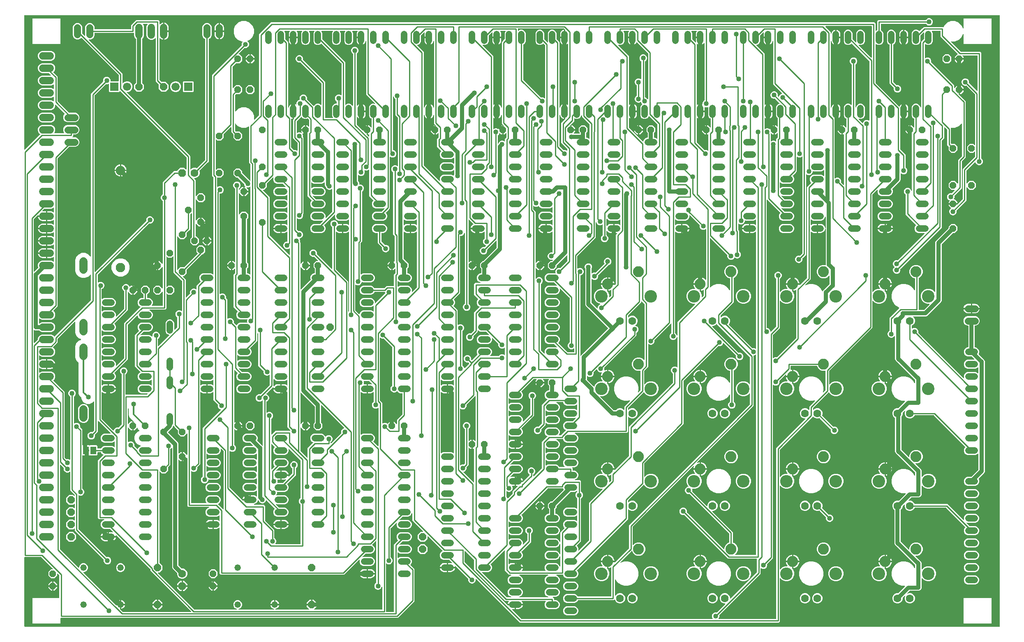
<source format=gbl>
G04 EAGLE Gerber RS-274X export*
G75*
%MOMM*%
%FSLAX34Y34*%
%LPD*%
%INBottom Copper*%
%IPPOS*%
%AMOC8*
5,1,8,0,0,1.08239X$1,22.5*%
G01*
%ADD10C,1.524000*%
%ADD11C,2.250000*%
%ADD12C,2.571600*%
%ADD13C,1.600200*%
%ADD14C,1.320800*%
%ADD15P,1.429621X8X112.500000*%
%ADD16C,1.320800*%
%ADD17P,1.649562X8X22.500000*%
%ADD18C,1.950000*%
%ADD19P,1.429621X8X292.500000*%
%ADD20C,1.676400*%
%ADD21P,1.429621X8X202.500000*%
%ADD22R,1.714500X1.714500*%
%ADD23C,1.676400*%
%ADD24C,1.422400*%
%ADD25P,1.429621X8X22.500000*%
%ADD26P,1.732040X8X292.500000*%
%ADD27P,1.732040X8X202.500000*%
%ADD28R,1.168400X1.600200*%
%ADD29C,0.812800*%
%ADD30C,1.016000*%
%ADD31C,0.254000*%
%ADD32C,0.304800*%

G36*
X2000778Y5084D02*
X2000778Y5084D01*
X2000797Y5082D01*
X2000899Y5104D01*
X2001001Y5120D01*
X2001018Y5130D01*
X2001038Y5134D01*
X2001127Y5187D01*
X2001218Y5236D01*
X2001232Y5250D01*
X2001249Y5260D01*
X2001316Y5339D01*
X2001388Y5414D01*
X2001396Y5432D01*
X2001409Y5447D01*
X2001448Y5543D01*
X2001491Y5637D01*
X2001493Y5657D01*
X2001501Y5675D01*
X2001519Y5842D01*
X2001519Y1264158D01*
X2001516Y1264178D01*
X2001518Y1264197D01*
X2001496Y1264299D01*
X2001480Y1264401D01*
X2001470Y1264418D01*
X2001466Y1264438D01*
X2001413Y1264527D01*
X2001364Y1264618D01*
X2001350Y1264632D01*
X2001340Y1264649D01*
X2001261Y1264716D01*
X2001186Y1264788D01*
X2001168Y1264796D01*
X2001153Y1264809D01*
X2001057Y1264848D01*
X2000963Y1264891D01*
X2000943Y1264893D01*
X2000925Y1264901D01*
X2000758Y1264919D01*
X-6858Y1264919D01*
X-6878Y1264916D01*
X-6897Y1264918D01*
X-6999Y1264896D01*
X-7101Y1264880D01*
X-7118Y1264870D01*
X-7138Y1264866D01*
X-7227Y1264813D01*
X-7318Y1264764D01*
X-7332Y1264750D01*
X-7349Y1264740D01*
X-7416Y1264661D01*
X-7488Y1264586D01*
X-7496Y1264568D01*
X-7509Y1264553D01*
X-7548Y1264457D01*
X-7591Y1264363D01*
X-7593Y1264343D01*
X-7601Y1264325D01*
X-7619Y1264158D01*
X-7619Y988620D01*
X-7608Y988550D01*
X-7606Y988478D01*
X-7588Y988429D01*
X-7580Y988377D01*
X-7546Y988314D01*
X-7521Y988247D01*
X-7489Y988206D01*
X-7464Y988160D01*
X-7412Y988111D01*
X-7368Y988055D01*
X-7324Y988027D01*
X-7286Y987991D01*
X-7221Y987961D01*
X-7161Y987922D01*
X-7110Y987909D01*
X-7063Y987887D01*
X-6992Y987879D01*
X-6922Y987862D01*
X-6870Y987866D01*
X-6819Y987860D01*
X-6748Y987875D01*
X-6677Y987881D01*
X-6629Y987901D01*
X-6578Y987912D01*
X-6517Y987949D01*
X-6451Y987977D01*
X-6395Y988022D01*
X-6367Y988038D01*
X-6352Y988056D01*
X-6320Y988082D01*
X24541Y1018943D01*
X24666Y1019068D01*
X24678Y1019084D01*
X24693Y1019096D01*
X24749Y1019184D01*
X24810Y1019268D01*
X24816Y1019287D01*
X24826Y1019303D01*
X24852Y1019404D01*
X24882Y1019503D01*
X24882Y1019523D01*
X24886Y1019542D01*
X24878Y1019645D01*
X24876Y1019749D01*
X24869Y1019767D01*
X24867Y1019787D01*
X24827Y1019882D01*
X24791Y1019980D01*
X24779Y1019995D01*
X24771Y1020013D01*
X24666Y1020144D01*
X21866Y1022944D01*
X20319Y1026679D01*
X20319Y1030721D01*
X21866Y1034456D01*
X24724Y1037314D01*
X28459Y1038861D01*
X47741Y1038861D01*
X51476Y1037314D01*
X54334Y1034456D01*
X55881Y1030721D01*
X55881Y1026679D01*
X54334Y1022944D01*
X54087Y1022698D01*
X54045Y1022640D01*
X53996Y1022588D01*
X53974Y1022540D01*
X53944Y1022498D01*
X53923Y1022430D01*
X53892Y1022364D01*
X53887Y1022313D01*
X53871Y1022263D01*
X53873Y1022191D01*
X53865Y1022120D01*
X53876Y1022069D01*
X53878Y1022017D01*
X53902Y1021950D01*
X53918Y1021880D01*
X53944Y1021835D01*
X53962Y1021786D01*
X54007Y1021730D01*
X54044Y1021669D01*
X54083Y1021635D01*
X54116Y1021594D01*
X54176Y1021555D01*
X54231Y1021509D01*
X54279Y1021489D01*
X54323Y1021461D01*
X54392Y1021444D01*
X54459Y1021417D01*
X54530Y1021409D01*
X54561Y1021401D01*
X54585Y1021403D01*
X54625Y1021398D01*
X73601Y1021398D01*
X73672Y1021410D01*
X73743Y1021412D01*
X73792Y1021430D01*
X73844Y1021438D01*
X73907Y1021471D01*
X73974Y1021496D01*
X74015Y1021529D01*
X74061Y1021553D01*
X74110Y1021605D01*
X74166Y1021650D01*
X74195Y1021694D01*
X74230Y1021731D01*
X74261Y1021796D01*
X74299Y1021857D01*
X74312Y1021907D01*
X74334Y1021954D01*
X74342Y1022026D01*
X74359Y1022095D01*
X74355Y1022147D01*
X74361Y1022199D01*
X74346Y1022269D01*
X74340Y1022341D01*
X74320Y1022388D01*
X74309Y1022439D01*
X74272Y1022501D01*
X74244Y1022567D01*
X74199Y1022623D01*
X74183Y1022650D01*
X74165Y1022666D01*
X74139Y1022698D01*
X73605Y1023232D01*
X72135Y1026780D01*
X72135Y1030620D01*
X73605Y1034168D01*
X76320Y1036883D01*
X79868Y1038353D01*
X97932Y1038353D01*
X101480Y1036883D01*
X104195Y1034168D01*
X105665Y1030620D01*
X105665Y1026780D01*
X104195Y1023232D01*
X101480Y1020517D01*
X97932Y1019047D01*
X93472Y1019047D01*
X93452Y1019044D01*
X93433Y1019046D01*
X93331Y1019024D01*
X93229Y1019008D01*
X93212Y1018998D01*
X93192Y1018994D01*
X93103Y1018941D01*
X93012Y1018892D01*
X92998Y1018878D01*
X92981Y1018868D01*
X92914Y1018789D01*
X92842Y1018714D01*
X92834Y1018696D01*
X92821Y1018681D01*
X92782Y1018584D01*
X92739Y1018491D01*
X92737Y1018471D01*
X92729Y1018453D01*
X92711Y1018286D01*
X92711Y1016009D01*
X90954Y1014252D01*
X90912Y1014194D01*
X90863Y1014142D01*
X90841Y1014095D01*
X90810Y1014053D01*
X90789Y1013984D01*
X90759Y1013919D01*
X90753Y1013867D01*
X90738Y1013817D01*
X90740Y1013746D01*
X90732Y1013675D01*
X90743Y1013624D01*
X90744Y1013572D01*
X90769Y1013504D01*
X90784Y1013434D01*
X90811Y1013389D01*
X90829Y1013341D01*
X90874Y1013285D01*
X90910Y1013223D01*
X90950Y1013189D01*
X90983Y1013149D01*
X91043Y1013110D01*
X91097Y1013063D01*
X91146Y1013044D01*
X91189Y1013016D01*
X91259Y1012998D01*
X91326Y1012971D01*
X91397Y1012963D01*
X91428Y1012955D01*
X91451Y1012957D01*
X91492Y1012953D01*
X97932Y1012953D01*
X101480Y1011483D01*
X104195Y1008768D01*
X105665Y1005220D01*
X105665Y1001380D01*
X104195Y997832D01*
X101480Y995117D01*
X97932Y993647D01*
X84952Y993647D01*
X84862Y993633D01*
X84771Y993625D01*
X84741Y993613D01*
X84709Y993608D01*
X84628Y993565D01*
X84544Y993529D01*
X84512Y993503D01*
X84492Y993492D01*
X84469Y993469D01*
X84413Y993424D01*
X61184Y970195D01*
X61131Y970121D01*
X61071Y970051D01*
X61059Y970021D01*
X61040Y969995D01*
X61013Y969908D01*
X60979Y969823D01*
X60975Y969782D01*
X60968Y969760D01*
X60969Y969728D01*
X60961Y969656D01*
X60961Y665172D01*
X52328Y656538D01*
X52316Y656522D01*
X52300Y656510D01*
X52244Y656423D01*
X52184Y656339D01*
X52178Y656320D01*
X52167Y656303D01*
X52142Y656202D01*
X52112Y656104D01*
X52112Y656084D01*
X52107Y656064D01*
X52115Y655961D01*
X52118Y655858D01*
X52125Y655839D01*
X52126Y655819D01*
X52167Y655724D01*
X52203Y655627D01*
X52215Y655611D01*
X52223Y655593D01*
X52328Y655462D01*
X54334Y653456D01*
X55881Y649721D01*
X55881Y645679D01*
X54334Y641944D01*
X51476Y639086D01*
X47741Y637539D01*
X28459Y637539D01*
X24724Y639086D01*
X23779Y640031D01*
X23721Y640073D01*
X23669Y640123D01*
X23622Y640144D01*
X23580Y640175D01*
X23511Y640196D01*
X23446Y640226D01*
X23394Y640232D01*
X23344Y640247D01*
X23273Y640245D01*
X23202Y640253D01*
X23151Y640242D01*
X23099Y640241D01*
X23031Y640216D01*
X22961Y640201D01*
X22916Y640174D01*
X22868Y640156D01*
X22812Y640112D01*
X22750Y640075D01*
X22716Y640035D01*
X22676Y640003D01*
X22637Y639942D01*
X22590Y639888D01*
X22571Y639840D01*
X22543Y639796D01*
X22525Y639726D01*
X22498Y639660D01*
X22490Y639588D01*
X22482Y639557D01*
X22484Y639534D01*
X22480Y639493D01*
X22480Y630507D01*
X22491Y630436D01*
X22493Y630365D01*
X22511Y630316D01*
X22519Y630264D01*
X22553Y630201D01*
X22578Y630134D01*
X22610Y630093D01*
X22635Y630047D01*
X22687Y629998D01*
X22731Y629942D01*
X22775Y629913D01*
X22813Y629877D01*
X22878Y629847D01*
X22938Y629809D01*
X22989Y629796D01*
X23036Y629774D01*
X23107Y629766D01*
X23177Y629748D01*
X23229Y629753D01*
X23280Y629747D01*
X23351Y629762D01*
X23422Y629768D01*
X23470Y629788D01*
X23521Y629799D01*
X23582Y629836D01*
X23648Y629864D01*
X23704Y629909D01*
X23732Y629925D01*
X23747Y629943D01*
X23779Y629969D01*
X24724Y630914D01*
X28459Y632461D01*
X47741Y632461D01*
X51476Y630914D01*
X54334Y628056D01*
X55881Y624321D01*
X55881Y620279D01*
X54334Y616544D01*
X51476Y613686D01*
X47741Y612139D01*
X28459Y612139D01*
X24724Y613686D01*
X22938Y615472D01*
X22864Y615525D01*
X22795Y615585D01*
X22765Y615597D01*
X22739Y615616D01*
X22652Y615643D01*
X22567Y615677D01*
X22526Y615681D01*
X22503Y615688D01*
X22471Y615687D01*
X22400Y615695D01*
X14561Y615695D01*
X12801Y616424D01*
X12756Y616435D01*
X12714Y616454D01*
X12637Y616463D01*
X12561Y616481D01*
X12516Y616476D01*
X12470Y616481D01*
X12394Y616465D01*
X12316Y616458D01*
X12275Y616439D01*
X12230Y616429D01*
X12163Y616389D01*
X12092Y616358D01*
X12058Y616326D01*
X12019Y616303D01*
X11968Y616244D01*
X11911Y616191D01*
X11888Y616151D01*
X11859Y616116D01*
X11830Y616044D01*
X11792Y615976D01*
X11784Y615930D01*
X11767Y615888D01*
X11752Y615752D01*
X11748Y615734D01*
X11749Y615729D01*
X11748Y615721D01*
X11748Y590475D01*
X11751Y590458D01*
X11749Y590443D01*
X11760Y590393D01*
X11762Y590333D01*
X11780Y590284D01*
X11788Y590232D01*
X11800Y590210D01*
X11802Y590202D01*
X11822Y590168D01*
X11846Y590102D01*
X11879Y590061D01*
X11903Y590015D01*
X11927Y589993D01*
X11928Y589991D01*
X11935Y589985D01*
X11955Y589966D01*
X12000Y589910D01*
X12044Y589882D01*
X12081Y589846D01*
X12146Y589816D01*
X12207Y589777D01*
X12257Y589764D01*
X12304Y589742D01*
X12376Y589734D01*
X12445Y589717D01*
X12497Y589721D01*
X12549Y589715D01*
X12619Y589730D01*
X12690Y589736D01*
X12738Y589756D01*
X12755Y589760D01*
X12759Y589760D01*
X12760Y589761D01*
X12789Y589767D01*
X12851Y589804D01*
X12917Y589832D01*
X12961Y589867D01*
X12976Y589876D01*
X12984Y589884D01*
X13000Y589893D01*
X13016Y589911D01*
X13048Y589937D01*
X20096Y596986D01*
X20149Y597059D01*
X20209Y597129D01*
X20221Y597159D01*
X20240Y597185D01*
X20267Y597272D01*
X20301Y597357D01*
X20305Y597398D01*
X20312Y597420D01*
X20311Y597453D01*
X20319Y597524D01*
X20319Y598921D01*
X21866Y602656D01*
X24724Y605514D01*
X28459Y607061D01*
X47741Y607061D01*
X51476Y605514D01*
X53799Y603190D01*
X53816Y603178D01*
X53828Y603163D01*
X53915Y603107D01*
X53999Y603047D01*
X54018Y603041D01*
X54035Y603030D01*
X54135Y603005D01*
X54234Y602974D01*
X54254Y602975D01*
X54273Y602970D01*
X54376Y602978D01*
X54480Y602981D01*
X54499Y602987D01*
X54519Y602989D01*
X54613Y603029D01*
X54711Y603065D01*
X54727Y603078D01*
X54745Y603085D01*
X54876Y603190D01*
X55794Y604109D01*
X129316Y677631D01*
X129369Y677704D01*
X129429Y677774D01*
X129441Y677804D01*
X129460Y677830D01*
X129487Y677917D01*
X129521Y678002D01*
X129525Y678043D01*
X129532Y678065D01*
X129531Y678098D01*
X129539Y678169D01*
X129539Y729892D01*
X129528Y729963D01*
X129526Y730035D01*
X129508Y730084D01*
X129500Y730135D01*
X129466Y730198D01*
X129441Y730266D01*
X129409Y730306D01*
X129384Y730352D01*
X129332Y730402D01*
X129288Y730458D01*
X129244Y730486D01*
X129206Y730522D01*
X129141Y730552D01*
X129081Y730591D01*
X129030Y730603D01*
X128983Y730625D01*
X128912Y730633D01*
X128842Y730651D01*
X128790Y730647D01*
X128739Y730652D01*
X128668Y730637D01*
X128597Y730632D01*
X128549Y730611D01*
X128498Y730600D01*
X128437Y730563D01*
X128371Y730535D01*
X128315Y730490D01*
X128287Y730474D01*
X128272Y730456D01*
X128240Y730430D01*
X124084Y726275D01*
X117736Y723645D01*
X110864Y723645D01*
X104516Y726275D01*
X99657Y731134D01*
X97027Y737482D01*
X97027Y761118D01*
X99657Y767466D01*
X104516Y772325D01*
X110864Y774955D01*
X117736Y774955D01*
X124084Y772325D01*
X128240Y768170D01*
X128298Y768128D01*
X128350Y768078D01*
X128397Y768056D01*
X128439Y768026D01*
X128508Y768005D01*
X128573Y767975D01*
X128625Y767969D01*
X128675Y767954D01*
X128746Y767956D01*
X128817Y767948D01*
X128868Y767959D01*
X128920Y767960D01*
X128988Y767985D01*
X129058Y768000D01*
X129103Y768027D01*
X129151Y768045D01*
X129207Y768089D01*
X129269Y768126D01*
X129303Y768166D01*
X129343Y768198D01*
X129382Y768259D01*
X129429Y768313D01*
X129448Y768361D01*
X129476Y768405D01*
X129494Y768475D01*
X129521Y768541D01*
X129529Y768613D01*
X129537Y768644D01*
X129535Y768667D01*
X129539Y768708D01*
X129539Y1103303D01*
X131994Y1105759D01*
X154154Y1127918D01*
X154222Y1128012D01*
X154292Y1128107D01*
X154294Y1128113D01*
X154298Y1128118D01*
X154332Y1128230D01*
X154368Y1128341D01*
X154368Y1128347D01*
X154370Y1128353D01*
X154367Y1128470D01*
X154366Y1128587D01*
X154364Y1128594D01*
X154364Y1128599D01*
X154357Y1128617D01*
X154319Y1128748D01*
X154304Y1128784D01*
X154304Y1131816D01*
X155464Y1134617D01*
X157608Y1136761D01*
X160409Y1137921D01*
X163441Y1137921D01*
X166242Y1136761D01*
X168386Y1134617D01*
X169546Y1131816D01*
X169546Y1129474D01*
X169549Y1129455D01*
X169547Y1129435D01*
X169569Y1129334D01*
X169585Y1129232D01*
X169595Y1129214D01*
X169599Y1129195D01*
X169652Y1129106D01*
X169701Y1129014D01*
X169715Y1129001D01*
X169725Y1128984D01*
X169804Y1128916D01*
X169879Y1128845D01*
X169897Y1128837D01*
X169912Y1128824D01*
X170008Y1128785D01*
X170102Y1128741D01*
X170122Y1128739D01*
X170140Y1128732D01*
X170307Y1128713D01*
X185928Y1128713D01*
X185948Y1128716D01*
X185967Y1128714D01*
X186069Y1128736D01*
X186171Y1128753D01*
X186188Y1128762D01*
X186208Y1128767D01*
X186297Y1128820D01*
X186388Y1128868D01*
X186402Y1128882D01*
X186419Y1128893D01*
X186486Y1128971D01*
X186558Y1129046D01*
X186566Y1129064D01*
X186579Y1129080D01*
X186618Y1129176D01*
X186661Y1129269D01*
X186663Y1129289D01*
X186671Y1129308D01*
X186689Y1129474D01*
X186689Y1141106D01*
X186675Y1141196D01*
X186667Y1141287D01*
X186655Y1141317D01*
X186650Y1141349D01*
X186607Y1141430D01*
X186571Y1141514D01*
X186545Y1141546D01*
X186534Y1141566D01*
X186511Y1141589D01*
X186466Y1141644D01*
X109825Y1218286D01*
X109809Y1218297D01*
X109797Y1218313D01*
X109709Y1218369D01*
X109625Y1218429D01*
X109607Y1218435D01*
X109590Y1218446D01*
X109489Y1218471D01*
X109390Y1218502D01*
X109370Y1218501D01*
X109351Y1218506D01*
X109248Y1218498D01*
X109144Y1218495D01*
X109126Y1218488D01*
X109106Y1218487D01*
X109011Y1218446D01*
X108913Y1218411D01*
X108898Y1218398D01*
X108880Y1218390D01*
X108749Y1218286D01*
X107068Y1216605D01*
X103520Y1215135D01*
X99680Y1215135D01*
X96132Y1216605D01*
X93417Y1219320D01*
X91947Y1222868D01*
X91947Y1240932D01*
X93417Y1244480D01*
X96132Y1247195D01*
X99680Y1248665D01*
X103520Y1248665D01*
X107068Y1247195D01*
X109783Y1244480D01*
X111253Y1240932D01*
X111253Y1227952D01*
X111267Y1227862D01*
X111275Y1227771D01*
X111287Y1227741D01*
X111292Y1227709D01*
X111335Y1227628D01*
X111371Y1227544D01*
X111397Y1227512D01*
X111408Y1227492D01*
X111431Y1227469D01*
X111476Y1227413D01*
X116048Y1222841D01*
X116106Y1222800D01*
X116158Y1222750D01*
X116205Y1222728D01*
X116247Y1222698D01*
X116316Y1222677D01*
X116381Y1222647D01*
X116433Y1222641D01*
X116483Y1222626D01*
X116554Y1222627D01*
X116625Y1222620D01*
X116676Y1222631D01*
X116728Y1222632D01*
X116796Y1222657D01*
X116866Y1222672D01*
X116910Y1222698D01*
X116959Y1222716D01*
X117015Y1222761D01*
X117077Y1222798D01*
X117111Y1222838D01*
X117151Y1222870D01*
X117190Y1222930D01*
X117237Y1222985D01*
X117256Y1223033D01*
X117284Y1223077D01*
X117302Y1223146D01*
X117329Y1223213D01*
X117337Y1223284D01*
X117345Y1223316D01*
X117343Y1223339D01*
X117347Y1223380D01*
X117347Y1240932D01*
X118817Y1244480D01*
X121532Y1247195D01*
X125080Y1248665D01*
X128920Y1248665D01*
X132468Y1247195D01*
X135183Y1244480D01*
X136653Y1240932D01*
X136653Y1236472D01*
X136656Y1236452D01*
X136654Y1236433D01*
X136676Y1236331D01*
X136692Y1236229D01*
X136702Y1236212D01*
X136706Y1236192D01*
X136759Y1236103D01*
X136808Y1236012D01*
X136822Y1235998D01*
X136832Y1235981D01*
X136911Y1235914D01*
X136986Y1235842D01*
X137004Y1235834D01*
X137019Y1235821D01*
X137115Y1235782D01*
X137209Y1235739D01*
X137229Y1235737D01*
X137247Y1235729D01*
X137414Y1235711D01*
X211328Y1235711D01*
X211348Y1235714D01*
X211367Y1235712D01*
X211469Y1235734D01*
X211571Y1235750D01*
X211588Y1235760D01*
X211608Y1235764D01*
X211697Y1235817D01*
X211788Y1235866D01*
X211802Y1235880D01*
X211819Y1235890D01*
X211886Y1235969D01*
X211958Y1236044D01*
X211966Y1236062D01*
X211979Y1236077D01*
X212018Y1236173D01*
X212061Y1236267D01*
X212063Y1236287D01*
X212071Y1236305D01*
X212089Y1236472D01*
X212089Y1244591D01*
X214544Y1247046D01*
X214545Y1247046D01*
X219804Y1252305D01*
X219804Y1252306D01*
X222259Y1254761D01*
X268278Y1254761D01*
X270511Y1252528D01*
X270511Y1246838D01*
X270522Y1246767D01*
X270524Y1246696D01*
X270542Y1246647D01*
X270550Y1246595D01*
X270584Y1246532D01*
X270609Y1246465D01*
X270641Y1246424D01*
X270666Y1246378D01*
X270718Y1246329D01*
X270762Y1246273D01*
X270806Y1246244D01*
X270844Y1246208D01*
X270909Y1246178D01*
X270969Y1246140D01*
X271020Y1246127D01*
X271067Y1246105D01*
X271138Y1246097D01*
X271208Y1246079D01*
X271260Y1246084D01*
X271311Y1246078D01*
X271382Y1246093D01*
X271453Y1246099D01*
X271501Y1246119D01*
X271552Y1246130D01*
X271613Y1246167D01*
X271679Y1246195D01*
X271735Y1246240D01*
X271763Y1246256D01*
X271778Y1246274D01*
X271810Y1246300D01*
X272781Y1247270D01*
X274075Y1248210D01*
X275500Y1248936D01*
X277021Y1249431D01*
X277877Y1249566D01*
X277877Y1232662D01*
X277880Y1232642D01*
X277878Y1232623D01*
X277900Y1232521D01*
X277917Y1232419D01*
X277926Y1232402D01*
X277930Y1232382D01*
X277983Y1232293D01*
X278032Y1232202D01*
X278046Y1232188D01*
X278056Y1232171D01*
X278135Y1232104D01*
X278210Y1232033D01*
X278228Y1232024D01*
X278243Y1232011D01*
X278339Y1231973D01*
X278433Y1231929D01*
X278453Y1231927D01*
X278471Y1231919D01*
X278638Y1231901D01*
X279401Y1231901D01*
X279401Y1231899D01*
X278638Y1231899D01*
X278618Y1231896D01*
X278599Y1231898D01*
X278497Y1231876D01*
X278395Y1231859D01*
X278378Y1231850D01*
X278358Y1231846D01*
X278269Y1231793D01*
X278178Y1231744D01*
X278164Y1231730D01*
X278147Y1231720D01*
X278080Y1231641D01*
X278009Y1231566D01*
X278000Y1231548D01*
X277987Y1231533D01*
X277948Y1231437D01*
X277905Y1231343D01*
X277903Y1231323D01*
X277895Y1231305D01*
X277877Y1231138D01*
X277877Y1214234D01*
X277021Y1214369D01*
X275500Y1214864D01*
X274075Y1215590D01*
X272781Y1216530D01*
X271810Y1217500D01*
X271752Y1217542D01*
X271700Y1217592D01*
X271653Y1217613D01*
X271611Y1217644D01*
X271542Y1217665D01*
X271477Y1217695D01*
X271425Y1217701D01*
X271375Y1217716D01*
X271304Y1217714D01*
X271233Y1217722D01*
X271182Y1217711D01*
X271130Y1217710D01*
X271062Y1217685D01*
X270992Y1217670D01*
X270947Y1217643D01*
X270899Y1217625D01*
X270843Y1217581D01*
X270781Y1217544D01*
X270747Y1217504D01*
X270707Y1217472D01*
X270668Y1217411D01*
X270621Y1217357D01*
X270602Y1217309D01*
X270574Y1217265D01*
X270556Y1217195D01*
X270529Y1217129D01*
X270521Y1217057D01*
X270513Y1217026D01*
X270515Y1217003D01*
X270511Y1216962D01*
X270511Y1132194D01*
X270525Y1132104D01*
X270533Y1132013D01*
X270545Y1131983D01*
X270550Y1131951D01*
X270593Y1131870D01*
X270629Y1131786D01*
X270655Y1131754D01*
X270666Y1131734D01*
X270689Y1131711D01*
X270734Y1131656D01*
X274406Y1127984D01*
X274479Y1127931D01*
X274549Y1127871D01*
X274579Y1127859D01*
X274605Y1127840D01*
X274692Y1127813D01*
X274777Y1127779D01*
X274818Y1127775D01*
X274840Y1127768D01*
X274873Y1127769D01*
X274944Y1127761D01*
X283609Y1127761D01*
X289561Y1121809D01*
X289561Y1113391D01*
X283609Y1107439D01*
X275191Y1107439D01*
X269239Y1113391D01*
X269239Y1122056D01*
X269225Y1122146D01*
X269217Y1122237D01*
X269205Y1122267D01*
X269200Y1122299D01*
X269157Y1122380D01*
X269121Y1122464D01*
X269095Y1122496D01*
X269084Y1122516D01*
X269061Y1122539D01*
X269016Y1122594D01*
X262889Y1128722D01*
X262889Y1216962D01*
X262878Y1217033D01*
X262876Y1217104D01*
X262858Y1217153D01*
X262850Y1217205D01*
X262816Y1217268D01*
X262791Y1217335D01*
X262759Y1217376D01*
X262734Y1217422D01*
X262682Y1217471D01*
X262638Y1217527D01*
X262594Y1217556D01*
X262556Y1217592D01*
X262491Y1217622D01*
X262431Y1217660D01*
X262380Y1217673D01*
X262333Y1217695D01*
X262262Y1217703D01*
X262192Y1217721D01*
X262140Y1217716D01*
X262089Y1217722D01*
X262018Y1217707D01*
X261947Y1217701D01*
X261899Y1217681D01*
X261848Y1217670D01*
X261787Y1217633D01*
X261721Y1217605D01*
X261665Y1217560D01*
X261637Y1217544D01*
X261622Y1217526D01*
X261590Y1217500D01*
X259756Y1215666D01*
X256021Y1214119D01*
X251979Y1214119D01*
X248244Y1215666D01*
X245386Y1218524D01*
X243839Y1222259D01*
X243839Y1241541D01*
X245386Y1245276D01*
X245950Y1245840D01*
X245992Y1245898D01*
X246042Y1245950D01*
X246063Y1245997D01*
X246094Y1246039D01*
X246115Y1246108D01*
X246145Y1246173D01*
X246151Y1246225D01*
X246166Y1246275D01*
X246164Y1246346D01*
X246172Y1246417D01*
X246161Y1246468D01*
X246160Y1246520D01*
X246135Y1246588D01*
X246120Y1246658D01*
X246093Y1246703D01*
X246075Y1246751D01*
X246031Y1246807D01*
X245994Y1246869D01*
X245954Y1246903D01*
X245922Y1246943D01*
X245861Y1246982D01*
X245807Y1247029D01*
X245759Y1247048D01*
X245715Y1247076D01*
X245645Y1247094D01*
X245579Y1247121D01*
X245507Y1247129D01*
X245476Y1247137D01*
X245453Y1247135D01*
X245412Y1247139D01*
X237188Y1247139D01*
X237117Y1247128D01*
X237046Y1247126D01*
X236997Y1247108D01*
X236945Y1247100D01*
X236882Y1247066D01*
X236815Y1247041D01*
X236774Y1247009D01*
X236728Y1246984D01*
X236679Y1246933D01*
X236623Y1246888D01*
X236594Y1246844D01*
X236558Y1246806D01*
X236528Y1246741D01*
X236490Y1246681D01*
X236477Y1246630D01*
X236455Y1246583D01*
X236447Y1246512D01*
X236429Y1246442D01*
X236434Y1246390D01*
X236428Y1246339D01*
X236443Y1246268D01*
X236449Y1246197D01*
X236469Y1246149D01*
X236480Y1246098D01*
X236517Y1246037D01*
X236545Y1245971D01*
X236590Y1245915D01*
X236606Y1245887D01*
X236624Y1245872D01*
X236650Y1245840D01*
X237214Y1245276D01*
X238761Y1241541D01*
X238761Y1222259D01*
X237214Y1218524D01*
X235428Y1216738D01*
X235381Y1216674D01*
X235366Y1216658D01*
X235363Y1216650D01*
X235315Y1216595D01*
X235303Y1216565D01*
X235284Y1216538D01*
X235257Y1216452D01*
X235223Y1216367D01*
X235219Y1216326D01*
X235212Y1216303D01*
X235213Y1216271D01*
X235205Y1216200D01*
X235205Y1125680D01*
X235219Y1125590D01*
X235227Y1125499D01*
X235239Y1125469D01*
X235244Y1125437D01*
X235287Y1125357D01*
X235323Y1125273D01*
X235349Y1125240D01*
X235360Y1125220D01*
X235383Y1125198D01*
X235428Y1125142D01*
X238761Y1121809D01*
X238761Y1113391D01*
X232809Y1107439D01*
X224391Y1107439D01*
X218439Y1113391D01*
X218439Y1121809D01*
X221772Y1125142D01*
X221820Y1125208D01*
X221824Y1125213D01*
X221826Y1125216D01*
X221885Y1125285D01*
X221897Y1125315D01*
X221916Y1125341D01*
X221943Y1125428D01*
X221977Y1125513D01*
X221981Y1125554D01*
X221988Y1125577D01*
X221987Y1125609D01*
X221995Y1125680D01*
X221995Y1216200D01*
X221981Y1216290D01*
X221973Y1216381D01*
X221961Y1216411D01*
X221956Y1216443D01*
X221913Y1216523D01*
X221877Y1216607D01*
X221851Y1216639D01*
X221840Y1216660D01*
X221817Y1216682D01*
X221772Y1216738D01*
X219986Y1218524D01*
X218439Y1222259D01*
X218439Y1227328D01*
X218436Y1227348D01*
X218438Y1227367D01*
X218416Y1227469D01*
X218400Y1227571D01*
X218390Y1227588D01*
X218386Y1227608D01*
X218333Y1227697D01*
X218284Y1227788D01*
X218270Y1227802D01*
X218260Y1227819D01*
X218181Y1227886D01*
X218106Y1227958D01*
X218088Y1227966D01*
X218073Y1227979D01*
X217977Y1228018D01*
X217883Y1228061D01*
X217863Y1228063D01*
X217845Y1228071D01*
X217678Y1228089D01*
X137414Y1228089D01*
X137394Y1228086D01*
X137375Y1228088D01*
X137273Y1228066D01*
X137171Y1228050D01*
X137154Y1228040D01*
X137134Y1228036D01*
X137045Y1227983D01*
X136954Y1227934D01*
X136940Y1227920D01*
X136923Y1227910D01*
X136856Y1227831D01*
X136784Y1227756D01*
X136776Y1227738D01*
X136763Y1227723D01*
X136724Y1227627D01*
X136681Y1227533D01*
X136679Y1227513D01*
X136671Y1227495D01*
X136653Y1227328D01*
X136653Y1222868D01*
X135183Y1219320D01*
X132468Y1216605D01*
X128920Y1215135D01*
X125592Y1215135D01*
X125521Y1215124D01*
X125449Y1215122D01*
X125400Y1215104D01*
X125349Y1215096D01*
X125286Y1215062D01*
X125218Y1215037D01*
X125178Y1215005D01*
X125132Y1214980D01*
X125082Y1214928D01*
X125026Y1214884D01*
X124998Y1214840D01*
X124962Y1214802D01*
X124932Y1214737D01*
X124893Y1214677D01*
X124881Y1214626D01*
X124859Y1214579D01*
X124851Y1214508D01*
X124833Y1214438D01*
X124837Y1214386D01*
X124832Y1214335D01*
X124847Y1214264D01*
X124852Y1214193D01*
X124873Y1214145D01*
X124884Y1214094D01*
X124921Y1214033D01*
X124949Y1213967D01*
X124993Y1213911D01*
X125010Y1213883D01*
X125028Y1213868D01*
X125053Y1213836D01*
X194311Y1144578D01*
X194311Y1125196D01*
X194322Y1125125D01*
X194324Y1125053D01*
X194342Y1125004D01*
X194350Y1124953D01*
X194384Y1124890D01*
X194409Y1124822D01*
X194441Y1124782D01*
X194466Y1124735D01*
X194518Y1124686D01*
X194562Y1124630D01*
X194606Y1124602D01*
X194644Y1124566D01*
X194709Y1124536D01*
X194769Y1124497D01*
X194820Y1124484D01*
X194867Y1124462D01*
X194938Y1124455D01*
X195008Y1124437D01*
X195060Y1124441D01*
X195111Y1124435D01*
X195182Y1124451D01*
X195253Y1124456D01*
X195301Y1124477D01*
X195352Y1124488D01*
X195413Y1124524D01*
X195479Y1124553D01*
X195535Y1124597D01*
X195563Y1124614D01*
X195578Y1124632D01*
X195610Y1124657D01*
X197813Y1126860D01*
X201827Y1128523D01*
X206173Y1128523D01*
X210187Y1126860D01*
X213260Y1123787D01*
X214923Y1119773D01*
X214923Y1115427D01*
X213260Y1111413D01*
X210187Y1108340D01*
X206173Y1106677D01*
X203887Y1106677D01*
X203817Y1106666D01*
X203745Y1106664D01*
X203696Y1106646D01*
X203644Y1106638D01*
X203581Y1106604D01*
X203514Y1106579D01*
X203473Y1106547D01*
X203427Y1106522D01*
X203378Y1106470D01*
X203322Y1106426D01*
X203294Y1106382D01*
X203258Y1106344D01*
X203228Y1106279D01*
X203189Y1106219D01*
X203176Y1106168D01*
X203154Y1106121D01*
X203146Y1106050D01*
X203129Y1105980D01*
X203133Y1105928D01*
X203127Y1105877D01*
X203142Y1105806D01*
X203148Y1105735D01*
X203168Y1105687D01*
X203179Y1105636D01*
X203216Y1105575D01*
X203244Y1105509D01*
X203289Y1105453D01*
X203305Y1105425D01*
X203323Y1105410D01*
X203349Y1105378D01*
X334011Y974716D01*
X334011Y947657D01*
X334022Y947586D01*
X334024Y947514D01*
X334042Y947465D01*
X334050Y947414D01*
X334084Y947351D01*
X334109Y947283D01*
X334141Y947243D01*
X334166Y947197D01*
X334218Y947147D01*
X334262Y947091D01*
X334306Y947063D01*
X334344Y947027D01*
X334409Y946997D01*
X334469Y946958D01*
X334520Y946946D01*
X334567Y946924D01*
X334638Y946916D01*
X334708Y946898D01*
X334760Y946902D01*
X334811Y946897D01*
X334882Y946912D01*
X334953Y946917D01*
X335001Y946938D01*
X335052Y946949D01*
X335113Y946986D01*
X335179Y947014D01*
X335235Y947059D01*
X335263Y947075D01*
X335278Y947093D01*
X335310Y947119D01*
X336929Y948737D01*
X340803Y950342D01*
X344997Y950342D01*
X346688Y949641D01*
X346801Y949615D01*
X346915Y949586D01*
X346921Y949587D01*
X346927Y949585D01*
X347044Y949596D01*
X347160Y949605D01*
X347166Y949608D01*
X347172Y949608D01*
X347280Y949656D01*
X347386Y949702D01*
X347392Y949706D01*
X347397Y949708D01*
X347410Y949721D01*
X347517Y949806D01*
X364266Y966556D01*
X364319Y966629D01*
X364379Y966699D01*
X364391Y966729D01*
X364410Y966755D01*
X364437Y966842D01*
X364471Y966927D01*
X364475Y966968D01*
X364482Y966990D01*
X364481Y967023D01*
X364489Y967094D01*
X364489Y1215410D01*
X364470Y1215525D01*
X364453Y1215641D01*
X364451Y1215646D01*
X364450Y1215653D01*
X364395Y1215755D01*
X364342Y1215860D01*
X364337Y1215864D01*
X364334Y1215870D01*
X364250Y1215950D01*
X364166Y1216032D01*
X364160Y1216036D01*
X364156Y1216039D01*
X364139Y1216047D01*
X364019Y1216113D01*
X362832Y1216605D01*
X360117Y1219320D01*
X358647Y1222868D01*
X358647Y1240932D01*
X360117Y1244480D01*
X362832Y1247195D01*
X366380Y1248665D01*
X370220Y1248665D01*
X373768Y1247195D01*
X376483Y1244480D01*
X377953Y1240932D01*
X377953Y1222868D01*
X376483Y1219320D01*
X373768Y1216605D01*
X372581Y1216113D01*
X372481Y1216052D01*
X372381Y1215992D01*
X372377Y1215987D01*
X372372Y1215983D01*
X372297Y1215894D01*
X372221Y1215805D01*
X372219Y1215799D01*
X372215Y1215794D01*
X372173Y1215686D01*
X372129Y1215576D01*
X372128Y1215569D01*
X372127Y1215564D01*
X372126Y1215546D01*
X372111Y1215410D01*
X372111Y963622D01*
X369656Y961166D01*
X352906Y944417D01*
X352839Y944323D01*
X352768Y944229D01*
X352767Y944223D01*
X352763Y944217D01*
X352728Y944106D01*
X352692Y943995D01*
X352692Y943988D01*
X352691Y943982D01*
X352694Y943866D01*
X352695Y943749D01*
X352697Y943742D01*
X352697Y943737D01*
X352703Y943719D01*
X352741Y943588D01*
X353442Y941897D01*
X353442Y937703D01*
X351837Y933829D01*
X348871Y930863D01*
X344997Y929258D01*
X343206Y929258D01*
X343136Y929247D01*
X343064Y929245D01*
X343015Y929227D01*
X342963Y929219D01*
X342900Y929185D01*
X342833Y929160D01*
X342792Y929128D01*
X342746Y929103D01*
X342697Y929051D01*
X342641Y929007D01*
X342613Y928963D01*
X342577Y928925D01*
X342547Y928860D01*
X342508Y928800D01*
X342495Y928749D01*
X342473Y928702D01*
X342465Y928631D01*
X342448Y928561D01*
X342452Y928509D01*
X342446Y928458D01*
X342461Y928387D01*
X342467Y928316D01*
X342487Y928268D01*
X342498Y928217D01*
X342535Y928156D01*
X342563Y928090D01*
X342608Y928034D01*
X342624Y928006D01*
X342641Y927992D01*
X342645Y927986D01*
X342650Y927982D01*
X342668Y927959D01*
X345123Y925503D01*
X345123Y893040D01*
X345135Y892969D01*
X345137Y892897D01*
X345155Y892848D01*
X345163Y892797D01*
X345197Y892734D01*
X345221Y892666D01*
X345254Y892626D01*
X345278Y892579D01*
X345330Y892530D01*
X345375Y892474D01*
X345419Y892446D01*
X345456Y892410D01*
X345521Y892380D01*
X345582Y892341D01*
X345632Y892328D01*
X345679Y892306D01*
X345751Y892299D01*
X345820Y892281D01*
X345872Y892285D01*
X345924Y892279D01*
X345994Y892295D01*
X346065Y892300D01*
X346113Y892321D01*
X346164Y892332D01*
X346226Y892368D01*
X346292Y892397D01*
X346348Y892441D01*
X346375Y892458D01*
X346391Y892476D01*
X346423Y892501D01*
X351812Y897891D01*
X359388Y897891D01*
X364745Y892534D01*
X364745Y884958D01*
X359388Y879601D01*
X351812Y879601D01*
X346423Y884991D01*
X346365Y885033D01*
X346313Y885082D01*
X346265Y885104D01*
X346223Y885134D01*
X346155Y885155D01*
X346089Y885186D01*
X346038Y885191D01*
X345988Y885207D01*
X345916Y885205D01*
X345845Y885213D01*
X345794Y885202D01*
X345742Y885200D01*
X345675Y885176D01*
X345605Y885160D01*
X345560Y885134D01*
X345511Y885116D01*
X345455Y885071D01*
X345394Y885034D01*
X345360Y884995D01*
X345319Y884962D01*
X345280Y884902D01*
X345234Y884847D01*
X345214Y884799D01*
X345186Y884755D01*
X345169Y884686D01*
X345142Y884619D01*
X345134Y884548D01*
X345126Y884517D01*
X345128Y884493D01*
X345123Y884452D01*
X345123Y842748D01*
X345135Y842677D01*
X345137Y842605D01*
X345155Y842556D01*
X345163Y842505D01*
X345197Y842442D01*
X345221Y842374D01*
X345254Y842334D01*
X345278Y842287D01*
X345330Y842238D01*
X345375Y842182D01*
X345419Y842154D01*
X345456Y842118D01*
X345521Y842088D01*
X345582Y842049D01*
X345632Y842036D01*
X345679Y842014D01*
X345751Y842007D01*
X345820Y841989D01*
X345872Y841993D01*
X345924Y841987D01*
X345994Y842003D01*
X346065Y842008D01*
X346113Y842029D01*
X346164Y842040D01*
X346226Y842076D01*
X346292Y842105D01*
X346348Y842149D01*
X346375Y842166D01*
X346391Y842184D01*
X346423Y842209D01*
X351812Y847599D01*
X354077Y847599D01*
X354077Y839216D01*
X354080Y839196D01*
X354078Y839177D01*
X354100Y839075D01*
X354117Y838973D01*
X354126Y838956D01*
X354130Y838936D01*
X354183Y838847D01*
X354232Y838756D01*
X354246Y838742D01*
X354256Y838725D01*
X354335Y838658D01*
X354410Y838587D01*
X354428Y838578D01*
X354443Y838565D01*
X354539Y838527D01*
X354633Y838483D01*
X354653Y838481D01*
X354671Y838473D01*
X354838Y838455D01*
X355601Y838455D01*
X355601Y838453D01*
X354838Y838453D01*
X354818Y838450D01*
X354799Y838452D01*
X354697Y838430D01*
X354595Y838413D01*
X354578Y838404D01*
X354558Y838400D01*
X354469Y838347D01*
X354378Y838298D01*
X354364Y838284D01*
X354347Y838274D01*
X354280Y838195D01*
X354209Y838120D01*
X354200Y838102D01*
X354187Y838087D01*
X354148Y837991D01*
X354105Y837897D01*
X354103Y837877D01*
X354095Y837859D01*
X354077Y837692D01*
X354077Y829309D01*
X351812Y829309D01*
X346423Y834699D01*
X346365Y834741D01*
X346313Y834790D01*
X346265Y834812D01*
X346223Y834842D01*
X346155Y834863D01*
X346089Y834894D01*
X346038Y834899D01*
X345988Y834915D01*
X345916Y834913D01*
X345845Y834921D01*
X345794Y834910D01*
X345742Y834908D01*
X345675Y834884D01*
X345605Y834868D01*
X345560Y834842D01*
X345511Y834824D01*
X345455Y834779D01*
X345394Y834742D01*
X345360Y834703D01*
X345319Y834670D01*
X345280Y834610D01*
X345234Y834555D01*
X345214Y834507D01*
X345186Y834463D01*
X345169Y834394D01*
X345142Y834327D01*
X345134Y834256D01*
X345126Y834225D01*
X345128Y834201D01*
X345123Y834160D01*
X345123Y810006D01*
X345126Y809986D01*
X345124Y809967D01*
X345146Y809865D01*
X345163Y809763D01*
X345172Y809746D01*
X345177Y809726D01*
X345230Y809637D01*
X345278Y809546D01*
X345292Y809532D01*
X345303Y809515D01*
X345381Y809448D01*
X345456Y809376D01*
X345474Y809368D01*
X345490Y809355D01*
X345586Y809316D01*
X345679Y809273D01*
X345699Y809271D01*
X345718Y809263D01*
X345884Y809245D01*
X346688Y809245D01*
X352045Y803888D01*
X352045Y796312D01*
X346688Y790955D01*
X339112Y790955D01*
X333755Y796312D01*
X333755Y803888D01*
X337279Y807411D01*
X337332Y807485D01*
X337391Y807555D01*
X337404Y807585D01*
X337422Y807611D01*
X337449Y807698D01*
X337483Y807783D01*
X337488Y807824D01*
X337495Y807846D01*
X337494Y807878D01*
X337502Y807950D01*
X337502Y856131D01*
X337490Y856202D01*
X337488Y856274D01*
X337470Y856323D01*
X337462Y856374D01*
X337428Y856437D01*
X337404Y856505D01*
X337371Y856545D01*
X337347Y856592D01*
X337295Y856641D01*
X337250Y856697D01*
X337206Y856725D01*
X337169Y856761D01*
X337104Y856791D01*
X337043Y856830D01*
X336993Y856843D01*
X336946Y856865D01*
X336874Y856872D01*
X336805Y856890D01*
X336753Y856886D01*
X336701Y856892D01*
X336631Y856876D01*
X336560Y856871D01*
X336512Y856850D01*
X336461Y856839D01*
X336399Y856803D01*
X336333Y856774D01*
X336277Y856730D01*
X336250Y856713D01*
X336234Y856695D01*
X336202Y856670D01*
X334234Y854701D01*
X334181Y854627D01*
X334121Y854558D01*
X334109Y854528D01*
X334090Y854501D01*
X334063Y854414D01*
X334029Y854330D01*
X334025Y854289D01*
X334018Y854266D01*
X334019Y854234D01*
X334011Y854163D01*
X334011Y823922D01*
X331556Y821466D01*
X326868Y816779D01*
X326815Y816705D01*
X326755Y816635D01*
X326743Y816605D01*
X326724Y816579D01*
X326697Y816492D01*
X326663Y816407D01*
X326659Y816366D01*
X326652Y816344D01*
X326653Y816312D01*
X326645Y816240D01*
X326645Y809012D01*
X321288Y803655D01*
X313712Y803655D01*
X308323Y809045D01*
X308265Y809087D01*
X308213Y809136D01*
X308165Y809158D01*
X308123Y809188D01*
X308055Y809209D01*
X307989Y809240D01*
X307938Y809245D01*
X307888Y809261D01*
X307816Y809259D01*
X307745Y809267D01*
X307694Y809256D01*
X307642Y809254D01*
X307575Y809230D01*
X307505Y809214D01*
X307460Y809188D01*
X307411Y809170D01*
X307355Y809125D01*
X307294Y809088D01*
X307260Y809049D01*
X307219Y809016D01*
X307180Y808956D01*
X307134Y808901D01*
X307114Y808853D01*
X307086Y808809D01*
X307069Y808740D01*
X307042Y808673D01*
X307034Y808602D01*
X307026Y808571D01*
X307028Y808547D01*
X307023Y808506D01*
X307023Y740894D01*
X307035Y740823D01*
X307037Y740751D01*
X307055Y740702D01*
X307063Y740651D01*
X307097Y740588D01*
X307121Y740520D01*
X307154Y740480D01*
X307178Y740433D01*
X307230Y740384D01*
X307275Y740328D01*
X307319Y740300D01*
X307356Y740264D01*
X307421Y740234D01*
X307482Y740195D01*
X307532Y740182D01*
X307579Y740160D01*
X307651Y740153D01*
X307720Y740135D01*
X307772Y740139D01*
X307824Y740133D01*
X307894Y740149D01*
X307965Y740154D01*
X308013Y740175D01*
X308064Y740186D01*
X308126Y740222D01*
X308192Y740251D01*
X308248Y740295D01*
X308275Y740312D01*
X308291Y740330D01*
X308323Y740355D01*
X313712Y745745D01*
X320940Y745745D01*
X321030Y745759D01*
X321121Y745767D01*
X321151Y745779D01*
X321183Y745784D01*
X321264Y745827D01*
X321348Y745863D01*
X321380Y745889D01*
X321400Y745900D01*
X321423Y745923D01*
X321478Y745968D01*
X349076Y773565D01*
X349087Y773581D01*
X349103Y773594D01*
X349159Y773681D01*
X349219Y773765D01*
X349225Y773784D01*
X349236Y773801D01*
X349261Y773901D01*
X349292Y774000D01*
X349291Y774020D01*
X349296Y774039D01*
X349288Y774142D01*
X349285Y774246D01*
X349278Y774265D01*
X349277Y774284D01*
X349237Y774379D01*
X349201Y774477D01*
X349188Y774492D01*
X349181Y774511D01*
X349076Y774642D01*
X346455Y777262D01*
X346455Y784838D01*
X351812Y790195D01*
X359388Y790195D01*
X364745Y784838D01*
X364745Y777262D01*
X359388Y771905D01*
X358510Y771905D01*
X358420Y771891D01*
X358329Y771883D01*
X358299Y771871D01*
X358267Y771866D01*
X358186Y771823D01*
X358102Y771787D01*
X358070Y771761D01*
X358050Y771750D01*
X358027Y771727D01*
X357972Y771682D01*
X326868Y740578D01*
X326815Y740505D01*
X326755Y740435D01*
X326743Y740405D01*
X326724Y740379D01*
X326697Y740292D01*
X326663Y740207D01*
X326659Y740166D01*
X326652Y740144D01*
X326653Y740111D01*
X326645Y740040D01*
X326645Y732812D01*
X321288Y727455D01*
X319584Y727455D01*
X319514Y727444D01*
X319442Y727442D01*
X319393Y727424D01*
X319341Y727416D01*
X319278Y727382D01*
X319211Y727357D01*
X319170Y727325D01*
X319124Y727300D01*
X319075Y727248D01*
X319019Y727204D01*
X318991Y727160D01*
X318955Y727122D01*
X318925Y727057D01*
X318886Y726997D01*
X318873Y726946D01*
X318851Y726899D01*
X318843Y726828D01*
X318826Y726758D01*
X318830Y726706D01*
X318824Y726655D01*
X318839Y726584D01*
X318845Y726513D01*
X318865Y726465D01*
X318876Y726414D01*
X318913Y726353D01*
X318941Y726287D01*
X318986Y726231D01*
X319002Y726203D01*
X319020Y726188D01*
X319046Y726156D01*
X324486Y720716D01*
X324486Y684138D01*
X324497Y684067D01*
X324499Y683995D01*
X324517Y683946D01*
X324525Y683895D01*
X324559Y683832D01*
X324584Y683764D01*
X324616Y683724D01*
X324641Y683678D01*
X324693Y683628D01*
X324737Y683572D01*
X324781Y683544D01*
X324819Y683508D01*
X324884Y683478D01*
X324944Y683439D01*
X324995Y683427D01*
X325042Y683405D01*
X325113Y683397D01*
X325183Y683379D01*
X325235Y683383D01*
X325286Y683378D01*
X325357Y683393D01*
X325428Y683398D01*
X325476Y683419D01*
X325527Y683430D01*
X325588Y683467D01*
X325654Y683495D01*
X325710Y683539D01*
X325738Y683556D01*
X325753Y683574D01*
X325785Y683599D01*
X333542Y691356D01*
X333610Y691451D01*
X333680Y691545D01*
X333682Y691551D01*
X333685Y691556D01*
X333720Y691667D01*
X333756Y691778D01*
X333756Y691785D01*
X333758Y691791D01*
X333755Y691908D01*
X333753Y692024D01*
X333751Y692032D01*
X333751Y692037D01*
X333745Y692054D01*
X333707Y692186D01*
X333692Y692222D01*
X333692Y695253D01*
X334852Y698054D01*
X336996Y700198D01*
X339797Y701358D01*
X342828Y701358D01*
X345629Y700198D01*
X345727Y700100D01*
X345785Y700058D01*
X345837Y700009D01*
X345885Y699987D01*
X345927Y699957D01*
X345996Y699935D01*
X346061Y699905D01*
X346112Y699900D01*
X346162Y699884D01*
X346234Y699886D01*
X346305Y699878D01*
X346356Y699889D01*
X346408Y699891D01*
X346475Y699915D01*
X346545Y699930D01*
X346590Y699957D01*
X346639Y699975D01*
X346695Y700020D01*
X346756Y700057D01*
X346790Y700096D01*
X346831Y700129D01*
X346870Y700189D01*
X346916Y700243D01*
X346936Y700292D01*
X346964Y700336D01*
X346981Y700405D01*
X347008Y700472D01*
X347016Y700543D01*
X347024Y700574D01*
X347022Y700597D01*
X347027Y700638D01*
X347027Y708016D01*
X355299Y716288D01*
X355310Y716304D01*
X355326Y716317D01*
X355382Y716404D01*
X355442Y716488D01*
X355448Y716507D01*
X355459Y716524D01*
X355484Y716624D01*
X355515Y716723D01*
X355514Y716743D01*
X355519Y716762D01*
X355511Y716865D01*
X355508Y716969D01*
X355501Y716987D01*
X355500Y717007D01*
X355460Y717102D01*
X355424Y717200D01*
X355411Y717215D01*
X355404Y717234D01*
X355322Y717336D01*
X355319Y717340D01*
X355316Y717343D01*
X355299Y717365D01*
X353943Y718720D01*
X352551Y722081D01*
X352551Y725719D01*
X353943Y729080D01*
X356516Y731653D01*
X359877Y733045D01*
X376723Y733045D01*
X380084Y731653D01*
X380652Y731084D01*
X380711Y731042D01*
X380762Y730993D01*
X380810Y730971D01*
X380852Y730941D01*
X380920Y730920D01*
X380986Y730890D01*
X381037Y730884D01*
X381087Y730868D01*
X381159Y730870D01*
X381230Y730862D01*
X381281Y730873D01*
X381333Y730875D01*
X381400Y730899D01*
X381470Y730915D01*
X381515Y730941D01*
X381564Y730959D01*
X381620Y731004D01*
X381681Y731041D01*
X381715Y731080D01*
X381756Y731113D01*
X381795Y731173D01*
X381841Y731228D01*
X381861Y731276D01*
X381889Y731320D01*
X381906Y731389D01*
X381933Y731456D01*
X381941Y731527D01*
X381949Y731558D01*
X381947Y731582D01*
X381952Y731623D01*
X381952Y929969D01*
X381937Y930059D01*
X381930Y930150D01*
X381917Y930179D01*
X381912Y930211D01*
X381869Y930292D01*
X381834Y930376D01*
X381808Y930408D01*
X381797Y930429D01*
X381774Y930451D01*
X381729Y930507D01*
X378777Y933459D01*
X378777Y1141403D01*
X439904Y1202531D01*
X439972Y1202626D01*
X440042Y1202720D01*
X440044Y1202726D01*
X440048Y1202731D01*
X440082Y1202842D01*
X440118Y1202953D01*
X440118Y1202960D01*
X440120Y1202966D01*
X440117Y1203083D01*
X440116Y1203199D01*
X440114Y1203207D01*
X440114Y1203212D01*
X440107Y1203229D01*
X440069Y1203361D01*
X440054Y1203397D01*
X440054Y1206428D01*
X441214Y1209229D01*
X441630Y1209645D01*
X441672Y1209703D01*
X441721Y1209755D01*
X441743Y1209802D01*
X441773Y1209844D01*
X441795Y1209913D01*
X441825Y1209978D01*
X441830Y1210030D01*
X441846Y1210080D01*
X441844Y1210151D01*
X441852Y1210222D01*
X441841Y1210273D01*
X441839Y1210325D01*
X441815Y1210393D01*
X441800Y1210463D01*
X441773Y1210508D01*
X441755Y1210556D01*
X441710Y1210612D01*
X441673Y1210674D01*
X441634Y1210708D01*
X441601Y1210748D01*
X441541Y1210787D01*
X441487Y1210834D01*
X441438Y1210853D01*
X441394Y1210881D01*
X441325Y1210899D01*
X441258Y1210926D01*
X441187Y1210934D01*
X441156Y1210942D01*
X441133Y1210940D01*
X441092Y1210944D01*
X440332Y1210944D01*
X432629Y1214135D01*
X426735Y1220029D01*
X423544Y1227732D01*
X423544Y1236068D01*
X426735Y1243771D01*
X432629Y1249665D01*
X440332Y1252856D01*
X448668Y1252856D01*
X456371Y1249665D01*
X462265Y1243771D01*
X465456Y1236068D01*
X465456Y1227732D01*
X462265Y1220029D01*
X456371Y1214135D01*
X452374Y1212479D01*
X452335Y1212455D01*
X452292Y1212439D01*
X452231Y1212391D01*
X452165Y1212350D01*
X452136Y1212314D01*
X452100Y1212286D01*
X452058Y1212220D01*
X452008Y1212160D01*
X451992Y1212117D01*
X451967Y1212079D01*
X451948Y1212003D01*
X451920Y1211931D01*
X451918Y1211885D01*
X451907Y1211840D01*
X451913Y1211763D01*
X451910Y1211685D01*
X451922Y1211641D01*
X451926Y1211595D01*
X451956Y1211523D01*
X451978Y1211449D01*
X452004Y1211411D01*
X452022Y1211369D01*
X452108Y1211262D01*
X452118Y1211247D01*
X452122Y1211244D01*
X452127Y1211238D01*
X454136Y1209229D01*
X455296Y1206428D01*
X455296Y1203397D01*
X454136Y1200596D01*
X451992Y1198452D01*
X449191Y1197292D01*
X446159Y1197292D01*
X446123Y1197307D01*
X446010Y1197333D01*
X445896Y1197362D01*
X445890Y1197361D01*
X445884Y1197363D01*
X445767Y1197352D01*
X445651Y1197343D01*
X445645Y1197340D01*
X445639Y1197340D01*
X445531Y1197292D01*
X445424Y1197247D01*
X445419Y1197242D01*
X445414Y1197240D01*
X445400Y1197227D01*
X445293Y1197142D01*
X433346Y1185194D01*
X433304Y1185136D01*
X433255Y1185084D01*
X433233Y1185037D01*
X433202Y1184995D01*
X433181Y1184926D01*
X433151Y1184861D01*
X433145Y1184809D01*
X433130Y1184759D01*
X433132Y1184688D01*
X433124Y1184617D01*
X433135Y1184566D01*
X433136Y1184514D01*
X433161Y1184446D01*
X433176Y1184376D01*
X433203Y1184331D01*
X433221Y1184283D01*
X433266Y1184227D01*
X433302Y1184165D01*
X433342Y1184131D01*
X433375Y1184091D01*
X433435Y1184052D01*
X433489Y1184005D01*
X433538Y1183986D01*
X433581Y1183958D01*
X433651Y1183940D01*
X433718Y1183913D01*
X433789Y1183905D01*
X433820Y1183897D01*
X433843Y1183899D01*
X433884Y1183895D01*
X435588Y1183895D01*
X440945Y1178538D01*
X440945Y1170962D01*
X435588Y1165605D01*
X428360Y1165605D01*
X428270Y1165591D01*
X428179Y1165583D01*
X428149Y1165571D01*
X428117Y1165566D01*
X428036Y1165523D01*
X427952Y1165487D01*
X427920Y1165461D01*
X427900Y1165450D01*
X427877Y1165427D01*
X427821Y1165382D01*
X421546Y1159107D01*
X421493Y1159033D01*
X421434Y1158964D01*
X421421Y1158933D01*
X421403Y1158907D01*
X421376Y1158820D01*
X421342Y1158735D01*
X421337Y1158694D01*
X421330Y1158672D01*
X421331Y1158640D01*
X421323Y1158569D01*
X421323Y1115544D01*
X421335Y1115473D01*
X421337Y1115401D01*
X421355Y1115352D01*
X421363Y1115301D01*
X421397Y1115238D01*
X421421Y1115170D01*
X421454Y1115130D01*
X421478Y1115083D01*
X421530Y1115034D01*
X421575Y1114978D01*
X421619Y1114950D01*
X421656Y1114914D01*
X421721Y1114884D01*
X421782Y1114845D01*
X421832Y1114832D01*
X421879Y1114810D01*
X421951Y1114803D01*
X422020Y1114785D01*
X422072Y1114789D01*
X422124Y1114783D01*
X422194Y1114799D01*
X422265Y1114804D01*
X422313Y1114825D01*
X422364Y1114836D01*
X422426Y1114872D01*
X422492Y1114901D01*
X422548Y1114945D01*
X422575Y1114962D01*
X422591Y1114980D01*
X422623Y1115005D01*
X428012Y1120395D01*
X435588Y1120395D01*
X440945Y1115038D01*
X440945Y1107462D01*
X435588Y1102105D01*
X428360Y1102105D01*
X428270Y1102091D01*
X428179Y1102083D01*
X428149Y1102071D01*
X428117Y1102066D01*
X428036Y1102023D01*
X427952Y1101987D01*
X427920Y1101961D01*
X427900Y1101950D01*
X427878Y1101927D01*
X427821Y1101882D01*
X426309Y1100369D01*
X426256Y1100295D01*
X426196Y1100226D01*
X426184Y1100196D01*
X426165Y1100170D01*
X426138Y1100083D01*
X426104Y1099998D01*
X426100Y1099957D01*
X426093Y1099935D01*
X426094Y1099902D01*
X426086Y1099831D01*
X426086Y1067159D01*
X426097Y1067089D01*
X426099Y1067017D01*
X426117Y1066968D01*
X426125Y1066917D01*
X426159Y1066853D01*
X426184Y1066786D01*
X426216Y1066745D01*
X426241Y1066699D01*
X426293Y1066650D01*
X426337Y1066594D01*
X426381Y1066566D01*
X426419Y1066530D01*
X426484Y1066500D01*
X426544Y1066461D01*
X426595Y1066448D01*
X426642Y1066426D01*
X426713Y1066418D01*
X426783Y1066401D01*
X426835Y1066405D01*
X426886Y1066399D01*
X426957Y1066414D01*
X427028Y1066420D01*
X427076Y1066440D01*
X427127Y1066451D01*
X427188Y1066488D01*
X427254Y1066516D01*
X427310Y1066561D01*
X427338Y1066578D01*
X427353Y1066595D01*
X427385Y1066621D01*
X432629Y1071865D01*
X440332Y1075056D01*
X448668Y1075056D01*
X456371Y1071865D01*
X462265Y1065971D01*
X465456Y1058268D01*
X465456Y1050533D01*
X465467Y1050462D01*
X465469Y1050390D01*
X465487Y1050341D01*
X465495Y1050290D01*
X465529Y1050227D01*
X465554Y1050159D01*
X465586Y1050119D01*
X465611Y1050073D01*
X465663Y1050023D01*
X465707Y1049967D01*
X465751Y1049939D01*
X465789Y1049903D01*
X465854Y1049873D01*
X465914Y1049834D01*
X465965Y1049822D01*
X466012Y1049800D01*
X466083Y1049792D01*
X466153Y1049774D01*
X466205Y1049778D01*
X466256Y1049773D01*
X466327Y1049788D01*
X466398Y1049793D01*
X466446Y1049814D01*
X466497Y1049825D01*
X466558Y1049862D01*
X466624Y1049890D01*
X466680Y1049934D01*
X466708Y1049951D01*
X466723Y1049969D01*
X466755Y1049994D01*
X475391Y1058631D01*
X475444Y1058704D01*
X475504Y1058774D01*
X475516Y1058804D01*
X475535Y1058830D01*
X475562Y1058917D01*
X475596Y1059002D01*
X475600Y1059043D01*
X475607Y1059065D01*
X475606Y1059098D01*
X475614Y1059169D01*
X475614Y1225541D01*
X500072Y1249998D01*
X1743066Y1249998D01*
X1745298Y1247766D01*
X1745298Y1233273D01*
X1745310Y1233202D01*
X1745312Y1233130D01*
X1745330Y1233081D01*
X1745338Y1233030D01*
X1745372Y1232967D01*
X1745396Y1232899D01*
X1745429Y1232859D01*
X1745453Y1232813D01*
X1745505Y1232763D01*
X1745550Y1232707D01*
X1745594Y1232679D01*
X1745631Y1232643D01*
X1745696Y1232613D01*
X1745757Y1232574D01*
X1745807Y1232561D01*
X1745854Y1232540D01*
X1745926Y1232532D01*
X1745995Y1232514D01*
X1746047Y1232518D01*
X1746099Y1232512D01*
X1746169Y1232528D01*
X1746240Y1232533D01*
X1746288Y1232554D01*
X1746339Y1232565D01*
X1746401Y1232601D01*
X1746467Y1232630D01*
X1746523Y1232674D01*
X1746550Y1232691D01*
X1746566Y1232709D01*
X1746598Y1232734D01*
X1747420Y1233557D01*
X1748319Y1233929D01*
X1748419Y1233991D01*
X1748519Y1234051D01*
X1748523Y1234055D01*
X1748528Y1234059D01*
X1748603Y1234148D01*
X1748679Y1234238D01*
X1748681Y1234243D01*
X1748685Y1234248D01*
X1748727Y1234356D01*
X1748771Y1234466D01*
X1748772Y1234473D01*
X1748773Y1234478D01*
X1748774Y1234496D01*
X1748789Y1234632D01*
X1748789Y1252528D01*
X1751022Y1254761D01*
X1848609Y1254761D01*
X1848723Y1254779D01*
X1848840Y1254797D01*
X1848845Y1254799D01*
X1848851Y1254800D01*
X1848954Y1254855D01*
X1849059Y1254908D01*
X1849063Y1254913D01*
X1849069Y1254916D01*
X1849149Y1255000D01*
X1849231Y1255084D01*
X1849235Y1255090D01*
X1849238Y1255094D01*
X1849246Y1255111D01*
X1849312Y1255231D01*
X1849327Y1255267D01*
X1851471Y1257411D01*
X1854272Y1258571D01*
X1857303Y1258571D01*
X1860104Y1257411D01*
X1862248Y1255267D01*
X1863408Y1252466D01*
X1863408Y1249434D01*
X1862248Y1246633D01*
X1860104Y1244489D01*
X1857303Y1243329D01*
X1854272Y1243329D01*
X1851471Y1244489D01*
X1849327Y1246633D01*
X1849312Y1246669D01*
X1849251Y1246768D01*
X1849190Y1246869D01*
X1849186Y1246873D01*
X1849182Y1246878D01*
X1849093Y1246952D01*
X1849004Y1247029D01*
X1848998Y1247031D01*
X1848993Y1247035D01*
X1848885Y1247076D01*
X1848775Y1247121D01*
X1848768Y1247122D01*
X1848763Y1247123D01*
X1848745Y1247124D01*
X1848609Y1247139D01*
X1757172Y1247139D01*
X1757152Y1247136D01*
X1757133Y1247138D01*
X1757031Y1247116D01*
X1756929Y1247100D01*
X1756912Y1247090D01*
X1756892Y1247086D01*
X1756803Y1247033D01*
X1756712Y1246984D01*
X1756698Y1246970D01*
X1756681Y1246960D01*
X1756614Y1246881D01*
X1756542Y1246806D01*
X1756534Y1246788D01*
X1756521Y1246773D01*
X1756482Y1246677D01*
X1756439Y1246583D01*
X1756437Y1246563D01*
X1756429Y1246545D01*
X1756411Y1246378D01*
X1756411Y1234632D01*
X1756430Y1234518D01*
X1756447Y1234401D01*
X1756449Y1234396D01*
X1756450Y1234390D01*
X1756505Y1234287D01*
X1756558Y1234182D01*
X1756563Y1234178D01*
X1756566Y1234172D01*
X1756650Y1234092D01*
X1756734Y1234010D01*
X1756740Y1234006D01*
X1756744Y1234003D01*
X1756761Y1233995D01*
X1756881Y1233929D01*
X1757780Y1233557D01*
X1760353Y1230984D01*
X1761745Y1227623D01*
X1761745Y1210777D01*
X1760353Y1207416D01*
X1757780Y1204843D01*
X1754419Y1203451D01*
X1750781Y1203451D01*
X1747420Y1204843D01*
X1746598Y1205666D01*
X1746540Y1205707D01*
X1746488Y1205757D01*
X1746440Y1205779D01*
X1746398Y1205809D01*
X1746330Y1205830D01*
X1746264Y1205860D01*
X1746213Y1205866D01*
X1746163Y1205882D01*
X1746091Y1205880D01*
X1746020Y1205888D01*
X1745969Y1205877D01*
X1745917Y1205875D01*
X1745850Y1205851D01*
X1745780Y1205835D01*
X1745735Y1205809D01*
X1745686Y1205791D01*
X1745630Y1205746D01*
X1745569Y1205709D01*
X1745535Y1205670D01*
X1745494Y1205637D01*
X1745455Y1205577D01*
X1745409Y1205522D01*
X1745389Y1205474D01*
X1745361Y1205430D01*
X1745344Y1205361D01*
X1745317Y1205294D01*
X1745309Y1205223D01*
X1745301Y1205192D01*
X1745303Y1205168D01*
X1745298Y1205127D01*
X1745298Y1125844D01*
X1745313Y1125754D01*
X1745320Y1125663D01*
X1745333Y1125633D01*
X1745338Y1125601D01*
X1745381Y1125520D01*
X1745416Y1125436D01*
X1745442Y1125404D01*
X1745453Y1125384D01*
X1745476Y1125361D01*
X1745521Y1125306D01*
X1793643Y1077184D01*
X1793845Y1076982D01*
X1793882Y1076955D01*
X1793913Y1076921D01*
X1793981Y1076884D01*
X1794044Y1076839D01*
X1794088Y1076825D01*
X1794128Y1076803D01*
X1794205Y1076789D01*
X1794279Y1076766D01*
X1794325Y1076767D01*
X1794371Y1076759D01*
X1794448Y1076771D01*
X1794525Y1076773D01*
X1794568Y1076788D01*
X1794614Y1076795D01*
X1794683Y1076830D01*
X1794756Y1076857D01*
X1794792Y1076886D01*
X1794833Y1076907D01*
X1794888Y1076962D01*
X1794948Y1077011D01*
X1794973Y1077049D01*
X1795005Y1077082D01*
X1795071Y1077202D01*
X1795081Y1077218D01*
X1795083Y1077222D01*
X1795086Y1077229D01*
X1795296Y1077736D01*
X1796297Y1079234D01*
X1797570Y1080507D01*
X1799068Y1081508D01*
X1800733Y1082197D01*
X1801877Y1082425D01*
X1801877Y1067562D01*
X1801880Y1067542D01*
X1801878Y1067523D01*
X1801900Y1067421D01*
X1801917Y1067319D01*
X1801926Y1067302D01*
X1801930Y1067282D01*
X1801983Y1067193D01*
X1802032Y1067102D01*
X1802046Y1067088D01*
X1802056Y1067071D01*
X1802135Y1067004D01*
X1802210Y1066933D01*
X1802228Y1066924D01*
X1802243Y1066911D01*
X1802339Y1066873D01*
X1802433Y1066829D01*
X1802453Y1066827D01*
X1802471Y1066819D01*
X1802638Y1066801D01*
X1803401Y1066801D01*
X1803401Y1066799D01*
X1802638Y1066799D01*
X1802618Y1066796D01*
X1802599Y1066798D01*
X1802497Y1066776D01*
X1802395Y1066759D01*
X1802378Y1066750D01*
X1802358Y1066746D01*
X1802269Y1066693D01*
X1802178Y1066644D01*
X1802164Y1066630D01*
X1802147Y1066620D01*
X1802080Y1066541D01*
X1802009Y1066466D01*
X1802000Y1066448D01*
X1801987Y1066433D01*
X1801948Y1066337D01*
X1801905Y1066243D01*
X1801903Y1066223D01*
X1801895Y1066205D01*
X1801877Y1066038D01*
X1801877Y1051175D01*
X1800733Y1051403D01*
X1799068Y1052092D01*
X1797571Y1053093D01*
X1797398Y1053266D01*
X1797340Y1053307D01*
X1797288Y1053357D01*
X1797240Y1053379D01*
X1797198Y1053409D01*
X1797129Y1053430D01*
X1797064Y1053460D01*
X1797013Y1053466D01*
X1796963Y1053482D01*
X1796891Y1053480D01*
X1796820Y1053488D01*
X1796769Y1053477D01*
X1796717Y1053475D01*
X1796650Y1053451D01*
X1796580Y1053435D01*
X1796535Y1053409D01*
X1796486Y1053391D01*
X1796430Y1053346D01*
X1796369Y1053309D01*
X1796335Y1053270D01*
X1796294Y1053237D01*
X1796255Y1053177D01*
X1796209Y1053122D01*
X1796189Y1053074D01*
X1796161Y1053030D01*
X1796144Y1052961D01*
X1796117Y1052894D01*
X1796109Y1052823D01*
X1796101Y1052792D01*
X1796103Y1052768D01*
X1796098Y1052727D01*
X1796098Y989319D01*
X1796113Y989229D01*
X1796120Y989138D01*
X1796133Y989108D01*
X1796138Y989076D01*
X1796181Y988995D01*
X1796216Y988911D01*
X1796242Y988879D01*
X1796253Y988859D01*
X1796276Y988836D01*
X1796321Y988781D01*
X1807211Y977891D01*
X1807211Y951741D01*
X1807229Y951627D01*
X1807247Y951510D01*
X1807249Y951505D01*
X1807250Y951499D01*
X1807305Y951396D01*
X1807358Y951291D01*
X1807363Y951287D01*
X1807366Y951281D01*
X1807450Y951201D01*
X1807534Y951119D01*
X1807540Y951115D01*
X1807544Y951112D01*
X1807561Y951104D01*
X1807681Y951038D01*
X1807717Y951023D01*
X1809861Y948879D01*
X1811021Y946078D01*
X1811021Y943047D01*
X1809861Y940246D01*
X1807717Y938102D01*
X1804916Y936942D01*
X1801884Y936942D01*
X1799083Y938102D01*
X1798604Y938581D01*
X1798546Y938623D01*
X1798494Y938672D01*
X1798447Y938694D01*
X1798405Y938724D01*
X1798336Y938746D01*
X1798271Y938776D01*
X1798219Y938781D01*
X1798169Y938797D01*
X1798098Y938795D01*
X1798027Y938803D01*
X1797976Y938792D01*
X1797924Y938790D01*
X1797856Y938766D01*
X1797786Y938751D01*
X1797741Y938724D01*
X1797693Y938706D01*
X1797637Y938661D01*
X1797575Y938624D01*
X1797541Y938585D01*
X1797501Y938552D01*
X1797462Y938492D01*
X1797415Y938438D01*
X1797396Y938389D01*
X1797368Y938345D01*
X1797350Y938276D01*
X1797323Y938209D01*
X1797315Y938138D01*
X1797307Y938107D01*
X1797309Y938084D01*
X1797305Y938043D01*
X1797305Y925786D01*
X1796299Y923359D01*
X1794334Y921394D01*
X1780064Y907124D01*
X1779997Y907030D01*
X1779926Y906935D01*
X1779924Y906929D01*
X1779921Y906924D01*
X1779887Y906813D01*
X1779850Y906701D01*
X1779850Y906695D01*
X1779848Y906689D01*
X1779851Y906572D01*
X1779852Y906455D01*
X1779855Y906448D01*
X1779855Y906443D01*
X1779861Y906426D01*
X1779899Y906294D01*
X1781049Y903519D01*
X1781049Y899881D01*
X1779657Y896520D01*
X1777084Y893947D01*
X1773723Y892555D01*
X1756877Y892555D01*
X1753516Y893947D01*
X1750943Y896520D01*
X1749551Y899881D01*
X1749551Y903519D01*
X1749814Y904154D01*
X1749837Y904249D01*
X1749865Y904342D01*
X1749864Y904368D01*
X1749870Y904393D01*
X1749861Y904490D01*
X1749859Y904588D01*
X1749850Y904612D01*
X1749847Y904638D01*
X1749808Y904727D01*
X1749774Y904819D01*
X1749758Y904839D01*
X1749747Y904863D01*
X1749681Y904935D01*
X1749621Y905011D01*
X1749599Y905025D01*
X1749581Y905044D01*
X1749496Y905091D01*
X1749414Y905144D01*
X1749388Y905150D01*
X1749365Y905163D01*
X1749269Y905180D01*
X1749175Y905204D01*
X1749149Y905202D01*
X1749123Y905206D01*
X1749027Y905192D01*
X1748930Y905185D01*
X1748906Y905174D01*
X1748880Y905171D01*
X1748793Y905126D01*
X1748704Y905088D01*
X1748678Y905068D01*
X1748661Y905059D01*
X1748638Y905035D01*
X1748573Y904983D01*
X1739171Y895582D01*
X1739118Y895508D01*
X1739059Y895439D01*
X1739046Y895408D01*
X1739028Y895382D01*
X1739001Y895295D01*
X1738967Y895210D01*
X1738962Y895169D01*
X1738955Y895147D01*
X1738956Y895115D01*
X1738948Y895044D01*
X1738948Y695763D01*
X1738960Y695692D01*
X1738962Y695621D01*
X1738980Y695572D01*
X1738988Y695520D01*
X1739022Y695457D01*
X1739046Y695390D01*
X1739079Y695349D01*
X1739103Y695303D01*
X1739155Y695254D01*
X1739200Y695198D01*
X1739244Y695169D01*
X1739281Y695134D01*
X1739346Y695103D01*
X1739407Y695065D01*
X1739457Y695052D01*
X1739504Y695030D01*
X1739576Y695022D01*
X1739645Y695005D01*
X1739697Y695009D01*
X1739749Y695003D01*
X1739819Y695018D01*
X1739890Y695024D01*
X1739938Y695044D01*
X1739989Y695055D01*
X1740051Y695092D01*
X1740117Y695120D01*
X1740173Y695165D01*
X1740200Y695181D01*
X1740216Y695199D01*
X1740248Y695225D01*
X1743877Y698854D01*
X1749537Y701199D01*
X1754026Y701199D01*
X1754038Y701201D01*
X1754050Y701199D01*
X1754159Y701220D01*
X1754269Y701238D01*
X1754279Y701244D01*
X1754291Y701246D01*
X1754388Y701302D01*
X1754486Y701354D01*
X1754494Y701362D01*
X1754505Y701368D01*
X1754579Y701451D01*
X1754656Y701532D01*
X1754661Y701543D01*
X1754669Y701552D01*
X1754712Y701654D01*
X1754759Y701755D01*
X1754760Y701767D01*
X1754765Y701778D01*
X1754774Y701889D01*
X1754786Y701999D01*
X1754784Y702011D01*
X1754785Y702023D01*
X1754758Y702131D01*
X1754734Y702240D01*
X1754728Y702250D01*
X1754725Y702262D01*
X1754642Y702407D01*
X1753505Y703972D01*
X1752520Y705906D01*
X1751849Y707971D01*
X1751579Y709677D01*
X1763777Y709677D01*
X1763777Y696716D01*
X1763792Y696626D01*
X1763799Y696535D01*
X1763811Y696505D01*
X1763817Y696473D01*
X1763859Y696392D01*
X1763895Y696308D01*
X1763921Y696276D01*
X1763932Y696256D01*
X1763955Y696233D01*
X1764000Y696177D01*
X1765654Y694523D01*
X1767999Y688863D01*
X1767999Y682737D01*
X1765654Y677077D01*
X1761323Y672746D01*
X1755663Y670401D01*
X1749537Y670401D01*
X1743877Y672746D01*
X1740248Y676375D01*
X1740190Y676417D01*
X1740138Y676466D01*
X1740090Y676488D01*
X1740048Y676519D01*
X1739980Y676540D01*
X1739914Y676570D01*
X1739863Y676576D01*
X1739813Y676591D01*
X1739741Y676589D01*
X1739670Y676597D01*
X1739619Y676586D01*
X1739567Y676585D01*
X1739500Y676560D01*
X1739430Y676545D01*
X1739385Y676518D01*
X1739336Y676500D01*
X1739280Y676455D01*
X1739219Y676419D01*
X1739185Y676379D01*
X1739144Y676347D01*
X1739105Y676286D01*
X1739059Y676232D01*
X1739039Y676183D01*
X1739011Y676140D01*
X1738994Y676070D01*
X1738967Y676004D01*
X1738959Y675932D01*
X1738951Y675901D01*
X1738953Y675878D01*
X1738948Y675837D01*
X1738948Y620722D01*
X1650271Y532044D01*
X1650218Y531971D01*
X1650159Y531901D01*
X1650146Y531871D01*
X1650128Y531845D01*
X1650101Y531758D01*
X1650067Y531673D01*
X1650062Y531632D01*
X1650055Y531610D01*
X1650056Y531577D01*
X1650048Y531506D01*
X1650048Y505263D01*
X1650060Y505192D01*
X1650062Y505121D01*
X1650080Y505072D01*
X1650088Y505020D01*
X1650122Y504957D01*
X1650146Y504890D01*
X1650179Y504849D01*
X1650203Y504803D01*
X1650255Y504754D01*
X1650300Y504698D01*
X1650344Y504669D01*
X1650381Y504634D01*
X1650446Y504603D01*
X1650507Y504565D01*
X1650557Y504552D01*
X1650604Y504530D01*
X1650676Y504522D01*
X1650745Y504505D01*
X1650797Y504509D01*
X1650849Y504503D01*
X1650919Y504518D01*
X1650990Y504524D01*
X1651038Y504544D01*
X1651089Y504555D01*
X1651151Y504592D01*
X1651217Y504620D01*
X1651273Y504665D01*
X1651300Y504681D01*
X1651316Y504699D01*
X1651348Y504725D01*
X1654977Y508354D01*
X1660637Y510699D01*
X1666763Y510699D01*
X1672423Y508354D01*
X1676754Y504023D01*
X1679099Y498363D01*
X1679099Y492237D01*
X1676754Y486577D01*
X1672423Y482246D01*
X1666763Y479901D01*
X1660637Y479901D01*
X1654977Y482246D01*
X1650646Y486577D01*
X1650209Y487631D01*
X1650185Y487670D01*
X1650169Y487713D01*
X1650121Y487774D01*
X1650079Y487840D01*
X1650044Y487870D01*
X1650015Y487905D01*
X1649950Y487947D01*
X1649890Y487997D01*
X1649847Y488014D01*
X1649808Y488038D01*
X1649733Y488057D01*
X1649660Y488085D01*
X1649614Y488087D01*
X1649570Y488099D01*
X1649492Y488092D01*
X1649415Y488096D01*
X1649370Y488083D01*
X1649325Y488079D01*
X1649253Y488049D01*
X1649178Y488027D01*
X1649141Y488001D01*
X1649098Y487983D01*
X1648992Y487898D01*
X1648976Y487887D01*
X1648973Y487883D01*
X1648967Y487878D01*
X1647593Y486504D01*
X1616934Y455844D01*
X1616881Y455771D01*
X1616821Y455701D01*
X1616809Y455671D01*
X1616790Y455645D01*
X1616763Y455558D01*
X1616729Y455473D01*
X1616725Y455432D01*
X1616718Y455410D01*
X1616719Y455377D01*
X1616711Y455306D01*
X1616711Y452357D01*
X1616722Y452286D01*
X1616724Y452214D01*
X1616742Y452165D01*
X1616750Y452114D01*
X1616784Y452051D01*
X1616809Y451983D01*
X1616841Y451943D01*
X1616866Y451897D01*
X1616918Y451847D01*
X1616962Y451791D01*
X1617006Y451763D01*
X1617044Y451727D01*
X1617109Y451697D01*
X1617169Y451658D01*
X1617220Y451646D01*
X1617267Y451624D01*
X1617338Y451616D01*
X1617408Y451598D01*
X1617460Y451602D01*
X1617511Y451597D01*
X1617582Y451612D01*
X1617653Y451617D01*
X1617701Y451638D01*
X1617752Y451649D01*
X1617813Y451686D01*
X1617879Y451714D01*
X1617935Y451759D01*
X1617963Y451775D01*
X1617978Y451793D01*
X1618010Y451819D01*
X1619629Y453437D01*
X1623503Y455042D01*
X1627697Y455042D01*
X1631571Y453437D01*
X1634537Y450471D01*
X1636142Y446597D01*
X1636142Y442403D01*
X1635441Y440712D01*
X1635415Y440599D01*
X1635386Y440485D01*
X1635387Y440479D01*
X1635385Y440473D01*
X1635396Y440356D01*
X1635405Y440240D01*
X1635408Y440234D01*
X1635408Y440228D01*
X1635456Y440120D01*
X1635502Y440014D01*
X1635506Y440008D01*
X1635508Y440003D01*
X1635521Y439990D01*
X1635606Y439883D01*
X1658143Y417346D01*
X1658238Y417278D01*
X1658332Y417208D01*
X1658338Y417206D01*
X1658343Y417202D01*
X1658455Y417168D01*
X1658566Y417132D01*
X1658572Y417132D01*
X1658578Y417130D01*
X1658696Y417133D01*
X1658812Y417134D01*
X1658819Y417136D01*
X1658824Y417136D01*
X1658842Y417143D01*
X1658973Y417181D01*
X1659009Y417196D01*
X1662041Y417196D01*
X1664842Y416036D01*
X1666986Y413892D01*
X1668146Y411091D01*
X1668146Y408059D01*
X1666986Y405258D01*
X1664842Y403114D01*
X1662041Y401954D01*
X1659009Y401954D01*
X1656208Y403114D01*
X1654064Y405258D01*
X1652904Y408059D01*
X1652904Y411091D01*
X1652919Y411127D01*
X1652946Y411240D01*
X1652974Y411354D01*
X1652974Y411360D01*
X1652975Y411366D01*
X1652964Y411483D01*
X1652955Y411599D01*
X1652953Y411605D01*
X1652952Y411611D01*
X1652904Y411719D01*
X1652859Y411826D01*
X1652854Y411831D01*
X1652852Y411836D01*
X1652840Y411850D01*
X1652754Y411957D01*
X1630217Y434494D01*
X1630123Y434561D01*
X1630029Y434632D01*
X1630023Y434633D01*
X1630017Y434637D01*
X1629907Y434671D01*
X1629795Y434708D01*
X1629788Y434708D01*
X1629782Y434709D01*
X1629666Y434706D01*
X1629549Y434705D01*
X1629542Y434703D01*
X1629537Y434703D01*
X1629519Y434697D01*
X1629388Y434659D01*
X1627697Y433958D01*
X1623503Y433958D01*
X1619629Y435563D01*
X1617410Y437782D01*
X1617394Y437793D01*
X1617381Y437809D01*
X1617294Y437865D01*
X1617210Y437925D01*
X1617191Y437931D01*
X1617174Y437942D01*
X1617074Y437967D01*
X1616975Y437998D01*
X1616955Y437997D01*
X1616936Y438002D01*
X1616833Y437994D01*
X1616729Y437991D01*
X1616710Y437984D01*
X1616691Y437983D01*
X1616596Y437942D01*
X1616498Y437907D01*
X1616483Y437894D01*
X1616464Y437887D01*
X1616333Y437782D01*
X1614256Y435704D01*
X1548671Y370119D01*
X1548618Y370046D01*
X1548559Y369976D01*
X1548546Y369946D01*
X1548528Y369920D01*
X1548501Y369833D01*
X1548467Y369748D01*
X1548462Y369707D01*
X1548455Y369685D01*
X1548456Y369652D01*
X1548448Y369581D01*
X1548448Y314763D01*
X1548460Y314692D01*
X1548462Y314621D01*
X1548480Y314572D01*
X1548488Y314520D01*
X1548522Y314457D01*
X1548546Y314390D01*
X1548579Y314349D01*
X1548603Y314303D01*
X1548655Y314254D01*
X1548700Y314198D01*
X1548744Y314169D01*
X1548781Y314134D01*
X1548846Y314103D01*
X1548907Y314065D01*
X1548957Y314052D01*
X1549004Y314030D01*
X1549076Y314022D01*
X1549145Y314005D01*
X1549197Y314009D01*
X1549249Y314003D01*
X1549319Y314018D01*
X1549390Y314024D01*
X1549438Y314044D01*
X1549489Y314055D01*
X1549551Y314092D01*
X1549617Y314120D01*
X1549673Y314165D01*
X1549700Y314181D01*
X1549716Y314199D01*
X1549748Y314225D01*
X1553377Y317854D01*
X1559037Y320199D01*
X1563526Y320199D01*
X1563538Y320201D01*
X1563550Y320199D01*
X1563659Y320220D01*
X1563769Y320238D01*
X1563779Y320244D01*
X1563791Y320246D01*
X1563888Y320302D01*
X1563986Y320354D01*
X1563994Y320362D01*
X1564005Y320368D01*
X1564079Y320451D01*
X1564156Y320532D01*
X1564161Y320543D01*
X1564169Y320552D01*
X1564212Y320654D01*
X1564259Y320755D01*
X1564260Y320767D01*
X1564265Y320778D01*
X1564274Y320889D01*
X1564286Y320999D01*
X1564284Y321011D01*
X1564285Y321023D01*
X1564258Y321131D01*
X1564234Y321240D01*
X1564228Y321250D01*
X1564225Y321262D01*
X1564142Y321407D01*
X1563005Y322972D01*
X1562020Y324906D01*
X1561349Y326971D01*
X1561079Y328677D01*
X1573277Y328677D01*
X1573277Y315716D01*
X1573292Y315626D01*
X1573299Y315535D01*
X1573311Y315505D01*
X1573317Y315473D01*
X1573359Y315392D01*
X1573395Y315308D01*
X1573421Y315276D01*
X1573432Y315256D01*
X1573455Y315233D01*
X1573500Y315177D01*
X1575154Y313523D01*
X1577499Y307863D01*
X1577499Y301737D01*
X1575154Y296077D01*
X1570823Y291746D01*
X1565163Y289401D01*
X1559037Y289401D01*
X1553377Y291746D01*
X1549748Y295375D01*
X1549690Y295417D01*
X1549638Y295466D01*
X1549590Y295488D01*
X1549548Y295519D01*
X1549480Y295540D01*
X1549414Y295570D01*
X1549363Y295576D01*
X1549313Y295591D01*
X1549241Y295589D01*
X1549170Y295597D01*
X1549119Y295586D01*
X1549067Y295585D01*
X1549000Y295560D01*
X1548930Y295545D01*
X1548885Y295518D01*
X1548836Y295500D01*
X1548780Y295455D01*
X1548719Y295419D01*
X1548685Y295379D01*
X1548644Y295347D01*
X1548605Y295286D01*
X1548559Y295232D01*
X1548539Y295183D01*
X1548511Y295140D01*
X1548494Y295070D01*
X1548467Y295004D01*
X1548459Y294932D01*
X1548451Y294901D01*
X1548453Y294878D01*
X1548448Y294837D01*
X1548448Y124263D01*
X1548460Y124192D01*
X1548462Y124121D01*
X1548480Y124072D01*
X1548488Y124020D01*
X1548522Y123957D01*
X1548546Y123890D01*
X1548579Y123849D01*
X1548603Y123803D01*
X1548655Y123754D01*
X1548700Y123698D01*
X1548744Y123669D01*
X1548781Y123634D01*
X1548846Y123603D01*
X1548907Y123565D01*
X1548957Y123552D01*
X1549004Y123530D01*
X1549076Y123522D01*
X1549145Y123505D01*
X1549197Y123509D01*
X1549249Y123503D01*
X1549319Y123518D01*
X1549390Y123524D01*
X1549438Y123544D01*
X1549489Y123555D01*
X1549551Y123592D01*
X1549617Y123620D01*
X1549673Y123665D01*
X1549700Y123681D01*
X1549716Y123699D01*
X1549748Y123725D01*
X1553377Y127354D01*
X1559037Y129699D01*
X1563526Y129699D01*
X1563538Y129701D01*
X1563550Y129699D01*
X1563659Y129720D01*
X1563769Y129738D01*
X1563779Y129744D01*
X1563791Y129746D01*
X1563888Y129802D01*
X1563986Y129854D01*
X1563994Y129862D01*
X1564005Y129868D01*
X1564079Y129951D01*
X1564156Y130032D01*
X1564161Y130043D01*
X1564169Y130052D01*
X1564212Y130154D01*
X1564259Y130255D01*
X1564260Y130267D01*
X1564265Y130278D01*
X1564274Y130389D01*
X1564286Y130499D01*
X1564284Y130511D01*
X1564285Y130523D01*
X1564258Y130631D01*
X1564234Y130740D01*
X1564228Y130750D01*
X1564225Y130762D01*
X1564142Y130907D01*
X1563005Y132472D01*
X1562020Y134406D01*
X1561349Y136471D01*
X1561079Y138177D01*
X1573277Y138177D01*
X1573277Y125216D01*
X1573292Y125126D01*
X1573299Y125035D01*
X1573311Y125005D01*
X1573317Y124973D01*
X1573359Y124892D01*
X1573395Y124808D01*
X1573421Y124776D01*
X1573432Y124756D01*
X1573455Y124733D01*
X1573500Y124677D01*
X1575154Y123023D01*
X1577499Y117363D01*
X1577499Y111237D01*
X1575154Y105577D01*
X1570823Y101246D01*
X1565163Y98901D01*
X1559037Y98901D01*
X1553377Y101246D01*
X1549748Y104875D01*
X1549690Y104917D01*
X1549638Y104966D01*
X1549590Y104988D01*
X1549548Y105019D01*
X1549480Y105040D01*
X1549414Y105070D01*
X1549363Y105076D01*
X1549313Y105091D01*
X1549241Y105089D01*
X1549170Y105097D01*
X1549119Y105086D01*
X1549067Y105085D01*
X1549000Y105060D01*
X1548930Y105045D01*
X1548885Y105018D01*
X1548836Y105000D01*
X1548780Y104955D01*
X1548719Y104919D01*
X1548685Y104879D01*
X1548644Y104847D01*
X1548605Y104786D01*
X1548559Y104732D01*
X1548539Y104683D01*
X1548511Y104640D01*
X1548494Y104570D01*
X1548467Y104504D01*
X1548459Y104432D01*
X1548451Y104401D01*
X1548453Y104378D01*
X1548448Y104337D01*
X1548448Y15884D01*
X1546216Y13652D01*
X1012834Y13652D01*
X1010379Y16107D01*
X923320Y103166D01*
X923262Y103207D01*
X923210Y103257D01*
X923163Y103279D01*
X923121Y103309D01*
X923052Y103330D01*
X922987Y103360D01*
X922935Y103366D01*
X922885Y103381D01*
X922814Y103380D01*
X922743Y103387D01*
X922692Y103376D01*
X922640Y103375D01*
X922572Y103350D01*
X922502Y103335D01*
X922458Y103309D01*
X922409Y103291D01*
X922353Y103246D01*
X922291Y103209D01*
X922257Y103169D01*
X922217Y103137D01*
X922178Y103077D01*
X922131Y103022D01*
X922112Y102974D01*
X922084Y102930D01*
X922066Y102861D01*
X922039Y102794D01*
X922031Y102723D01*
X922023Y102691D01*
X922025Y102668D01*
X922021Y102627D01*
X922021Y100084D01*
X920861Y97283D01*
X918717Y95139D01*
X915916Y93979D01*
X912884Y93979D01*
X910083Y95139D01*
X907939Y97283D01*
X906779Y100084D01*
X906779Y103116D01*
X906794Y103152D01*
X906821Y103265D01*
X906849Y103379D01*
X906849Y103385D01*
X906850Y103391D01*
X906839Y103508D01*
X906830Y103624D01*
X906828Y103630D01*
X906827Y103636D01*
X906779Y103744D01*
X906734Y103851D01*
X906729Y103856D01*
X906727Y103861D01*
X906715Y103875D01*
X906629Y103982D01*
X880289Y130322D01*
X880270Y130336D01*
X880255Y130354D01*
X880170Y130407D01*
X880089Y130466D01*
X880067Y130473D01*
X880047Y130485D01*
X879950Y130509D01*
X879854Y130538D01*
X879831Y130538D01*
X879808Y130543D01*
X879708Y130534D01*
X879608Y130532D01*
X879586Y130524D01*
X879563Y130522D01*
X879471Y130482D01*
X879377Y130447D01*
X879359Y130433D01*
X879338Y130424D01*
X879263Y130356D01*
X879185Y130294D01*
X879172Y130274D01*
X879155Y130259D01*
X879106Y130171D01*
X879052Y130087D01*
X879046Y130064D01*
X879035Y130044D01*
X879016Y129945D01*
X878992Y129848D01*
X878994Y129825D01*
X878989Y129803D01*
X879004Y129635D01*
X879225Y128523D01*
X865123Y128523D01*
X865123Y136145D01*
X871105Y136145D01*
X872839Y135800D01*
X872862Y135799D01*
X872884Y135792D01*
X872985Y135795D01*
X873085Y135791D01*
X873107Y135798D01*
X873130Y135798D01*
X873225Y135833D01*
X873321Y135862D01*
X873340Y135875D01*
X873361Y135883D01*
X873440Y135946D01*
X873522Y136004D01*
X873535Y136022D01*
X873553Y136037D01*
X873608Y136121D01*
X873667Y136202D01*
X873674Y136224D01*
X873686Y136244D01*
X873711Y136341D01*
X873741Y136437D01*
X873741Y136460D01*
X873746Y136482D01*
X873739Y136582D01*
X873737Y136683D01*
X873729Y136704D01*
X873727Y136727D01*
X873688Y136820D01*
X873654Y136914D01*
X873640Y136932D01*
X873631Y136954D01*
X873526Y137085D01*
X867579Y143032D01*
X867505Y143085D01*
X867435Y143145D01*
X867405Y143157D01*
X867379Y143176D01*
X867292Y143203D01*
X867207Y143237D01*
X867166Y143241D01*
X867144Y143248D01*
X867112Y143247D01*
X867040Y143255D01*
X855177Y143255D01*
X851816Y144647D01*
X849243Y147220D01*
X847851Y150581D01*
X847851Y154219D01*
X849243Y157580D01*
X851816Y160153D01*
X853171Y160714D01*
X853210Y160738D01*
X853253Y160754D01*
X853314Y160802D01*
X853380Y160843D01*
X853409Y160879D01*
X853445Y160907D01*
X853487Y160973D01*
X853537Y161033D01*
X853553Y161076D01*
X853578Y161114D01*
X853597Y161190D01*
X853625Y161263D01*
X853627Y161308D01*
X853638Y161353D01*
X853632Y161430D01*
X853635Y161508D01*
X853623Y161552D01*
X853619Y161598D01*
X853589Y161670D01*
X853567Y161744D01*
X853541Y161782D01*
X853523Y161824D01*
X853437Y161931D01*
X853427Y161947D01*
X853423Y161950D01*
X853418Y161955D01*
X853216Y162157D01*
X824260Y191113D01*
X824202Y191155D01*
X824150Y191204D01*
X824103Y191226D01*
X824061Y191257D01*
X823992Y191278D01*
X823927Y191308D01*
X823875Y191314D01*
X823825Y191329D01*
X823754Y191327D01*
X823683Y191335D01*
X823632Y191324D01*
X823580Y191323D01*
X823512Y191298D01*
X823442Y191283D01*
X823398Y191256D01*
X823349Y191238D01*
X823293Y191193D01*
X823231Y191157D01*
X823197Y191117D01*
X823157Y191084D01*
X823118Y191024D01*
X823071Y190970D01*
X823052Y190921D01*
X823024Y190878D01*
X823006Y190808D01*
X822979Y190741D01*
X822971Y190670D01*
X822963Y190639D01*
X822965Y190616D01*
X822961Y190575D01*
X822961Y186291D01*
X817009Y180339D01*
X808591Y180339D01*
X802639Y186291D01*
X802639Y194709D01*
X808591Y200661D01*
X812875Y200661D01*
X812945Y200672D01*
X813017Y200674D01*
X813066Y200692D01*
X813118Y200700D01*
X813181Y200734D01*
X813248Y200759D01*
X813289Y200791D01*
X813335Y200816D01*
X813384Y200867D01*
X813440Y200912D01*
X813468Y200956D01*
X813504Y200994D01*
X813534Y201059D01*
X813573Y201119D01*
X813586Y201170D01*
X813608Y201217D01*
X813616Y201288D01*
X813633Y201358D01*
X813629Y201410D01*
X813635Y201461D01*
X813620Y201532D01*
X813614Y201603D01*
X813594Y201651D01*
X813583Y201702D01*
X813546Y201763D01*
X813518Y201829D01*
X813473Y201885D01*
X813457Y201913D01*
X813439Y201928D01*
X813413Y201960D01*
X793982Y221391D01*
X791527Y223847D01*
X791527Y238257D01*
X791511Y238353D01*
X791502Y238450D01*
X791491Y238474D01*
X791487Y238499D01*
X791442Y238585D01*
X791402Y238674D01*
X791384Y238694D01*
X791372Y238717D01*
X791301Y238784D01*
X791235Y238855D01*
X791213Y238868D01*
X791194Y238886D01*
X791105Y238927D01*
X791020Y238974D01*
X790994Y238979D01*
X790971Y238990D01*
X790874Y239000D01*
X790778Y239018D01*
X790752Y239014D01*
X790726Y239017D01*
X790631Y238996D01*
X790535Y238982D01*
X790511Y238970D01*
X790486Y238965D01*
X790402Y238915D01*
X790315Y238870D01*
X790297Y238852D01*
X790275Y238838D01*
X790211Y238764D01*
X790143Y238695D01*
X790127Y238666D01*
X790115Y238651D01*
X790102Y238621D01*
X790062Y238548D01*
X789057Y236120D01*
X786484Y233547D01*
X783123Y232155D01*
X771260Y232155D01*
X771170Y232141D01*
X771079Y232133D01*
X771049Y232121D01*
X771017Y232116D01*
X770936Y232073D01*
X770852Y232037D01*
X770820Y232011D01*
X770800Y232000D01*
X770777Y231977D01*
X770722Y231932D01*
X764813Y226023D01*
X764756Y225944D01*
X764694Y225869D01*
X764684Y225845D01*
X764669Y225824D01*
X764640Y225730D01*
X764605Y225640D01*
X764604Y225614D01*
X764597Y225589D01*
X764599Y225491D01*
X764595Y225394D01*
X764602Y225369D01*
X764603Y225343D01*
X764636Y225251D01*
X764664Y225158D01*
X764678Y225136D01*
X764687Y225112D01*
X764748Y225035D01*
X764804Y224956D01*
X764825Y224940D01*
X764841Y224920D01*
X764923Y224867D01*
X765001Y224809D01*
X765026Y224801D01*
X765048Y224787D01*
X765143Y224763D01*
X765235Y224733D01*
X765261Y224733D01*
X765287Y224727D01*
X765383Y224734D01*
X765481Y224735D01*
X765512Y224744D01*
X765532Y224746D01*
X765562Y224759D01*
X765642Y224782D01*
X766277Y225045D01*
X783123Y225045D01*
X786484Y223653D01*
X789057Y221080D01*
X790449Y217719D01*
X790449Y214081D01*
X789057Y210720D01*
X786484Y208147D01*
X783123Y206755D01*
X766277Y206755D01*
X762916Y208147D01*
X760343Y210720D01*
X758951Y214081D01*
X758951Y217719D01*
X759214Y218354D01*
X759237Y218449D01*
X759265Y218542D01*
X759264Y218568D01*
X759270Y218593D01*
X759261Y218690D01*
X759259Y218788D01*
X759250Y218812D01*
X759247Y218838D01*
X759208Y218927D01*
X759174Y219019D01*
X759158Y219039D01*
X759147Y219063D01*
X759081Y219135D01*
X759021Y219211D01*
X758999Y219225D01*
X758981Y219244D01*
X758896Y219291D01*
X758814Y219344D01*
X758788Y219350D01*
X758765Y219363D01*
X758669Y219380D01*
X758575Y219404D01*
X758549Y219402D01*
X758523Y219406D01*
X758427Y219392D01*
X758330Y219385D01*
X758306Y219374D01*
X758280Y219371D01*
X758193Y219326D01*
X758104Y219288D01*
X758078Y219268D01*
X758061Y219259D01*
X758038Y219235D01*
X757973Y219183D01*
X746984Y208194D01*
X746931Y208121D01*
X746871Y208051D01*
X746859Y208021D01*
X746840Y207995D01*
X746813Y207908D01*
X746779Y207823D01*
X746775Y207782D01*
X746768Y207760D01*
X746769Y207727D01*
X746761Y207656D01*
X746761Y148466D01*
X746779Y148352D01*
X746797Y148235D01*
X746799Y148230D01*
X746800Y148224D01*
X746855Y148121D01*
X746908Y148016D01*
X746913Y148012D01*
X746916Y148006D01*
X747001Y147925D01*
X747084Y147844D01*
X747090Y147840D01*
X747094Y147837D01*
X747111Y147829D01*
X747231Y147763D01*
X747267Y147748D01*
X749411Y145604D01*
X750571Y142803D01*
X750571Y139772D01*
X749411Y136971D01*
X747267Y134827D01*
X744466Y133667D01*
X741434Y133667D01*
X738633Y134827D01*
X738535Y134925D01*
X738477Y134967D01*
X738425Y135016D01*
X738378Y135038D01*
X738336Y135068D01*
X738267Y135090D01*
X738202Y135120D01*
X738150Y135125D01*
X738101Y135141D01*
X738029Y135139D01*
X737958Y135147D01*
X737907Y135136D01*
X737855Y135134D01*
X737787Y135110D01*
X737717Y135095D01*
X737672Y135068D01*
X737624Y135050D01*
X737568Y135005D01*
X737506Y134968D01*
X737472Y134929D01*
X737432Y134896D01*
X737393Y134836D01*
X737346Y134782D01*
X737327Y134733D01*
X737299Y134689D01*
X737281Y134620D01*
X737254Y134553D01*
X737246Y134482D01*
X737238Y134451D01*
X737240Y134428D01*
X737236Y134387D01*
X737236Y36322D01*
X737239Y36302D01*
X737237Y36283D01*
X737259Y36181D01*
X737275Y36079D01*
X737285Y36062D01*
X737289Y36042D01*
X737342Y35953D01*
X737391Y35862D01*
X737405Y35848D01*
X737415Y35831D01*
X737494Y35764D01*
X737569Y35692D01*
X737587Y35684D01*
X737602Y35671D01*
X737698Y35632D01*
X737792Y35589D01*
X737812Y35587D01*
X737830Y35579D01*
X737997Y35561D01*
X752666Y35561D01*
X752685Y35564D01*
X752705Y35562D01*
X752806Y35584D01*
X752908Y35600D01*
X752926Y35610D01*
X752945Y35614D01*
X753034Y35667D01*
X753126Y35716D01*
X753139Y35730D01*
X753156Y35740D01*
X753224Y35819D01*
X753295Y35894D01*
X753303Y35912D01*
X753316Y35927D01*
X753355Y36023D01*
X753399Y36117D01*
X753401Y36137D01*
X753408Y36155D01*
X753427Y36322D01*
X753427Y174616D01*
X761699Y182888D01*
X761710Y182904D01*
X761726Y182917D01*
X761782Y183004D01*
X761842Y183088D01*
X761848Y183107D01*
X761859Y183124D01*
X761884Y183224D01*
X761915Y183323D01*
X761914Y183343D01*
X761919Y183362D01*
X761911Y183465D01*
X761908Y183569D01*
X761901Y183587D01*
X761900Y183607D01*
X761860Y183702D01*
X761824Y183800D01*
X761811Y183815D01*
X761804Y183834D01*
X761699Y183965D01*
X760343Y185320D01*
X758951Y188681D01*
X758951Y192319D01*
X760343Y195680D01*
X762916Y198253D01*
X766277Y199645D01*
X783123Y199645D01*
X786484Y198253D01*
X789057Y195680D01*
X790449Y192319D01*
X790449Y188681D01*
X789057Y185320D01*
X786484Y182747D01*
X783123Y181355D01*
X771260Y181355D01*
X771170Y181341D01*
X771079Y181333D01*
X771049Y181321D01*
X771017Y181316D01*
X770936Y181273D01*
X770852Y181237D01*
X770820Y181211D01*
X770800Y181200D01*
X770777Y181177D01*
X770721Y181132D01*
X764813Y175223D01*
X764756Y175144D01*
X764694Y175069D01*
X764684Y175045D01*
X764669Y175024D01*
X764640Y174931D01*
X764605Y174840D01*
X764604Y174813D01*
X764597Y174789D01*
X764599Y174691D01*
X764595Y174594D01*
X764602Y174569D01*
X764603Y174543D01*
X764636Y174451D01*
X764664Y174358D01*
X764679Y174336D01*
X764687Y174312D01*
X764748Y174236D01*
X764804Y174156D01*
X764825Y174140D01*
X764841Y174120D01*
X764923Y174067D01*
X765001Y174009D01*
X765026Y174001D01*
X765048Y173987D01*
X765143Y173963D01*
X765235Y173933D01*
X765261Y173933D01*
X765287Y173927D01*
X765384Y173934D01*
X765481Y173935D01*
X765512Y173944D01*
X765532Y173946D01*
X765562Y173959D01*
X765642Y173982D01*
X766277Y174245D01*
X783123Y174245D01*
X786484Y172853D01*
X789057Y170280D01*
X790449Y166919D01*
X790449Y163281D01*
X789057Y159920D01*
X786484Y157347D01*
X783123Y155955D01*
X766277Y155955D01*
X762916Y157347D01*
X762348Y157916D01*
X762289Y157958D01*
X762238Y158007D01*
X762190Y158029D01*
X762148Y158059D01*
X762080Y158080D01*
X762014Y158110D01*
X761963Y158116D01*
X761913Y158132D01*
X761841Y158130D01*
X761770Y158138D01*
X761719Y158127D01*
X761667Y158125D01*
X761600Y158101D01*
X761530Y158085D01*
X761485Y158059D01*
X761436Y158041D01*
X761380Y157996D01*
X761319Y157959D01*
X761285Y157920D01*
X761244Y157887D01*
X761205Y157827D01*
X761159Y157772D01*
X761139Y157724D01*
X761111Y157680D01*
X761093Y157611D01*
X761067Y157544D01*
X761059Y157473D01*
X761051Y157442D01*
X761053Y157418D01*
X761048Y157377D01*
X761048Y147423D01*
X761051Y147408D01*
X761049Y147395D01*
X761060Y147346D01*
X761062Y147280D01*
X761080Y147231D01*
X761088Y147180D01*
X761121Y147117D01*
X761146Y147049D01*
X761179Y147008D01*
X761203Y146963D01*
X761255Y146913D01*
X761300Y146857D01*
X761344Y146829D01*
X761381Y146793D01*
X761446Y146763D01*
X761507Y146724D01*
X761557Y146711D01*
X761604Y146690D01*
X761676Y146682D01*
X761745Y146664D01*
X761797Y146668D01*
X761849Y146662D01*
X761919Y146678D01*
X761990Y146683D01*
X762038Y146704D01*
X762089Y146715D01*
X762151Y146751D01*
X762217Y146780D01*
X762270Y146822D01*
X762281Y146828D01*
X762285Y146831D01*
X762300Y146841D01*
X762316Y146859D01*
X762348Y146884D01*
X762916Y147453D01*
X766277Y148845D01*
X783123Y148845D01*
X786484Y147453D01*
X789057Y144880D01*
X790449Y141519D01*
X790449Y137881D01*
X789057Y134520D01*
X787701Y133165D01*
X787690Y133148D01*
X787674Y133136D01*
X787618Y133049D01*
X787558Y132965D01*
X787552Y132946D01*
X787541Y132929D01*
X787516Y132829D01*
X787485Y132730D01*
X787486Y132710D01*
X787481Y132691D01*
X787489Y132588D01*
X787492Y132484D01*
X787499Y132465D01*
X787500Y132445D01*
X787540Y132350D01*
X787576Y132253D01*
X787589Y132237D01*
X787596Y132219D01*
X787701Y132088D01*
X793518Y126271D01*
X795973Y123816D01*
X795973Y57159D01*
X761991Y23177D01*
X67564Y23177D01*
X67544Y23174D01*
X67525Y23176D01*
X67423Y23154D01*
X67321Y23137D01*
X67304Y23128D01*
X67284Y23123D01*
X67195Y23070D01*
X67104Y23022D01*
X67090Y23008D01*
X67073Y22997D01*
X67006Y22919D01*
X66934Y22844D01*
X66926Y22826D01*
X66913Y22810D01*
X66874Y22714D01*
X66831Y22621D01*
X66829Y22601D01*
X66821Y22582D01*
X66803Y22416D01*
X66803Y12384D01*
X66356Y11937D01*
X9844Y11937D01*
X9397Y12384D01*
X9397Y63816D01*
X9844Y64263D01*
X63691Y64263D01*
X63710Y64266D01*
X63730Y64264D01*
X63831Y64286D01*
X63933Y64302D01*
X63951Y64312D01*
X63970Y64316D01*
X64059Y64369D01*
X64151Y64418D01*
X64164Y64432D01*
X64181Y64442D01*
X64249Y64521D01*
X64320Y64596D01*
X64328Y64614D01*
X64341Y64629D01*
X64380Y64725D01*
X64424Y64819D01*
X64426Y64839D01*
X64433Y64857D01*
X64452Y65024D01*
X64452Y110819D01*
X64437Y110909D01*
X64430Y111000D01*
X64417Y111029D01*
X64412Y111061D01*
X64369Y111142D01*
X64334Y111226D01*
X64308Y111258D01*
X64297Y111279D01*
X64274Y111301D01*
X64229Y111357D01*
X61244Y114342D01*
X61186Y114383D01*
X61134Y114433D01*
X61087Y114455D01*
X61045Y114485D01*
X60976Y114506D01*
X60911Y114536D01*
X60859Y114542D01*
X60809Y114557D01*
X60738Y114556D01*
X60667Y114563D01*
X60616Y114552D01*
X60564Y114551D01*
X60496Y114526D01*
X60426Y114511D01*
X60381Y114485D01*
X60333Y114467D01*
X60277Y114422D01*
X60215Y114385D01*
X60181Y114345D01*
X60141Y114313D01*
X60102Y114253D01*
X60055Y114198D01*
X60036Y114150D01*
X60008Y114106D01*
X59990Y114037D01*
X59963Y113970D01*
X59955Y113899D01*
X59947Y113867D01*
X59949Y113844D01*
X59945Y113803D01*
X59945Y110512D01*
X54588Y105155D01*
X47012Y105155D01*
X41655Y110512D01*
X41655Y118088D01*
X47012Y123445D01*
X50303Y123445D01*
X50374Y123456D01*
X50446Y123458D01*
X50495Y123476D01*
X50546Y123484D01*
X50609Y123518D01*
X50677Y123543D01*
X50717Y123575D01*
X50763Y123600D01*
X50813Y123652D01*
X50869Y123696D01*
X50897Y123740D01*
X50933Y123778D01*
X50963Y123843D01*
X51002Y123903D01*
X51014Y123954D01*
X51036Y124001D01*
X51044Y124072D01*
X51062Y124142D01*
X51058Y124194D01*
X51063Y124245D01*
X51048Y124316D01*
X51043Y124387D01*
X51022Y124435D01*
X51011Y124486D01*
X50974Y124547D01*
X50946Y124613D01*
X50902Y124669D01*
X50885Y124697D01*
X50867Y124712D01*
X50842Y124744D01*
X27219Y148366D01*
X27146Y148419D01*
X27076Y148479D01*
X27046Y148491D01*
X27020Y148510D01*
X26933Y148537D01*
X26848Y148571D01*
X26807Y148575D01*
X26785Y148582D01*
X26752Y148581D01*
X26681Y148589D01*
X-6858Y148589D01*
X-6878Y148586D01*
X-6897Y148588D01*
X-6999Y148566D01*
X-7101Y148550D01*
X-7118Y148540D01*
X-7138Y148536D01*
X-7227Y148483D01*
X-7318Y148434D01*
X-7332Y148420D01*
X-7349Y148410D01*
X-7416Y148331D01*
X-7488Y148256D01*
X-7496Y148238D01*
X-7509Y148223D01*
X-7548Y148127D01*
X-7591Y148033D01*
X-7593Y148013D01*
X-7601Y147995D01*
X-7619Y147828D01*
X-7619Y5842D01*
X-7616Y5822D01*
X-7618Y5803D01*
X-7596Y5701D01*
X-7580Y5599D01*
X-7570Y5582D01*
X-7566Y5562D01*
X-7513Y5473D01*
X-7464Y5382D01*
X-7450Y5368D01*
X-7440Y5351D01*
X-7361Y5284D01*
X-7286Y5212D01*
X-7268Y5204D01*
X-7253Y5191D01*
X-7157Y5152D01*
X-7063Y5109D01*
X-7043Y5107D01*
X-7025Y5099D01*
X-6858Y5081D01*
X2000758Y5081D01*
X2000778Y5084D01*
G37*
G36*
X1409220Y21285D02*
X1409220Y21285D01*
X1409292Y21287D01*
X1409341Y21305D01*
X1409392Y21313D01*
X1409455Y21346D01*
X1409523Y21371D01*
X1409563Y21404D01*
X1409609Y21428D01*
X1409659Y21480D01*
X1409715Y21525D01*
X1409743Y21569D01*
X1409779Y21606D01*
X1409809Y21672D01*
X1409848Y21732D01*
X1409860Y21782D01*
X1409882Y21829D01*
X1409890Y21901D01*
X1409908Y21970D01*
X1409904Y22022D01*
X1409909Y22074D01*
X1409894Y22144D01*
X1409889Y22216D01*
X1409868Y22263D01*
X1409857Y22314D01*
X1409820Y22376D01*
X1409792Y22442D01*
X1409747Y22498D01*
X1409731Y22525D01*
X1409713Y22541D01*
X1409687Y22573D01*
X1409589Y22671D01*
X1408429Y25472D01*
X1408429Y28503D01*
X1409589Y31304D01*
X1411733Y33448D01*
X1414534Y34608D01*
X1417566Y34608D01*
X1417602Y34593D01*
X1417715Y34567D01*
X1417829Y34538D01*
X1417835Y34538D01*
X1417841Y34537D01*
X1417958Y34548D01*
X1418074Y34557D01*
X1418080Y34560D01*
X1418086Y34560D01*
X1418194Y34608D01*
X1418301Y34653D01*
X1418306Y34658D01*
X1418311Y34660D01*
X1418325Y34673D01*
X1418432Y34758D01*
X1435332Y51659D01*
X1435374Y51717D01*
X1435423Y51769D01*
X1435445Y51816D01*
X1435476Y51858D01*
X1435497Y51927D01*
X1435527Y51992D01*
X1435533Y52044D01*
X1435548Y52094D01*
X1435546Y52165D01*
X1435554Y52236D01*
X1435543Y52287D01*
X1435542Y52339D01*
X1435517Y52407D01*
X1435502Y52477D01*
X1435475Y52521D01*
X1435457Y52570D01*
X1435412Y52626D01*
X1435376Y52688D01*
X1435336Y52722D01*
X1435303Y52762D01*
X1435243Y52801D01*
X1435189Y52848D01*
X1435140Y52867D01*
X1435097Y52895D01*
X1435027Y52913D01*
X1434960Y52940D01*
X1434889Y52948D01*
X1434858Y52956D01*
X1434835Y52954D01*
X1434794Y52958D01*
X1433003Y52958D01*
X1429129Y54563D01*
X1426163Y57529D01*
X1424558Y61403D01*
X1424558Y65597D01*
X1426163Y69471D01*
X1429129Y72437D01*
X1433003Y74042D01*
X1437197Y74042D01*
X1441071Y72437D01*
X1444037Y69471D01*
X1445642Y65597D01*
X1445642Y63806D01*
X1445653Y63736D01*
X1445655Y63664D01*
X1445673Y63615D01*
X1445681Y63563D01*
X1445715Y63500D01*
X1445740Y63433D01*
X1445772Y63392D01*
X1445797Y63346D01*
X1445849Y63297D01*
X1445893Y63241D01*
X1445937Y63213D01*
X1445975Y63177D01*
X1446040Y63147D01*
X1446100Y63108D01*
X1446151Y63095D01*
X1446198Y63073D01*
X1446269Y63065D01*
X1446339Y63048D01*
X1446391Y63052D01*
X1446442Y63046D01*
X1446513Y63061D01*
X1446584Y63067D01*
X1446632Y63087D01*
X1446683Y63098D01*
X1446744Y63135D01*
X1446810Y63163D01*
X1446866Y63208D01*
X1446894Y63224D01*
X1446909Y63242D01*
X1446941Y63268D01*
X1500916Y117243D01*
X1500964Y117309D01*
X1500972Y117318D01*
X1500974Y117323D01*
X1501029Y117386D01*
X1501041Y117417D01*
X1501060Y117443D01*
X1501087Y117530D01*
X1501121Y117615D01*
X1501125Y117656D01*
X1501132Y117678D01*
X1501131Y117710D01*
X1501139Y117781D01*
X1501139Y144653D01*
X1501136Y144673D01*
X1501138Y144692D01*
X1501116Y144794D01*
X1501100Y144896D01*
X1501090Y144913D01*
X1501086Y144933D01*
X1501033Y145022D01*
X1500984Y145113D01*
X1500970Y145127D01*
X1500960Y145144D01*
X1500881Y145211D01*
X1500806Y145283D01*
X1500788Y145291D01*
X1500773Y145304D01*
X1500677Y145343D01*
X1500583Y145386D01*
X1500563Y145388D01*
X1500545Y145396D01*
X1500378Y145414D01*
X1441459Y145414D01*
X1351757Y235117D01*
X1351662Y235185D01*
X1351568Y235255D01*
X1351562Y235257D01*
X1351557Y235260D01*
X1351445Y235295D01*
X1351334Y235331D01*
X1351328Y235331D01*
X1351322Y235333D01*
X1351205Y235330D01*
X1351088Y235328D01*
X1351081Y235326D01*
X1351076Y235326D01*
X1351058Y235320D01*
X1350927Y235282D01*
X1350891Y235267D01*
X1347859Y235267D01*
X1345058Y236427D01*
X1342914Y238571D01*
X1341754Y241372D01*
X1341754Y244403D01*
X1342914Y247204D01*
X1345058Y249348D01*
X1347859Y250508D01*
X1350891Y250508D01*
X1353692Y249348D01*
X1355836Y247204D01*
X1356996Y244403D01*
X1356996Y241372D01*
X1356981Y241336D01*
X1356972Y241296D01*
X1356961Y241273D01*
X1356956Y241231D01*
X1356954Y241223D01*
X1356926Y241108D01*
X1356926Y241102D01*
X1356925Y241096D01*
X1356936Y240980D01*
X1356945Y240863D01*
X1356947Y240857D01*
X1356948Y240851D01*
X1356996Y240743D01*
X1357041Y240637D01*
X1357046Y240631D01*
X1357048Y240626D01*
X1357061Y240612D01*
X1357146Y240506D01*
X1432710Y164942D01*
X1432768Y164900D01*
X1432820Y164851D01*
X1432867Y164829D01*
X1432909Y164798D01*
X1432978Y164777D01*
X1433043Y164747D01*
X1433095Y164741D01*
X1433145Y164726D01*
X1433216Y164728D01*
X1433287Y164720D01*
X1433338Y164731D01*
X1433390Y164732D01*
X1433458Y164757D01*
X1433528Y164772D01*
X1433572Y164799D01*
X1433621Y164817D01*
X1433677Y164862D01*
X1433739Y164898D01*
X1433773Y164938D01*
X1433813Y164971D01*
X1433852Y165031D01*
X1433899Y165085D01*
X1433918Y165134D01*
X1433946Y165177D01*
X1433964Y165247D01*
X1433991Y165314D01*
X1433999Y165385D01*
X1434007Y165416D01*
X1434005Y165439D01*
X1434009Y165480D01*
X1434009Y167843D01*
X1436109Y172912D01*
X1439988Y176791D01*
X1443519Y178254D01*
X1443619Y178315D01*
X1443719Y178375D01*
X1443723Y178380D01*
X1443728Y178383D01*
X1443803Y178474D01*
X1443879Y178562D01*
X1443881Y178568D01*
X1443885Y178573D01*
X1443927Y178681D01*
X1443971Y178790D01*
X1443972Y178798D01*
X1443973Y178803D01*
X1443974Y178821D01*
X1443989Y178957D01*
X1443989Y196544D01*
X1443975Y196634D01*
X1443967Y196725D01*
X1443955Y196754D01*
X1443950Y196786D01*
X1443907Y196867D01*
X1443871Y196951D01*
X1443845Y196983D01*
X1443834Y197004D01*
X1443811Y197026D01*
X1443766Y197082D01*
X1362869Y277979D01*
X1362774Y278047D01*
X1362680Y278117D01*
X1362674Y278119D01*
X1362669Y278123D01*
X1362558Y278157D01*
X1362447Y278193D01*
X1362440Y278193D01*
X1362434Y278195D01*
X1362317Y278192D01*
X1362201Y278191D01*
X1362193Y278189D01*
X1362188Y278189D01*
X1362171Y278182D01*
X1362039Y278144D01*
X1362003Y278129D01*
X1358972Y278129D01*
X1356171Y279289D01*
X1354027Y281433D01*
X1352867Y284234D01*
X1352867Y287266D01*
X1354027Y290067D01*
X1356171Y292211D01*
X1358972Y293371D01*
X1359414Y293371D01*
X1359485Y293382D01*
X1359557Y293384D01*
X1359606Y293402D01*
X1359657Y293410D01*
X1359720Y293444D01*
X1359788Y293469D01*
X1359828Y293501D01*
X1359875Y293526D01*
X1359924Y293578D01*
X1359980Y293622D01*
X1360008Y293666D01*
X1360044Y293704D01*
X1360074Y293769D01*
X1360113Y293829D01*
X1360126Y293880D01*
X1360148Y293927D01*
X1360155Y293998D01*
X1360173Y294068D01*
X1360169Y294120D01*
X1360175Y294171D01*
X1360159Y294242D01*
X1360154Y294313D01*
X1360133Y294361D01*
X1360122Y294412D01*
X1360086Y294473D01*
X1360057Y294539D01*
X1360013Y294595D01*
X1359996Y294623D01*
X1359978Y294638D01*
X1359953Y294670D01*
X1358546Y296077D01*
X1356201Y301737D01*
X1356201Y307863D01*
X1358546Y313523D01*
X1362877Y317854D01*
X1368537Y320199D01*
X1373026Y320199D01*
X1373038Y320201D01*
X1373050Y320199D01*
X1373159Y320220D01*
X1373269Y320238D01*
X1373279Y320244D01*
X1373291Y320246D01*
X1373388Y320302D01*
X1373486Y320354D01*
X1373494Y320362D01*
X1373505Y320368D01*
X1373579Y320451D01*
X1373656Y320532D01*
X1373661Y320543D01*
X1373669Y320552D01*
X1373712Y320654D01*
X1373759Y320755D01*
X1373760Y320767D01*
X1373765Y320778D01*
X1373774Y320889D01*
X1373786Y320999D01*
X1373784Y321011D01*
X1373785Y321023D01*
X1373758Y321131D01*
X1373734Y321240D01*
X1373728Y321250D01*
X1373725Y321262D01*
X1373642Y321407D01*
X1372505Y322972D01*
X1371520Y324906D01*
X1370849Y326971D01*
X1370579Y328677D01*
X1382777Y328677D01*
X1382777Y315716D01*
X1382792Y315626D01*
X1382799Y315535D01*
X1382811Y315505D01*
X1382817Y315473D01*
X1382859Y315392D01*
X1382895Y315308D01*
X1382921Y315276D01*
X1382932Y315256D01*
X1382955Y315233D01*
X1383000Y315177D01*
X1384654Y313523D01*
X1386999Y307863D01*
X1386999Y301737D01*
X1384654Y296077D01*
X1380323Y291746D01*
X1374663Y289401D01*
X1368451Y289401D01*
X1368410Y289411D01*
X1368339Y289404D01*
X1368267Y289407D01*
X1368217Y289393D01*
X1368166Y289388D01*
X1368100Y289359D01*
X1368031Y289339D01*
X1367988Y289309D01*
X1367941Y289288D01*
X1367888Y289239D01*
X1367829Y289198D01*
X1367798Y289157D01*
X1367760Y289122D01*
X1367725Y289058D01*
X1367682Y289001D01*
X1367666Y288952D01*
X1367641Y288906D01*
X1367628Y288835D01*
X1367606Y288767D01*
X1367606Y288715D01*
X1367597Y288664D01*
X1367608Y288593D01*
X1367608Y288521D01*
X1367628Y288453D01*
X1367633Y288421D01*
X1367644Y288400D01*
X1367655Y288360D01*
X1368108Y287266D01*
X1368108Y284234D01*
X1368093Y284198D01*
X1368067Y284085D01*
X1368038Y283971D01*
X1368039Y283965D01*
X1368037Y283959D01*
X1368048Y283842D01*
X1368057Y283726D01*
X1368060Y283720D01*
X1368060Y283714D01*
X1368108Y283606D01*
X1368153Y283499D01*
X1368158Y283494D01*
X1368160Y283489D01*
X1368173Y283475D01*
X1368258Y283368D01*
X1397859Y253768D01*
X1397917Y253726D01*
X1397969Y253677D01*
X1398016Y253655D01*
X1398058Y253624D01*
X1398127Y253603D01*
X1398192Y253573D01*
X1398244Y253567D01*
X1398294Y253552D01*
X1398365Y253554D01*
X1398436Y253546D01*
X1398487Y253557D01*
X1398539Y253558D01*
X1398607Y253583D01*
X1398677Y253598D01*
X1398722Y253625D01*
X1398770Y253643D01*
X1398826Y253688D01*
X1398888Y253724D01*
X1398922Y253764D01*
X1398962Y253797D01*
X1399001Y253857D01*
X1399048Y253911D01*
X1399067Y253960D01*
X1399095Y254003D01*
X1399113Y254073D01*
X1399140Y254140D01*
X1399148Y254211D01*
X1399156Y254242D01*
X1399154Y254265D01*
X1399158Y254306D01*
X1399158Y256097D01*
X1400763Y259971D01*
X1403729Y262937D01*
X1407603Y264542D01*
X1411797Y264542D01*
X1415671Y262937D01*
X1418637Y259971D01*
X1420242Y256097D01*
X1420242Y251903D01*
X1418637Y248029D01*
X1415671Y245063D01*
X1411797Y243458D01*
X1410006Y243458D01*
X1409936Y243447D01*
X1409864Y243445D01*
X1409815Y243427D01*
X1409763Y243419D01*
X1409700Y243385D01*
X1409633Y243360D01*
X1409592Y243328D01*
X1409546Y243303D01*
X1409497Y243251D01*
X1409441Y243207D01*
X1409413Y243163D01*
X1409377Y243125D01*
X1409347Y243060D01*
X1409308Y243000D01*
X1409295Y242949D01*
X1409273Y242902D01*
X1409265Y242831D01*
X1409248Y242761D01*
X1409252Y242709D01*
X1409246Y242658D01*
X1409261Y242587D01*
X1409267Y242516D01*
X1409287Y242468D01*
X1409298Y242417D01*
X1409335Y242356D01*
X1409363Y242290D01*
X1409408Y242234D01*
X1409424Y242206D01*
X1409442Y242191D01*
X1409468Y242159D01*
X1449156Y202471D01*
X1451611Y200016D01*
X1451611Y178957D01*
X1451630Y178842D01*
X1451647Y178726D01*
X1451649Y178721D01*
X1451650Y178714D01*
X1451705Y178612D01*
X1451758Y178507D01*
X1451763Y178503D01*
X1451766Y178497D01*
X1451850Y178417D01*
X1451934Y178335D01*
X1451940Y178331D01*
X1451944Y178328D01*
X1451961Y178320D01*
X1452081Y178254D01*
X1455612Y176791D01*
X1459491Y172912D01*
X1461591Y167843D01*
X1461591Y162357D01*
X1459491Y157288D01*
X1456538Y154335D01*
X1456496Y154277D01*
X1456447Y154225D01*
X1456425Y154178D01*
X1456395Y154136D01*
X1456374Y154067D01*
X1456343Y154002D01*
X1456338Y153950D01*
X1456322Y153900D01*
X1456324Y153829D01*
X1456316Y153758D01*
X1456327Y153707D01*
X1456329Y153655D01*
X1456353Y153587D01*
X1456369Y153517D01*
X1456395Y153472D01*
X1456413Y153424D01*
X1456458Y153368D01*
X1456495Y153306D01*
X1456534Y153272D01*
X1456567Y153232D01*
X1456627Y153193D01*
X1456682Y153146D01*
X1456730Y153127D01*
X1456774Y153099D01*
X1456843Y153081D01*
X1456910Y153054D01*
X1456981Y153046D01*
X1457012Y153038D01*
X1457036Y153040D01*
X1457077Y153036D01*
X1498791Y153036D01*
X1498810Y153039D01*
X1498830Y153037D01*
X1498931Y153059D01*
X1499033Y153075D01*
X1499051Y153085D01*
X1499070Y153089D01*
X1499159Y153142D01*
X1499251Y153191D01*
X1499264Y153205D01*
X1499281Y153215D01*
X1499349Y153294D01*
X1499420Y153369D01*
X1499428Y153387D01*
X1499441Y153402D01*
X1499480Y153498D01*
X1499524Y153592D01*
X1499526Y153612D01*
X1499533Y153630D01*
X1499552Y153797D01*
X1499552Y564599D01*
X1499540Y564670D01*
X1499538Y564742D01*
X1499520Y564791D01*
X1499512Y564842D01*
X1499479Y564905D01*
X1499454Y564973D01*
X1499421Y565013D01*
X1499397Y565059D01*
X1499345Y565109D01*
X1499300Y565165D01*
X1499256Y565193D01*
X1499219Y565229D01*
X1499153Y565259D01*
X1499093Y565298D01*
X1499043Y565310D01*
X1498996Y565332D01*
X1498924Y565340D01*
X1498855Y565358D01*
X1498803Y565354D01*
X1498751Y565359D01*
X1498681Y565344D01*
X1498609Y565339D01*
X1498562Y565318D01*
X1498511Y565307D01*
X1498449Y565270D01*
X1498383Y565242D01*
X1498327Y565197D01*
X1498300Y565181D01*
X1498284Y565163D01*
X1498252Y565137D01*
X1498154Y565039D01*
X1495353Y563879D01*
X1495234Y563879D01*
X1495215Y563876D01*
X1495195Y563878D01*
X1495094Y563856D01*
X1494992Y563840D01*
X1494974Y563830D01*
X1494955Y563826D01*
X1494866Y563773D01*
X1494774Y563724D01*
X1494761Y563710D01*
X1494744Y563700D01*
X1494676Y563621D01*
X1494605Y563546D01*
X1494597Y563528D01*
X1494584Y563513D01*
X1494545Y563417D01*
X1494501Y563323D01*
X1494499Y563303D01*
X1494492Y563285D01*
X1494473Y563118D01*
X1494473Y460384D01*
X1378380Y344290D01*
X1378340Y344235D01*
X1378293Y344187D01*
X1378269Y344136D01*
X1378236Y344091D01*
X1378216Y344026D01*
X1378187Y343965D01*
X1378180Y343909D01*
X1378164Y343856D01*
X1378165Y343788D01*
X1378157Y343720D01*
X1378169Y343666D01*
X1378170Y343610D01*
X1378193Y343546D01*
X1378207Y343480D01*
X1378235Y343431D01*
X1378254Y343379D01*
X1378297Y343326D01*
X1378331Y343267D01*
X1378373Y343230D01*
X1378408Y343187D01*
X1378465Y343150D01*
X1378516Y343105D01*
X1378568Y343084D01*
X1378615Y343054D01*
X1378681Y343037D01*
X1378743Y343011D01*
X1378799Y343007D01*
X1378854Y342994D01*
X1378921Y342999D01*
X1378989Y342994D01*
X1379066Y343010D01*
X1379099Y343013D01*
X1379118Y343021D01*
X1379153Y343028D01*
X1381071Y343651D01*
X1382777Y343921D01*
X1382777Y331723D01*
X1370579Y331723D01*
X1370849Y333429D01*
X1371472Y335347D01*
X1371482Y335414D01*
X1371502Y335479D01*
X1371501Y335535D01*
X1371509Y335590D01*
X1371497Y335657D01*
X1371496Y335725D01*
X1371477Y335777D01*
X1371467Y335832D01*
X1371435Y335892D01*
X1371411Y335956D01*
X1371376Y335999D01*
X1371350Y336049D01*
X1371300Y336095D01*
X1371258Y336148D01*
X1371210Y336178D01*
X1371169Y336216D01*
X1371108Y336244D01*
X1371051Y336281D01*
X1370996Y336294D01*
X1370945Y336317D01*
X1370878Y336324D01*
X1370812Y336341D01*
X1370756Y336336D01*
X1370701Y336342D01*
X1370634Y336327D01*
X1370567Y336322D01*
X1370515Y336300D01*
X1370461Y336287D01*
X1370403Y336252D01*
X1370341Y336225D01*
X1370279Y336176D01*
X1370251Y336159D01*
X1370238Y336143D01*
X1370210Y336120D01*
X1245459Y211369D01*
X1245406Y211296D01*
X1245346Y211226D01*
X1245334Y211196D01*
X1245315Y211170D01*
X1245288Y211083D01*
X1245254Y210998D01*
X1245250Y210957D01*
X1245243Y210935D01*
X1245244Y210902D01*
X1245236Y210831D01*
X1245236Y174377D01*
X1245247Y174306D01*
X1245249Y174234D01*
X1245267Y174185D01*
X1245275Y174134D01*
X1245309Y174070D01*
X1245334Y174003D01*
X1245366Y173962D01*
X1245391Y173916D01*
X1245443Y173867D01*
X1245487Y173811D01*
X1245531Y173783D01*
X1245569Y173747D01*
X1245634Y173717D01*
X1245694Y173678D01*
X1245745Y173665D01*
X1245792Y173643D01*
X1245863Y173636D01*
X1245933Y173618D01*
X1245985Y173622D01*
X1246036Y173616D01*
X1246107Y173632D01*
X1246178Y173637D01*
X1246226Y173658D01*
X1246277Y173669D01*
X1246338Y173705D01*
X1246404Y173733D01*
X1246460Y173778D01*
X1246488Y173795D01*
X1246503Y173813D01*
X1246535Y173838D01*
X1249488Y176791D01*
X1254557Y178891D01*
X1260043Y178891D01*
X1265112Y176791D01*
X1268991Y172912D01*
X1271091Y167843D01*
X1271091Y162357D01*
X1268991Y157288D01*
X1265112Y153409D01*
X1260043Y151309D01*
X1254557Y151309D01*
X1249488Y153409D01*
X1245609Y157288D01*
X1244110Y160907D01*
X1244086Y160946D01*
X1244070Y160989D01*
X1244021Y161050D01*
X1243980Y161116D01*
X1243945Y161145D01*
X1243916Y161181D01*
X1243851Y161223D01*
X1243791Y161273D01*
X1243748Y161289D01*
X1243709Y161314D01*
X1243634Y161333D01*
X1243561Y161361D01*
X1243515Y161363D01*
X1243471Y161374D01*
X1243393Y161368D01*
X1243315Y161372D01*
X1243271Y161359D01*
X1243226Y161355D01*
X1243154Y161325D01*
X1243079Y161303D01*
X1243041Y161277D01*
X1242999Y161259D01*
X1242893Y161173D01*
X1242877Y161163D01*
X1242874Y161159D01*
X1242868Y161154D01*
X1242781Y161066D01*
X1219609Y137895D01*
X1219595Y137875D01*
X1219577Y137860D01*
X1219524Y137776D01*
X1219466Y137695D01*
X1219459Y137672D01*
X1219446Y137652D01*
X1219423Y137555D01*
X1219393Y137460D01*
X1219394Y137436D01*
X1219388Y137413D01*
X1219397Y137314D01*
X1219400Y137214D01*
X1219408Y137192D01*
X1219410Y137168D01*
X1219450Y137077D01*
X1219484Y136983D01*
X1219499Y136964D01*
X1219509Y136942D01*
X1219576Y136869D01*
X1219638Y136791D01*
X1219658Y136778D01*
X1219674Y136760D01*
X1219761Y136712D01*
X1219845Y136658D01*
X1219868Y136652D01*
X1219889Y136641D01*
X1219987Y136623D01*
X1220083Y136598D01*
X1220107Y136600D01*
X1220131Y136596D01*
X1220230Y136610D01*
X1220328Y136617D01*
X1220351Y136627D01*
X1220374Y136630D01*
X1220528Y136697D01*
X1222218Y137673D01*
X1228598Y139383D01*
X1235202Y139383D01*
X1241582Y137673D01*
X1247301Y134371D01*
X1251971Y129701D01*
X1255273Y123982D01*
X1256983Y117602D01*
X1256983Y110998D01*
X1255273Y104618D01*
X1251971Y98899D01*
X1247301Y94229D01*
X1241582Y90927D01*
X1235202Y89217D01*
X1228598Y89217D01*
X1222218Y90927D01*
X1216499Y94229D01*
X1211829Y98899D01*
X1210144Y101818D01*
X1210113Y101855D01*
X1210091Y101897D01*
X1210036Y101949D01*
X1209988Y102008D01*
X1209947Y102033D01*
X1209913Y102066D01*
X1209844Y102098D01*
X1209780Y102139D01*
X1209733Y102150D01*
X1209689Y102170D01*
X1209614Y102178D01*
X1209540Y102196D01*
X1209493Y102192D01*
X1209445Y102197D01*
X1209371Y102181D01*
X1209295Y102174D01*
X1209252Y102155D01*
X1209205Y102145D01*
X1209140Y102106D01*
X1209070Y102076D01*
X1209035Y102043D01*
X1208994Y102019D01*
X1208944Y101961D01*
X1208888Y101910D01*
X1208865Y101868D01*
X1208834Y101832D01*
X1208805Y101761D01*
X1208768Y101695D01*
X1208760Y101648D01*
X1208742Y101604D01*
X1208727Y101475D01*
X1208723Y101453D01*
X1208724Y101447D01*
X1208723Y101437D01*
X1208723Y69581D01*
X1208739Y69485D01*
X1208748Y69388D01*
X1208759Y69364D01*
X1208763Y69338D01*
X1208809Y69252D01*
X1208848Y69163D01*
X1208866Y69144D01*
X1208878Y69121D01*
X1208949Y69054D01*
X1209015Y68982D01*
X1209037Y68969D01*
X1209056Y68951D01*
X1209145Y68910D01*
X1209230Y68863D01*
X1209256Y68859D01*
X1209279Y68848D01*
X1209376Y68837D01*
X1209472Y68820D01*
X1209498Y68823D01*
X1209524Y68821D01*
X1209619Y68841D01*
X1209715Y68855D01*
X1209739Y68867D01*
X1209764Y68873D01*
X1209848Y68923D01*
X1209935Y68967D01*
X1209953Y68986D01*
X1209975Y68999D01*
X1210039Y69073D01*
X1210107Y69142D01*
X1210123Y69171D01*
X1210135Y69186D01*
X1210148Y69217D01*
X1210188Y69289D01*
X1210263Y69471D01*
X1213229Y72437D01*
X1217103Y74042D01*
X1221297Y74042D01*
X1225171Y72437D01*
X1228137Y69471D01*
X1229742Y65597D01*
X1229742Y61403D01*
X1228137Y57529D01*
X1225171Y54563D01*
X1221297Y52958D01*
X1217103Y52958D01*
X1213229Y54563D01*
X1210263Y57529D01*
X1208961Y60671D01*
X1208937Y60710D01*
X1208921Y60753D01*
X1208873Y60814D01*
X1208832Y60880D01*
X1208796Y60910D01*
X1208768Y60945D01*
X1208702Y60987D01*
X1208642Y61037D01*
X1208600Y61054D01*
X1208561Y61078D01*
X1208485Y61097D01*
X1208413Y61125D01*
X1208367Y61127D01*
X1208322Y61138D01*
X1208245Y61132D01*
X1208167Y61136D01*
X1208123Y61123D01*
X1208077Y61119D01*
X1208006Y61089D01*
X1207931Y61067D01*
X1207893Y61041D01*
X1207851Y61023D01*
X1207744Y60938D01*
X1207729Y60927D01*
X1207726Y60923D01*
X1207720Y60918D01*
X1206491Y59689D01*
X1133032Y59689D01*
X1132918Y59670D01*
X1132801Y59653D01*
X1132796Y59651D01*
X1132790Y59650D01*
X1132687Y59595D01*
X1132582Y59542D01*
X1132578Y59537D01*
X1132572Y59534D01*
X1132492Y59450D01*
X1132410Y59366D01*
X1132406Y59360D01*
X1132403Y59356D01*
X1132395Y59339D01*
X1132329Y59219D01*
X1131957Y58320D01*
X1129384Y55747D01*
X1126023Y54355D01*
X1109177Y54355D01*
X1105816Y55747D01*
X1103243Y58320D01*
X1101851Y61681D01*
X1101851Y65319D01*
X1103243Y68680D01*
X1105816Y71253D01*
X1109177Y72645D01*
X1126023Y72645D01*
X1129384Y71253D01*
X1131957Y68680D01*
X1132329Y67781D01*
X1132391Y67681D01*
X1132451Y67581D01*
X1132455Y67577D01*
X1132459Y67572D01*
X1132548Y67497D01*
X1132638Y67421D01*
X1132643Y67419D01*
X1132648Y67415D01*
X1132756Y67373D01*
X1132866Y67329D01*
X1132873Y67328D01*
X1132878Y67327D01*
X1132896Y67326D01*
X1133032Y67311D01*
X1200341Y67311D01*
X1200360Y67314D01*
X1200380Y67312D01*
X1200481Y67334D01*
X1200583Y67350D01*
X1200601Y67360D01*
X1200620Y67364D01*
X1200709Y67417D01*
X1200801Y67466D01*
X1200814Y67480D01*
X1200831Y67490D01*
X1200899Y67569D01*
X1200970Y67644D01*
X1200978Y67662D01*
X1200991Y67677D01*
X1201030Y67773D01*
X1201074Y67867D01*
X1201076Y67887D01*
X1201083Y67905D01*
X1201102Y68072D01*
X1201102Y126700D01*
X1201090Y126775D01*
X1201087Y126851D01*
X1201070Y126896D01*
X1201062Y126943D01*
X1201027Y127010D01*
X1201000Y127081D01*
X1200969Y127118D01*
X1200947Y127161D01*
X1200892Y127213D01*
X1200844Y127271D01*
X1200804Y127297D01*
X1200769Y127330D01*
X1200700Y127362D01*
X1200636Y127402D01*
X1200589Y127413D01*
X1200546Y127434D01*
X1200470Y127442D01*
X1200397Y127460D01*
X1200349Y127455D01*
X1200301Y127461D01*
X1200227Y127445D01*
X1200152Y127438D01*
X1200091Y127415D01*
X1200061Y127408D01*
X1200039Y127395D01*
X1199995Y127379D01*
X1199094Y126920D01*
X1197029Y126249D01*
X1195323Y125979D01*
X1195323Y138177D01*
X1207650Y138177D01*
X1207669Y138122D01*
X1207674Y138115D01*
X1207677Y138108D01*
X1207749Y138018D01*
X1207819Y137926D01*
X1207826Y137922D01*
X1207831Y137916D01*
X1207928Y137853D01*
X1208023Y137789D01*
X1208031Y137787D01*
X1208038Y137783D01*
X1208149Y137755D01*
X1208260Y137724D01*
X1208268Y137724D01*
X1208276Y137723D01*
X1208390Y137731D01*
X1208506Y137738D01*
X1208513Y137741D01*
X1208521Y137742D01*
X1208626Y137786D01*
X1208734Y137830D01*
X1208740Y137835D01*
X1208748Y137838D01*
X1208879Y137943D01*
X1237391Y166456D01*
X1237444Y166529D01*
X1237504Y166599D01*
X1237516Y166629D01*
X1237535Y166655D01*
X1237562Y166742D01*
X1237596Y166827D01*
X1237600Y166868D01*
X1237607Y166890D01*
X1237606Y166923D01*
X1237614Y166994D01*
X1237614Y214303D01*
X1486629Y463318D01*
X1486682Y463392D01*
X1486741Y463461D01*
X1486754Y463492D01*
X1486772Y463518D01*
X1486799Y463605D01*
X1486833Y463690D01*
X1486838Y463731D01*
X1486845Y463753D01*
X1486844Y463785D01*
X1486852Y463856D01*
X1486852Y485337D01*
X1486840Y485408D01*
X1486838Y485479D01*
X1486820Y485528D01*
X1486812Y485580D01*
X1486778Y485643D01*
X1486754Y485710D01*
X1486721Y485751D01*
X1486697Y485797D01*
X1486645Y485846D01*
X1486600Y485902D01*
X1486556Y485931D01*
X1486519Y485966D01*
X1486454Y485997D01*
X1486393Y486035D01*
X1486343Y486048D01*
X1486296Y486070D01*
X1486224Y486078D01*
X1486155Y486095D01*
X1486103Y486091D01*
X1486051Y486097D01*
X1485981Y486082D01*
X1485910Y486076D01*
X1485862Y486056D01*
X1485811Y486045D01*
X1485749Y486008D01*
X1485683Y485980D01*
X1485627Y485935D01*
X1485600Y485919D01*
X1485584Y485901D01*
X1485552Y485875D01*
X1481923Y482246D01*
X1476263Y479901D01*
X1470137Y479901D01*
X1464477Y482246D01*
X1460146Y486577D01*
X1457801Y492237D01*
X1457801Y498363D01*
X1460146Y504023D01*
X1464477Y508354D01*
X1470137Y510699D01*
X1476263Y510699D01*
X1481923Y508354D01*
X1485552Y504725D01*
X1485610Y504683D01*
X1485662Y504634D01*
X1485710Y504612D01*
X1485752Y504581D01*
X1485820Y504560D01*
X1485886Y504530D01*
X1485937Y504524D01*
X1485987Y504509D01*
X1486059Y504511D01*
X1486130Y504503D01*
X1486181Y504514D01*
X1486233Y504515D01*
X1486300Y504540D01*
X1486370Y504555D01*
X1486415Y504582D01*
X1486464Y504600D01*
X1486520Y504645D01*
X1486581Y504681D01*
X1486615Y504721D01*
X1486656Y504753D01*
X1486695Y504814D01*
X1486741Y504868D01*
X1486761Y504917D01*
X1486789Y504960D01*
X1486806Y505030D01*
X1486833Y505096D01*
X1486841Y505168D01*
X1486849Y505199D01*
X1486847Y505222D01*
X1486852Y505263D01*
X1486852Y560081D01*
X1486837Y560171D01*
X1486830Y560262D01*
X1486817Y560292D01*
X1486812Y560324D01*
X1486769Y560405D01*
X1486734Y560489D01*
X1486708Y560521D01*
X1486697Y560541D01*
X1486674Y560564D01*
X1486629Y560619D01*
X1418967Y628282D01*
X1418950Y628293D01*
X1418938Y628309D01*
X1418851Y628365D01*
X1418767Y628425D01*
X1418748Y628431D01*
X1418731Y628442D01*
X1418630Y628467D01*
X1418532Y628498D01*
X1418512Y628497D01*
X1418492Y628502D01*
X1418390Y628494D01*
X1418286Y628491D01*
X1418267Y628484D01*
X1418247Y628483D01*
X1418152Y628442D01*
X1418055Y628407D01*
X1418039Y628394D01*
X1418021Y628387D01*
X1417890Y628282D01*
X1415671Y626063D01*
X1411797Y624458D01*
X1410006Y624458D01*
X1409936Y624447D01*
X1409864Y624445D01*
X1409815Y624427D01*
X1409763Y624419D01*
X1409700Y624385D01*
X1409633Y624360D01*
X1409592Y624328D01*
X1409546Y624303D01*
X1409497Y624251D01*
X1409441Y624207D01*
X1409413Y624163D01*
X1409377Y624125D01*
X1409347Y624060D01*
X1409308Y624000D01*
X1409295Y623949D01*
X1409273Y623902D01*
X1409265Y623831D01*
X1409248Y623761D01*
X1409252Y623709D01*
X1409246Y623658D01*
X1409261Y623587D01*
X1409267Y623516D01*
X1409287Y623468D01*
X1409298Y623417D01*
X1409335Y623356D01*
X1409363Y623290D01*
X1409408Y623234D01*
X1409424Y623206D01*
X1409442Y623191D01*
X1409468Y623159D01*
X1462881Y569746D01*
X1462976Y569678D01*
X1463070Y569608D01*
X1463076Y569606D01*
X1463081Y569602D01*
X1463192Y569568D01*
X1463303Y569532D01*
X1463310Y569532D01*
X1463316Y569530D01*
X1463433Y569533D01*
X1463549Y569534D01*
X1463557Y569536D01*
X1463562Y569536D01*
X1463579Y569543D01*
X1463711Y569581D01*
X1463747Y569596D01*
X1466778Y569596D01*
X1469579Y568436D01*
X1471723Y566292D01*
X1472883Y563491D01*
X1472883Y560459D01*
X1471723Y557658D01*
X1469579Y555514D01*
X1466778Y554354D01*
X1463747Y554354D01*
X1460946Y555514D01*
X1458802Y557658D01*
X1457642Y560459D01*
X1457642Y563491D01*
X1457657Y563527D01*
X1457683Y563640D01*
X1457712Y563754D01*
X1457711Y563760D01*
X1457713Y563766D01*
X1457702Y563883D01*
X1457693Y563999D01*
X1457690Y564005D01*
X1457690Y564011D01*
X1457642Y564119D01*
X1457597Y564226D01*
X1457592Y564231D01*
X1457590Y564236D01*
X1457577Y564250D01*
X1457520Y564321D01*
X1457515Y564329D01*
X1457510Y564334D01*
X1457492Y564357D01*
X1432767Y589081D01*
X1432730Y589108D01*
X1432699Y589142D01*
X1432630Y589179D01*
X1432567Y589225D01*
X1432524Y589238D01*
X1432483Y589260D01*
X1432406Y589274D01*
X1432332Y589297D01*
X1432286Y589296D01*
X1432241Y589304D01*
X1432164Y589293D01*
X1432086Y589291D01*
X1432043Y589275D01*
X1431998Y589268D01*
X1431928Y589233D01*
X1431855Y589206D01*
X1431819Y589178D01*
X1431779Y589157D01*
X1431724Y589101D01*
X1431663Y589053D01*
X1431638Y589014D01*
X1431606Y588981D01*
X1431540Y588861D01*
X1431530Y588846D01*
X1431529Y588841D01*
X1431525Y588834D01*
X1430448Y586233D01*
X1428304Y584089D01*
X1425503Y582929D01*
X1422472Y582929D01*
X1422436Y582944D01*
X1422322Y582971D01*
X1422208Y582999D01*
X1422202Y582999D01*
X1422196Y583000D01*
X1422079Y582989D01*
X1421963Y582980D01*
X1421958Y582978D01*
X1421951Y582977D01*
X1421843Y582929D01*
X1421737Y582884D01*
X1421731Y582879D01*
X1421727Y582877D01*
X1421713Y582865D01*
X1421606Y582779D01*
X1350234Y511407D01*
X1350181Y511333D01*
X1350121Y511264D01*
X1350109Y511233D01*
X1350090Y511207D01*
X1350063Y511120D01*
X1350029Y511035D01*
X1350025Y510994D01*
X1350018Y510972D01*
X1350019Y510940D01*
X1350011Y510869D01*
X1350011Y422284D01*
X1269271Y341544D01*
X1269218Y341471D01*
X1269159Y341401D01*
X1269146Y341371D01*
X1269128Y341345D01*
X1269101Y341258D01*
X1269067Y341173D01*
X1269062Y341132D01*
X1269055Y341110D01*
X1269056Y341077D01*
X1269048Y341006D01*
X1269048Y314763D01*
X1269060Y314692D01*
X1269062Y314621D01*
X1269080Y314572D01*
X1269088Y314520D01*
X1269122Y314457D01*
X1269146Y314390D01*
X1269179Y314349D01*
X1269203Y314303D01*
X1269255Y314254D01*
X1269300Y314198D01*
X1269344Y314169D01*
X1269381Y314134D01*
X1269446Y314103D01*
X1269507Y314065D01*
X1269557Y314052D01*
X1269604Y314030D01*
X1269676Y314022D01*
X1269745Y314005D01*
X1269797Y314009D01*
X1269849Y314003D01*
X1269919Y314018D01*
X1269990Y314024D01*
X1270038Y314044D01*
X1270089Y314055D01*
X1270151Y314092D01*
X1270217Y314120D01*
X1270273Y314165D01*
X1270300Y314181D01*
X1270316Y314199D01*
X1270348Y314225D01*
X1273977Y317854D01*
X1279637Y320199D01*
X1285763Y320199D01*
X1291423Y317854D01*
X1295754Y313523D01*
X1298099Y307863D01*
X1298099Y301737D01*
X1295754Y296077D01*
X1291423Y291746D01*
X1285763Y289401D01*
X1279637Y289401D01*
X1273977Y291746D01*
X1269646Y296077D01*
X1269209Y297131D01*
X1269185Y297170D01*
X1269169Y297213D01*
X1269121Y297274D01*
X1269079Y297340D01*
X1269044Y297370D01*
X1269015Y297405D01*
X1268950Y297447D01*
X1268890Y297497D01*
X1268847Y297514D01*
X1268808Y297538D01*
X1268733Y297557D01*
X1268660Y297585D01*
X1268614Y297587D01*
X1268570Y297599D01*
X1268492Y297592D01*
X1268415Y297596D01*
X1268370Y297583D01*
X1268325Y297579D01*
X1268253Y297549D01*
X1268178Y297527D01*
X1268141Y297501D01*
X1268098Y297483D01*
X1267992Y297398D01*
X1267976Y297387D01*
X1267973Y297383D01*
X1267967Y297378D01*
X1266593Y296004D01*
X1235934Y265344D01*
X1235881Y265271D01*
X1235821Y265201D01*
X1235809Y265171D01*
X1235790Y265145D01*
X1235763Y265058D01*
X1235729Y264973D01*
X1235725Y264932D01*
X1235718Y264910D01*
X1235719Y264877D01*
X1235711Y264806D01*
X1235711Y261857D01*
X1235722Y261786D01*
X1235724Y261714D01*
X1235742Y261665D01*
X1235750Y261614D01*
X1235784Y261551D01*
X1235809Y261483D01*
X1235841Y261443D01*
X1235866Y261397D01*
X1235918Y261347D01*
X1235962Y261291D01*
X1236006Y261263D01*
X1236044Y261227D01*
X1236109Y261197D01*
X1236169Y261158D01*
X1236220Y261146D01*
X1236267Y261124D01*
X1236338Y261116D01*
X1236408Y261098D01*
X1236460Y261102D01*
X1236511Y261097D01*
X1236582Y261112D01*
X1236653Y261117D01*
X1236701Y261138D01*
X1236752Y261149D01*
X1236813Y261186D01*
X1236879Y261214D01*
X1236935Y261259D01*
X1236963Y261275D01*
X1236978Y261293D01*
X1237010Y261319D01*
X1238629Y262937D01*
X1242503Y264542D01*
X1246697Y264542D01*
X1250571Y262937D01*
X1253537Y259971D01*
X1255142Y256097D01*
X1255142Y251903D01*
X1253537Y248029D01*
X1250571Y245063D01*
X1246697Y243458D01*
X1242503Y243458D01*
X1238629Y245063D01*
X1237010Y246681D01*
X1236952Y246723D01*
X1236900Y246773D01*
X1236853Y246795D01*
X1236811Y246825D01*
X1236742Y246846D01*
X1236677Y246876D01*
X1236625Y246882D01*
X1236575Y246897D01*
X1236504Y246896D01*
X1236433Y246903D01*
X1236382Y246892D01*
X1236330Y246891D01*
X1236262Y246866D01*
X1236192Y246851D01*
X1236147Y246824D01*
X1236099Y246807D01*
X1236043Y246762D01*
X1235981Y246725D01*
X1235947Y246685D01*
X1235907Y246653D01*
X1235868Y246593D01*
X1235821Y246538D01*
X1235802Y246490D01*
X1235774Y246446D01*
X1235756Y246376D01*
X1235729Y246310D01*
X1235721Y246239D01*
X1235713Y246207D01*
X1235715Y246184D01*
X1235711Y246143D01*
X1235711Y227022D01*
X1233256Y224566D01*
X1130601Y121912D01*
X1130590Y121896D01*
X1130574Y121883D01*
X1130518Y121796D01*
X1130458Y121712D01*
X1130452Y121693D01*
X1130441Y121676D01*
X1130416Y121576D01*
X1130385Y121477D01*
X1130386Y121457D01*
X1130381Y121438D01*
X1130389Y121335D01*
X1130392Y121231D01*
X1130399Y121212D01*
X1130400Y121193D01*
X1130440Y121098D01*
X1130476Y121000D01*
X1130489Y120985D01*
X1130496Y120966D01*
X1130601Y120835D01*
X1131957Y119480D01*
X1133349Y116119D01*
X1133349Y112481D01*
X1131957Y109120D01*
X1129384Y106547D01*
X1126023Y105155D01*
X1109177Y105155D01*
X1105816Y106547D01*
X1103243Y109120D01*
X1102213Y111607D01*
X1102151Y111707D01*
X1102092Y111806D01*
X1102087Y111810D01*
X1102084Y111816D01*
X1101993Y111891D01*
X1101905Y111966D01*
X1101899Y111969D01*
X1101894Y111973D01*
X1101786Y112014D01*
X1101677Y112058D01*
X1101669Y112059D01*
X1101665Y112061D01*
X1101646Y112062D01*
X1101510Y112077D01*
X1088534Y112077D01*
X1088438Y112061D01*
X1088341Y112052D01*
X1088317Y112041D01*
X1088291Y112037D01*
X1088205Y111992D01*
X1088116Y111952D01*
X1088097Y111934D01*
X1088074Y111922D01*
X1088007Y111851D01*
X1087935Y111785D01*
X1087923Y111763D01*
X1087905Y111744D01*
X1087864Y111655D01*
X1087817Y111570D01*
X1087812Y111544D01*
X1087801Y111521D01*
X1087790Y111424D01*
X1087773Y111328D01*
X1087777Y111302D01*
X1087774Y111276D01*
X1087795Y111181D01*
X1087809Y111085D01*
X1087821Y111061D01*
X1087826Y111036D01*
X1087876Y110952D01*
X1087920Y110865D01*
X1087939Y110847D01*
X1087952Y110825D01*
X1088026Y110761D01*
X1088096Y110693D01*
X1088125Y110677D01*
X1088139Y110665D01*
X1088170Y110652D01*
X1088243Y110612D01*
X1091284Y109353D01*
X1093857Y106780D01*
X1095249Y103419D01*
X1095249Y99781D01*
X1093857Y96420D01*
X1091284Y93847D01*
X1087923Y92455D01*
X1071077Y92455D01*
X1067716Y93847D01*
X1065143Y96420D01*
X1063751Y99781D01*
X1063751Y103419D01*
X1065143Y106780D01*
X1067716Y109353D01*
X1070757Y110612D01*
X1070840Y110664D01*
X1070926Y110709D01*
X1070944Y110728D01*
X1070966Y110742D01*
X1071028Y110817D01*
X1071095Y110887D01*
X1071106Y110911D01*
X1071123Y110931D01*
X1071158Y111022D01*
X1071199Y111111D01*
X1071202Y111137D01*
X1071211Y111161D01*
X1071215Y111258D01*
X1071226Y111355D01*
X1071220Y111380D01*
X1071222Y111407D01*
X1071194Y111500D01*
X1071174Y111595D01*
X1071160Y111618D01*
X1071153Y111643D01*
X1071098Y111723D01*
X1071048Y111806D01*
X1071028Y111823D01*
X1071013Y111845D01*
X1070935Y111903D01*
X1070861Y111966D01*
X1070836Y111976D01*
X1070815Y111992D01*
X1070723Y112022D01*
X1070633Y112058D01*
X1070600Y112062D01*
X1070582Y112068D01*
X1070549Y112068D01*
X1070466Y112077D01*
X1012334Y112077D01*
X1012238Y112061D01*
X1012141Y112052D01*
X1012117Y112041D01*
X1012091Y112037D01*
X1012005Y111992D01*
X1011916Y111952D01*
X1011897Y111934D01*
X1011874Y111922D01*
X1011807Y111851D01*
X1011735Y111785D01*
X1011723Y111763D01*
X1011705Y111744D01*
X1011664Y111655D01*
X1011617Y111570D01*
X1011612Y111544D01*
X1011601Y111521D01*
X1011590Y111424D01*
X1011573Y111328D01*
X1011577Y111302D01*
X1011574Y111276D01*
X1011595Y111181D01*
X1011609Y111085D01*
X1011621Y111061D01*
X1011626Y111036D01*
X1011676Y110952D01*
X1011720Y110865D01*
X1011739Y110847D01*
X1011752Y110825D01*
X1011826Y110761D01*
X1011896Y110693D01*
X1011925Y110677D01*
X1011939Y110665D01*
X1011970Y110652D01*
X1012043Y110612D01*
X1015084Y109353D01*
X1017657Y106780D01*
X1019049Y103419D01*
X1019049Y99781D01*
X1017657Y96420D01*
X1015084Y93847D01*
X1011723Y92455D01*
X994877Y92455D01*
X991516Y93847D01*
X988943Y96420D01*
X987551Y99781D01*
X987551Y103419D01*
X988943Y106780D01*
X991516Y109353D01*
X994557Y110612D01*
X994640Y110664D01*
X994726Y110709D01*
X994744Y110728D01*
X994766Y110742D01*
X994828Y110817D01*
X994895Y110887D01*
X994906Y110911D01*
X994923Y110931D01*
X994958Y111022D01*
X994999Y111111D01*
X995002Y111137D01*
X995011Y111161D01*
X995015Y111258D01*
X995026Y111355D01*
X995020Y111380D01*
X995022Y111407D01*
X994994Y111500D01*
X994974Y111595D01*
X994960Y111618D01*
X994953Y111643D01*
X994898Y111723D01*
X994848Y111806D01*
X994828Y111823D01*
X994813Y111845D01*
X994735Y111903D01*
X994661Y111966D01*
X994636Y111976D01*
X994615Y111992D01*
X994523Y112022D01*
X994433Y112058D01*
X994400Y112062D01*
X994382Y112068D01*
X994349Y112068D01*
X994266Y112077D01*
X990609Y112077D01*
X982027Y120659D01*
X982027Y162000D01*
X982015Y162070D01*
X982013Y162142D01*
X981995Y162191D01*
X981987Y162243D01*
X981954Y162306D01*
X981929Y162373D01*
X981896Y162414D01*
X981872Y162460D01*
X981820Y162509D01*
X981775Y162565D01*
X981731Y162593D01*
X981694Y162629D01*
X981629Y162659D01*
X981568Y162698D01*
X981518Y162711D01*
X981471Y162733D01*
X981399Y162741D01*
X981330Y162758D01*
X981278Y162754D01*
X981226Y162760D01*
X981156Y162745D01*
X981085Y162739D01*
X981037Y162719D01*
X980986Y162708D01*
X980924Y162671D01*
X980858Y162643D01*
X980802Y162598D01*
X980775Y162582D01*
X980759Y162564D01*
X980727Y162538D01*
X952801Y134612D01*
X952790Y134596D01*
X952774Y134583D01*
X952718Y134496D01*
X952658Y134412D01*
X952652Y134393D01*
X952641Y134376D01*
X952616Y134276D01*
X952585Y134177D01*
X952586Y134157D01*
X952581Y134138D01*
X952589Y134035D01*
X952592Y133931D01*
X952599Y133912D01*
X952600Y133893D01*
X952641Y133797D01*
X952676Y133700D01*
X952689Y133685D01*
X952696Y133666D01*
X952801Y133535D01*
X954157Y132180D01*
X955549Y128819D01*
X955549Y125181D01*
X954157Y121820D01*
X951584Y119247D01*
X948223Y117855D01*
X935534Y117855D01*
X935464Y117844D01*
X935392Y117842D01*
X935343Y117824D01*
X935291Y117816D01*
X935228Y117782D01*
X935161Y117757D01*
X935120Y117725D01*
X935074Y117700D01*
X935025Y117648D01*
X934969Y117604D01*
X934941Y117560D01*
X934905Y117522D01*
X934875Y117457D01*
X934836Y117397D01*
X934823Y117346D01*
X934801Y117299D01*
X934793Y117228D01*
X934776Y117158D01*
X934780Y117106D01*
X934774Y117055D01*
X934789Y116984D01*
X934795Y116913D01*
X934815Y116865D01*
X934826Y116814D01*
X934863Y116753D01*
X934891Y116687D01*
X934936Y116631D01*
X934952Y116603D01*
X934970Y116588D01*
X934996Y116556D01*
X985606Y65946D01*
X985679Y65893D01*
X985749Y65834D01*
X985779Y65821D01*
X985805Y65803D01*
X985892Y65776D01*
X985977Y65742D01*
X986018Y65737D01*
X986040Y65730D01*
X986073Y65731D01*
X986144Y65723D01*
X994266Y65723D01*
X994362Y65739D01*
X994459Y65748D01*
X994483Y65759D01*
X994509Y65763D01*
X994595Y65808D01*
X994684Y65848D01*
X994703Y65866D01*
X994726Y65878D01*
X994793Y65949D01*
X994865Y66015D01*
X994877Y66037D01*
X994895Y66056D01*
X994936Y66145D01*
X994983Y66230D01*
X994988Y66256D01*
X994999Y66279D01*
X995010Y66376D01*
X995027Y66472D01*
X995023Y66498D01*
X995026Y66524D01*
X995005Y66619D01*
X994991Y66715D01*
X994979Y66739D01*
X994974Y66764D01*
X994924Y66848D01*
X994880Y66935D01*
X994861Y66953D01*
X994848Y66975D01*
X994774Y67039D01*
X994704Y67107D01*
X994675Y67123D01*
X994661Y67135D01*
X994630Y67148D01*
X994557Y67188D01*
X991516Y68447D01*
X988943Y71020D01*
X987551Y74381D01*
X987551Y78019D01*
X988943Y81380D01*
X991516Y83953D01*
X994877Y85345D01*
X1011723Y85345D01*
X1015084Y83953D01*
X1017657Y81380D01*
X1019049Y78019D01*
X1019049Y74381D01*
X1017657Y71020D01*
X1015084Y68447D01*
X1012043Y67188D01*
X1011960Y67136D01*
X1011874Y67091D01*
X1011856Y67072D01*
X1011834Y67058D01*
X1011772Y66983D01*
X1011705Y66913D01*
X1011694Y66889D01*
X1011677Y66869D01*
X1011642Y66778D01*
X1011601Y66689D01*
X1011598Y66663D01*
X1011589Y66639D01*
X1011585Y66542D01*
X1011574Y66445D01*
X1011580Y66420D01*
X1011578Y66393D01*
X1011606Y66300D01*
X1011626Y66205D01*
X1011640Y66182D01*
X1011647Y66157D01*
X1011702Y66077D01*
X1011752Y65994D01*
X1011772Y65977D01*
X1011787Y65955D01*
X1011865Y65897D01*
X1011939Y65834D01*
X1011964Y65824D01*
X1011985Y65808D01*
X1012077Y65778D01*
X1012167Y65742D01*
X1012200Y65738D01*
X1012218Y65732D01*
X1012251Y65732D01*
X1012334Y65723D01*
X1070466Y65723D01*
X1070562Y65739D01*
X1070659Y65748D01*
X1070683Y65759D01*
X1070709Y65763D01*
X1070795Y65808D01*
X1070884Y65848D01*
X1070903Y65866D01*
X1070926Y65878D01*
X1070993Y65949D01*
X1071065Y66015D01*
X1071077Y66037D01*
X1071095Y66056D01*
X1071136Y66145D01*
X1071183Y66230D01*
X1071188Y66256D01*
X1071199Y66279D01*
X1071210Y66376D01*
X1071227Y66472D01*
X1071223Y66498D01*
X1071226Y66524D01*
X1071205Y66619D01*
X1071191Y66715D01*
X1071179Y66739D01*
X1071174Y66764D01*
X1071124Y66848D01*
X1071080Y66935D01*
X1071061Y66953D01*
X1071048Y66975D01*
X1070974Y67039D01*
X1070904Y67107D01*
X1070876Y67123D01*
X1070861Y67135D01*
X1070830Y67148D01*
X1070757Y67188D01*
X1067716Y68447D01*
X1065143Y71020D01*
X1063751Y74381D01*
X1063751Y78019D01*
X1065143Y81380D01*
X1067716Y83953D01*
X1071077Y85345D01*
X1087923Y85345D01*
X1091284Y83953D01*
X1093857Y81380D01*
X1095249Y78019D01*
X1095249Y74381D01*
X1093857Y71020D01*
X1091284Y68447D01*
X1087923Y67055D01*
X1081584Y67055D01*
X1081514Y67044D01*
X1081442Y67042D01*
X1081393Y67024D01*
X1081341Y67016D01*
X1081278Y66982D01*
X1081211Y66957D01*
X1081170Y66925D01*
X1081124Y66900D01*
X1081075Y66848D01*
X1081019Y66804D01*
X1080991Y66760D01*
X1080955Y66722D01*
X1080925Y66657D01*
X1080886Y66597D01*
X1080873Y66546D01*
X1080851Y66499D01*
X1080843Y66428D01*
X1080826Y66358D01*
X1080830Y66306D01*
X1080824Y66255D01*
X1080839Y66184D01*
X1080845Y66113D01*
X1080865Y66065D01*
X1080876Y66014D01*
X1080913Y65953D01*
X1080941Y65887D01*
X1080986Y65831D01*
X1081002Y65803D01*
X1081020Y65788D01*
X1081046Y65756D01*
X1083311Y63491D01*
X1083311Y60706D01*
X1083314Y60686D01*
X1083312Y60667D01*
X1083334Y60565D01*
X1083350Y60463D01*
X1083360Y60446D01*
X1083364Y60426D01*
X1083417Y60337D01*
X1083466Y60246D01*
X1083480Y60232D01*
X1083490Y60215D01*
X1083569Y60148D01*
X1083644Y60076D01*
X1083662Y60068D01*
X1083677Y60055D01*
X1083773Y60016D01*
X1083867Y59973D01*
X1083887Y59971D01*
X1083905Y59963D01*
X1084072Y59945D01*
X1087923Y59945D01*
X1091284Y58553D01*
X1093857Y55980D01*
X1095249Y52619D01*
X1095249Y48981D01*
X1093857Y45620D01*
X1091284Y43047D01*
X1087923Y41655D01*
X1071077Y41655D01*
X1067716Y43047D01*
X1065143Y45620D01*
X1063751Y48981D01*
X1063751Y52619D01*
X1065143Y55980D01*
X1065966Y56802D01*
X1066007Y56860D01*
X1066057Y56912D01*
X1066079Y56960D01*
X1066109Y57002D01*
X1066130Y57070D01*
X1066160Y57136D01*
X1066166Y57187D01*
X1066182Y57237D01*
X1066180Y57309D01*
X1066188Y57380D01*
X1066177Y57431D01*
X1066175Y57483D01*
X1066151Y57550D01*
X1066135Y57620D01*
X1066109Y57665D01*
X1066091Y57714D01*
X1066046Y57770D01*
X1066009Y57831D01*
X1065970Y57865D01*
X1065937Y57906D01*
X1065877Y57945D01*
X1065822Y57991D01*
X1065774Y58011D01*
X1065730Y58039D01*
X1065661Y58056D01*
X1065594Y58083D01*
X1065523Y58091D01*
X1065492Y58099D01*
X1065468Y58097D01*
X1065427Y58102D01*
X1017373Y58102D01*
X1017302Y58090D01*
X1017230Y58088D01*
X1017181Y58070D01*
X1017130Y58062D01*
X1017067Y58029D01*
X1016999Y58004D01*
X1016958Y57971D01*
X1016913Y57947D01*
X1016863Y57895D01*
X1016807Y57850D01*
X1016779Y57806D01*
X1016743Y57769D01*
X1016713Y57703D01*
X1016674Y57643D01*
X1016661Y57593D01*
X1016640Y57546D01*
X1016632Y57474D01*
X1016614Y57405D01*
X1016618Y57353D01*
X1016612Y57301D01*
X1016628Y57231D01*
X1016633Y57159D01*
X1016654Y57112D01*
X1016665Y57061D01*
X1016701Y56999D01*
X1016730Y56933D01*
X1016774Y56877D01*
X1016791Y56850D01*
X1016809Y56834D01*
X1016834Y56802D01*
X1017007Y56629D01*
X1018008Y55132D01*
X1018697Y53467D01*
X1018925Y52323D01*
X1004062Y52323D01*
X1004042Y52320D01*
X1004023Y52322D01*
X1003921Y52300D01*
X1003819Y52283D01*
X1003802Y52274D01*
X1003782Y52270D01*
X1003693Y52217D01*
X1003602Y52168D01*
X1003588Y52154D01*
X1003571Y52144D01*
X1003504Y52065D01*
X1003433Y51990D01*
X1003424Y51972D01*
X1003411Y51957D01*
X1003373Y51861D01*
X1003329Y51767D01*
X1003327Y51747D01*
X1003319Y51729D01*
X1003301Y51562D01*
X1003301Y50799D01*
X1003299Y50799D01*
X1003299Y51562D01*
X1003296Y51582D01*
X1003298Y51601D01*
X1003276Y51703D01*
X1003259Y51805D01*
X1003250Y51822D01*
X1003246Y51842D01*
X1003193Y51931D01*
X1003144Y52022D01*
X1003130Y52036D01*
X1003120Y52053D01*
X1003041Y52120D01*
X1002966Y52191D01*
X1002948Y52200D01*
X1002933Y52213D01*
X1002837Y52252D01*
X1002743Y52295D01*
X1002723Y52297D01*
X1002705Y52305D01*
X1002538Y52323D01*
X987675Y52323D01*
X987903Y53467D01*
X988592Y55132D01*
X989593Y56629D01*
X989766Y56802D01*
X989807Y56860D01*
X989857Y56912D01*
X989879Y56960D01*
X989909Y57002D01*
X989930Y57071D01*
X989960Y57136D01*
X989966Y57187D01*
X989982Y57237D01*
X989980Y57309D01*
X989988Y57380D01*
X989977Y57431D01*
X989975Y57483D01*
X989951Y57550D01*
X989935Y57620D01*
X989909Y57665D01*
X989891Y57714D01*
X989846Y57770D01*
X989809Y57831D01*
X989770Y57865D01*
X989737Y57906D01*
X989677Y57945D01*
X989622Y57991D01*
X989574Y58011D01*
X989530Y58039D01*
X989461Y58056D01*
X989394Y58083D01*
X989323Y58091D01*
X989292Y58099D01*
X989268Y58097D01*
X989227Y58102D01*
X982672Y58102D01*
X918527Y122247D01*
X918527Y142569D01*
X918512Y142659D01*
X918505Y142750D01*
X918492Y142779D01*
X918487Y142811D01*
X918444Y142892D01*
X918409Y142976D01*
X918383Y143008D01*
X918372Y143029D01*
X918349Y143051D01*
X918304Y143107D01*
X900460Y160951D01*
X900402Y160992D01*
X900350Y161042D01*
X900303Y161064D01*
X900261Y161094D01*
X900192Y161115D01*
X900127Y161145D01*
X900075Y161151D01*
X900025Y161166D01*
X899954Y161165D01*
X899883Y161172D01*
X899832Y161161D01*
X899780Y161160D01*
X899712Y161135D01*
X899642Y161120D01*
X899597Y161094D01*
X899549Y161076D01*
X899493Y161031D01*
X899431Y160994D01*
X899397Y160954D01*
X899357Y160922D01*
X899318Y160862D01*
X899271Y160807D01*
X899252Y160759D01*
X899224Y160715D01*
X899206Y160646D01*
X899179Y160579D01*
X899171Y160508D01*
X899163Y160476D01*
X899165Y160453D01*
X899161Y160412D01*
X899161Y138419D01*
X899176Y138328D01*
X899183Y138238D01*
X899195Y138208D01*
X899200Y138176D01*
X899243Y138095D01*
X899279Y138011D01*
X899305Y137979D01*
X899316Y137959D01*
X899339Y137936D01*
X899384Y137881D01*
X987764Y49500D01*
X987838Y49447D01*
X987908Y49387D01*
X987938Y49375D01*
X987964Y49356D01*
X988051Y49329D01*
X988136Y49295D01*
X988177Y49291D01*
X988199Y49284D01*
X988231Y49285D01*
X988303Y49277D01*
X1001777Y49277D01*
X1001777Y41655D01*
X997447Y41655D01*
X997376Y41644D01*
X997304Y41642D01*
X997255Y41624D01*
X997204Y41616D01*
X997141Y41582D01*
X997073Y41557D01*
X997033Y41525D01*
X996987Y41500D01*
X996937Y41448D01*
X996881Y41404D01*
X996853Y41360D01*
X996817Y41322D01*
X996787Y41257D01*
X996748Y41197D01*
X996736Y41146D01*
X996714Y41099D01*
X996706Y41028D01*
X996688Y40958D01*
X996692Y40906D01*
X996687Y40855D01*
X996702Y40784D01*
X996707Y40713D01*
X996728Y40665D01*
X996739Y40614D01*
X996776Y40553D01*
X996804Y40487D01*
X996848Y40431D01*
X996865Y40403D01*
X996883Y40388D01*
X996908Y40356D01*
X1015768Y21496D01*
X1015842Y21443D01*
X1015911Y21384D01*
X1015942Y21371D01*
X1015968Y21353D01*
X1016055Y21326D01*
X1016140Y21292D01*
X1016181Y21287D01*
X1016203Y21280D01*
X1016235Y21281D01*
X1016306Y21273D01*
X1409149Y21273D01*
X1409220Y21285D01*
G37*
G36*
X181373Y542608D02*
X181373Y542608D01*
X181470Y542615D01*
X181494Y542626D01*
X181520Y542629D01*
X181607Y542674D01*
X181696Y542712D01*
X181722Y542732D01*
X181739Y542741D01*
X181762Y542765D01*
X181827Y542817D01*
X197579Y558568D01*
X197632Y558642D01*
X197691Y558711D01*
X197704Y558742D01*
X197722Y558768D01*
X197749Y558855D01*
X197783Y558940D01*
X197788Y558981D01*
X197795Y559003D01*
X197794Y559035D01*
X197802Y559106D01*
X197802Y630228D01*
X230916Y663343D01*
X231118Y663545D01*
X231145Y663582D01*
X231179Y663613D01*
X231216Y663681D01*
X231261Y663744D01*
X231275Y663788D01*
X231297Y663828D01*
X231311Y663905D01*
X231334Y663979D01*
X231333Y664025D01*
X231341Y664070D01*
X231329Y664148D01*
X231327Y664225D01*
X231312Y664268D01*
X231305Y664314D01*
X231270Y664383D01*
X231243Y664456D01*
X231214Y664492D01*
X231194Y664533D01*
X231138Y664588D01*
X231089Y664648D01*
X231051Y664673D01*
X231018Y664705D01*
X230898Y664771D01*
X230882Y664781D01*
X230878Y664783D01*
X230871Y664786D01*
X229516Y665347D01*
X226943Y667920D01*
X225551Y671281D01*
X225551Y674919D01*
X226943Y678280D01*
X229516Y680853D01*
X232877Y682245D01*
X236728Y682245D01*
X236748Y682248D01*
X236767Y682246D01*
X236869Y682268D01*
X236971Y682284D01*
X236988Y682294D01*
X237008Y682298D01*
X237097Y682351D01*
X237188Y682400D01*
X237202Y682414D01*
X237219Y682424D01*
X237286Y682503D01*
X237358Y682578D01*
X237366Y682596D01*
X237379Y682611D01*
X237418Y682707D01*
X237461Y682801D01*
X237463Y682821D01*
X237471Y682839D01*
X237489Y683006D01*
X237489Y689063D01*
X237475Y689153D01*
X237467Y689244D01*
X237455Y689274D01*
X237450Y689306D01*
X237407Y689386D01*
X237371Y689470D01*
X237345Y689502D01*
X237334Y689523D01*
X237311Y689545D01*
X237266Y689601D01*
X232155Y694712D01*
X232155Y702288D01*
X237512Y707645D01*
X245088Y707645D01*
X250445Y702288D01*
X250445Y694712D01*
X245334Y689601D01*
X245281Y689527D01*
X245221Y689458D01*
X245209Y689428D01*
X245190Y689401D01*
X245163Y689314D01*
X245129Y689230D01*
X245125Y689189D01*
X245118Y689166D01*
X245119Y689134D01*
X245111Y689063D01*
X245111Y683006D01*
X245114Y682986D01*
X245112Y682967D01*
X245134Y682865D01*
X245150Y682763D01*
X245160Y682746D01*
X245164Y682726D01*
X245217Y682637D01*
X245266Y682546D01*
X245280Y682532D01*
X245290Y682515D01*
X245369Y682448D01*
X245444Y682376D01*
X245462Y682368D01*
X245477Y682355D01*
X245573Y682316D01*
X245667Y682273D01*
X245687Y682271D01*
X245705Y682263D01*
X245872Y682245D01*
X249723Y682245D01*
X253084Y680853D01*
X255657Y678280D01*
X257049Y674919D01*
X257049Y671281D01*
X255657Y667920D01*
X254834Y667098D01*
X254793Y667040D01*
X254743Y666988D01*
X254721Y666940D01*
X254691Y666898D01*
X254670Y666830D01*
X254640Y666764D01*
X254634Y666713D01*
X254618Y666663D01*
X254620Y666591D01*
X254612Y666520D01*
X254623Y666469D01*
X254625Y666417D01*
X254649Y666350D01*
X254665Y666280D01*
X254691Y666235D01*
X254709Y666186D01*
X254754Y666130D01*
X254791Y666069D01*
X254830Y666035D01*
X254863Y665994D01*
X254923Y665955D01*
X254978Y665909D01*
X255026Y665889D01*
X255070Y665861D01*
X255139Y665844D01*
X255206Y665817D01*
X255277Y665809D01*
X255308Y665801D01*
X255332Y665803D01*
X255373Y665798D01*
X276416Y665798D01*
X276435Y665801D01*
X276455Y665799D01*
X276556Y665821D01*
X276658Y665838D01*
X276676Y665847D01*
X276695Y665852D01*
X276784Y665905D01*
X276876Y665953D01*
X276889Y665967D01*
X276906Y665978D01*
X276974Y666056D01*
X277045Y666131D01*
X277053Y666149D01*
X277066Y666165D01*
X277105Y666261D01*
X277149Y666354D01*
X277151Y666374D01*
X277158Y666393D01*
X277177Y666559D01*
X277177Y694206D01*
X277165Y694277D01*
X277163Y694349D01*
X277145Y694398D01*
X277137Y694449D01*
X277103Y694512D01*
X277079Y694580D01*
X277046Y694620D01*
X277022Y694667D01*
X276970Y694716D01*
X276925Y694772D01*
X276881Y694800D01*
X276844Y694836D01*
X276779Y694866D01*
X276718Y694905D01*
X276668Y694918D01*
X276621Y694940D01*
X276549Y694947D01*
X276480Y694965D01*
X276428Y694961D01*
X276376Y694967D01*
X276306Y694951D01*
X276235Y694946D01*
X276187Y694925D01*
X276136Y694914D01*
X276074Y694878D01*
X276008Y694849D01*
X275952Y694805D01*
X275925Y694788D01*
X275909Y694770D01*
X275877Y694745D01*
X270488Y689355D01*
X262912Y689355D01*
X257555Y694712D01*
X257555Y702288D01*
X262912Y707645D01*
X270488Y707645D01*
X275877Y702255D01*
X275935Y702213D01*
X275987Y702164D01*
X276035Y702142D01*
X276077Y702112D01*
X276145Y702091D01*
X276211Y702060D01*
X276262Y702055D01*
X276312Y702039D01*
X276384Y702041D01*
X276455Y702033D01*
X276506Y702044D01*
X276558Y702046D01*
X276625Y702070D01*
X276695Y702086D01*
X276740Y702112D01*
X276789Y702130D01*
X276845Y702175D01*
X276906Y702212D01*
X276940Y702251D01*
X276981Y702284D01*
X277020Y702344D01*
X277066Y702399D01*
X277086Y702447D01*
X277114Y702491D01*
X277131Y702560D01*
X277158Y702627D01*
X277166Y702698D01*
X277174Y702729D01*
X277172Y702753D01*
X277177Y702794D01*
X277177Y745006D01*
X277165Y745077D01*
X277163Y745149D01*
X277145Y745198D01*
X277137Y745249D01*
X277103Y745312D01*
X277079Y745380D01*
X277046Y745420D01*
X277022Y745467D01*
X276970Y745516D01*
X276925Y745572D01*
X276881Y745600D01*
X276844Y745636D01*
X276779Y745666D01*
X276718Y745705D01*
X276668Y745718D01*
X276621Y745740D01*
X276549Y745747D01*
X276480Y745765D01*
X276428Y745761D01*
X276376Y745767D01*
X276306Y745751D01*
X276235Y745746D01*
X276187Y745725D01*
X276136Y745714D01*
X276074Y745678D01*
X276008Y745649D01*
X275952Y745605D01*
X275925Y745588D01*
X275909Y745570D01*
X275877Y745545D01*
X270488Y740155D01*
X268223Y740155D01*
X268223Y748538D01*
X268220Y748558D01*
X268222Y748577D01*
X268200Y748679D01*
X268183Y748781D01*
X268174Y748798D01*
X268170Y748818D01*
X268117Y748907D01*
X268068Y748998D01*
X268054Y749012D01*
X268044Y749029D01*
X267965Y749096D01*
X267890Y749167D01*
X267872Y749176D01*
X267857Y749189D01*
X267761Y749227D01*
X267667Y749271D01*
X267647Y749273D01*
X267629Y749281D01*
X267462Y749299D01*
X266699Y749299D01*
X266699Y749301D01*
X267462Y749301D01*
X267482Y749304D01*
X267501Y749302D01*
X267603Y749324D01*
X267705Y749341D01*
X267722Y749350D01*
X267742Y749354D01*
X267831Y749407D01*
X267922Y749456D01*
X267936Y749470D01*
X267953Y749480D01*
X268020Y749559D01*
X268091Y749634D01*
X268100Y749652D01*
X268113Y749667D01*
X268152Y749763D01*
X268195Y749857D01*
X268197Y749877D01*
X268205Y749895D01*
X268223Y750062D01*
X268223Y758445D01*
X270488Y758445D01*
X275877Y753055D01*
X275935Y753013D01*
X275987Y752964D01*
X276035Y752942D01*
X276077Y752912D01*
X276145Y752891D01*
X276211Y752860D01*
X276262Y752855D01*
X276312Y752839D01*
X276384Y752841D01*
X276455Y752833D01*
X276506Y752844D01*
X276558Y752846D01*
X276625Y752870D01*
X276695Y752886D01*
X276740Y752912D01*
X276789Y752930D01*
X276845Y752975D01*
X276906Y753012D01*
X276940Y753051D01*
X276981Y753084D01*
X277020Y753144D01*
X277066Y753199D01*
X277086Y753247D01*
X277114Y753291D01*
X277131Y753360D01*
X277158Y753427D01*
X277166Y753498D01*
X277174Y753529D01*
X277172Y753553D01*
X277177Y753594D01*
X277177Y881821D01*
X277158Y881936D01*
X277141Y882052D01*
X277138Y882058D01*
X277137Y882064D01*
X277083Y882167D01*
X277029Y882271D01*
X277025Y882276D01*
X277022Y882281D01*
X276937Y882362D01*
X276854Y882444D01*
X276847Y882447D01*
X276844Y882451D01*
X276827Y882459D01*
X276707Y882525D01*
X276671Y882539D01*
X274527Y884683D01*
X273367Y887484D01*
X273367Y890516D01*
X274527Y893317D01*
X276671Y895461D01*
X276707Y895475D01*
X276806Y895537D01*
X276906Y895597D01*
X276911Y895602D01*
X276916Y895605D01*
X276990Y895695D01*
X277066Y895784D01*
X277069Y895790D01*
X277073Y895795D01*
X277114Y895902D01*
X277158Y896012D01*
X277159Y896020D01*
X277161Y896024D01*
X277162Y896042D01*
X277177Y896179D01*
X277177Y920741D01*
X300047Y943611D01*
X306197Y943611D01*
X306217Y943614D01*
X306236Y943612D01*
X306338Y943634D01*
X306440Y943650D01*
X306457Y943660D01*
X306477Y943664D01*
X306566Y943717D01*
X306657Y943766D01*
X306671Y943780D01*
X306688Y943790D01*
X306755Y943869D01*
X306827Y943944D01*
X306835Y943962D01*
X306848Y943977D01*
X306887Y944073D01*
X306905Y944114D01*
X313133Y950342D01*
X321867Y950342D01*
X325090Y947118D01*
X325148Y947077D01*
X325200Y947027D01*
X325247Y947005D01*
X325289Y946975D01*
X325358Y946954D01*
X325423Y946924D01*
X325475Y946918D01*
X325525Y946903D01*
X325596Y946904D01*
X325667Y946897D01*
X325718Y946908D01*
X325770Y946909D01*
X325838Y946934D01*
X325908Y946949D01*
X325953Y946976D01*
X326001Y946993D01*
X326057Y947038D01*
X326119Y947075D01*
X326153Y947115D01*
X326193Y947147D01*
X326232Y947207D01*
X326279Y947262D01*
X326298Y947310D01*
X326326Y947354D01*
X326344Y947423D01*
X326371Y947490D01*
X326379Y947561D01*
X326387Y947593D01*
X326385Y947616D01*
X326389Y947657D01*
X326389Y971244D01*
X326375Y971334D01*
X326367Y971425D01*
X326355Y971454D01*
X326350Y971486D01*
X326307Y971567D01*
X326271Y971651D01*
X326245Y971683D01*
X326234Y971704D01*
X326211Y971726D01*
X326166Y971782D01*
X189981Y1107967D01*
X189965Y1107978D01*
X189953Y1107994D01*
X189865Y1108050D01*
X189782Y1108110D01*
X189763Y1108116D01*
X189746Y1108127D01*
X189645Y1108152D01*
X189547Y1108183D01*
X189527Y1108182D01*
X189507Y1108187D01*
X189404Y1108179D01*
X189301Y1108176D01*
X189282Y1108169D01*
X189262Y1108168D01*
X189167Y1108128D01*
X189070Y1108092D01*
X189054Y1108079D01*
X189036Y1108072D01*
X188905Y1107967D01*
X187425Y1106487D01*
X168175Y1106487D01*
X166687Y1107975D01*
X166687Y1122885D01*
X166679Y1122930D01*
X166681Y1122976D01*
X166660Y1123051D01*
X166647Y1123127D01*
X166626Y1123168D01*
X166613Y1123212D01*
X166568Y1123276D01*
X166532Y1123345D01*
X166499Y1123376D01*
X166472Y1123414D01*
X166410Y1123460D01*
X166354Y1123514D01*
X166312Y1123533D01*
X166275Y1123561D01*
X166201Y1123585D01*
X166131Y1123618D01*
X166085Y1123623D01*
X166041Y1123637D01*
X165963Y1123636D01*
X165886Y1123645D01*
X165841Y1123635D01*
X165795Y1123635D01*
X165664Y1123596D01*
X165646Y1123592D01*
X165641Y1123590D01*
X165634Y1123588D01*
X163441Y1122679D01*
X160409Y1122679D01*
X160373Y1122694D01*
X160260Y1122721D01*
X160146Y1122749D01*
X160140Y1122749D01*
X160134Y1122750D01*
X160017Y1122739D01*
X159901Y1122730D01*
X159895Y1122728D01*
X159889Y1122727D01*
X159781Y1122679D01*
X159674Y1122634D01*
X159669Y1122629D01*
X159664Y1122627D01*
X159650Y1122615D01*
X159543Y1122529D01*
X137384Y1100369D01*
X137331Y1100296D01*
X137271Y1100226D01*
X137259Y1100196D01*
X137240Y1100170D01*
X137213Y1100083D01*
X137179Y1099998D01*
X137175Y1099957D01*
X137168Y1099935D01*
X137169Y1099902D01*
X137161Y1099831D01*
X137161Y736525D01*
X137172Y736455D01*
X137174Y736383D01*
X137192Y736334D01*
X137200Y736282D01*
X137234Y736219D01*
X137259Y736152D01*
X137291Y736111D01*
X137316Y736065D01*
X137367Y736016D01*
X137412Y735960D01*
X137456Y735932D01*
X137494Y735896D01*
X137559Y735866D01*
X137619Y735827D01*
X137670Y735814D01*
X137717Y735792D01*
X137788Y735784D01*
X137858Y735767D01*
X137910Y735771D01*
X137961Y735765D01*
X138032Y735780D01*
X138103Y735786D01*
X138151Y735806D01*
X138202Y735817D01*
X138263Y735854D01*
X138329Y735882D01*
X138385Y735927D01*
X138413Y735943D01*
X138428Y735961D01*
X138460Y735987D01*
X243054Y840581D01*
X243122Y840675D01*
X243192Y840770D01*
X243194Y840776D01*
X243198Y840781D01*
X243232Y840892D01*
X243268Y841004D01*
X243268Y841010D01*
X243270Y841016D01*
X243267Y841133D01*
X243266Y841250D01*
X243264Y841257D01*
X243264Y841262D01*
X243257Y841279D01*
X243219Y841411D01*
X243204Y841447D01*
X243204Y844478D01*
X244364Y847279D01*
X246508Y849423D01*
X249309Y850583D01*
X252341Y850583D01*
X255142Y849423D01*
X257286Y847279D01*
X258446Y844478D01*
X258446Y841447D01*
X257286Y838646D01*
X255142Y836502D01*
X252341Y835342D01*
X249309Y835342D01*
X249273Y835357D01*
X249160Y835383D01*
X249046Y835412D01*
X249040Y835412D01*
X249034Y835413D01*
X248917Y835402D01*
X248801Y835393D01*
X248795Y835390D01*
X248789Y835390D01*
X248681Y835342D01*
X248574Y835297D01*
X248569Y835292D01*
X248564Y835290D01*
X248550Y835277D01*
X248443Y835192D01*
X143734Y730482D01*
X143681Y730408D01*
X143621Y730339D01*
X143609Y730308D01*
X143590Y730282D01*
X143563Y730195D01*
X143529Y730110D01*
X143525Y730069D01*
X143518Y730047D01*
X143519Y730015D01*
X143511Y729944D01*
X143511Y714926D01*
X143522Y714855D01*
X143524Y714783D01*
X143542Y714734D01*
X143550Y714683D01*
X143584Y714620D01*
X143609Y714552D01*
X143641Y714512D01*
X143666Y714466D01*
X143717Y714416D01*
X143762Y714360D01*
X143806Y714332D01*
X143844Y714296D01*
X143909Y714266D01*
X143969Y714227D01*
X144020Y714215D01*
X144067Y714193D01*
X144138Y714185D01*
X144208Y714167D01*
X144260Y714171D01*
X144311Y714166D01*
X144382Y714181D01*
X144453Y714186D01*
X144501Y714207D01*
X144552Y714218D01*
X144613Y714255D01*
X144679Y714283D01*
X144735Y714328D01*
X144763Y714344D01*
X144778Y714362D01*
X144810Y714388D01*
X144908Y714486D01*
X147709Y715646D01*
X150741Y715646D01*
X153542Y714486D01*
X155686Y712342D01*
X156846Y709541D01*
X156846Y706509D01*
X155686Y703708D01*
X153542Y701564D01*
X151918Y700892D01*
X151819Y700830D01*
X151719Y700770D01*
X151714Y700766D01*
X151709Y700762D01*
X151635Y700672D01*
X151559Y700584D01*
X151556Y700578D01*
X151552Y700573D01*
X151511Y700464D01*
X151467Y700355D01*
X151466Y700348D01*
X151464Y700343D01*
X151463Y700325D01*
X151448Y700189D01*
X151448Y680823D01*
X151460Y680752D01*
X151462Y680680D01*
X151480Y680631D01*
X151488Y680580D01*
X151522Y680517D01*
X151546Y680449D01*
X151579Y680408D01*
X151603Y680363D01*
X151655Y680313D01*
X151700Y680257D01*
X151744Y680229D01*
X151781Y680193D01*
X151846Y680163D01*
X151907Y680124D01*
X151957Y680111D01*
X152004Y680090D01*
X152076Y680082D01*
X152145Y680064D01*
X152197Y680068D01*
X152249Y680062D01*
X152319Y680078D01*
X152390Y680083D01*
X152438Y680104D01*
X152489Y680115D01*
X152551Y680151D01*
X152617Y680180D01*
X152673Y680224D01*
X152700Y680241D01*
X152716Y680259D01*
X152748Y680284D01*
X153316Y680853D01*
X156677Y682245D01*
X173523Y682245D01*
X176884Y680853D01*
X179457Y678280D01*
X180849Y674919D01*
X180849Y671281D01*
X179457Y667920D01*
X176884Y665347D01*
X173523Y663955D01*
X156677Y663955D01*
X153316Y665347D01*
X152748Y665916D01*
X152689Y665958D01*
X152638Y666007D01*
X152590Y666029D01*
X152548Y666059D01*
X152480Y666080D01*
X152414Y666110D01*
X152363Y666116D01*
X152313Y666132D01*
X152241Y666130D01*
X152170Y666138D01*
X152119Y666127D01*
X152067Y666125D01*
X152000Y666101D01*
X151930Y666085D01*
X151885Y666059D01*
X151836Y666041D01*
X151780Y665996D01*
X151719Y665959D01*
X151685Y665920D01*
X151644Y665887D01*
X151605Y665827D01*
X151559Y665772D01*
X151539Y665724D01*
X151511Y665680D01*
X151494Y665611D01*
X151467Y665544D01*
X151459Y665473D01*
X151451Y665442D01*
X151453Y665418D01*
X151448Y665377D01*
X151448Y655423D01*
X151460Y655352D01*
X151462Y655280D01*
X151480Y655231D01*
X151488Y655180D01*
X151521Y655117D01*
X151546Y655049D01*
X151579Y655008D01*
X151603Y654963D01*
X151655Y654913D01*
X151700Y654857D01*
X151744Y654829D01*
X151781Y654793D01*
X151846Y654763D01*
X151907Y654724D01*
X151957Y654711D01*
X152004Y654690D01*
X152076Y654682D01*
X152145Y654664D01*
X152197Y654668D01*
X152249Y654662D01*
X152319Y654678D01*
X152390Y654683D01*
X152438Y654704D01*
X152489Y654715D01*
X152551Y654751D01*
X152617Y654780D01*
X152673Y654824D01*
X152700Y654841D01*
X152716Y654859D01*
X152748Y654884D01*
X153316Y655453D01*
X156677Y656845D01*
X173523Y656845D01*
X176884Y655453D01*
X179457Y652880D01*
X180849Y649519D01*
X180849Y645881D01*
X180586Y645246D01*
X180563Y645151D01*
X180535Y645058D01*
X180536Y645032D01*
X180530Y645007D01*
X180539Y644910D01*
X180541Y644812D01*
X180550Y644788D01*
X180553Y644762D01*
X180592Y644673D01*
X180626Y644581D01*
X180642Y644561D01*
X180653Y644537D01*
X180719Y644465D01*
X180779Y644389D01*
X180801Y644375D01*
X180819Y644356D01*
X180904Y644309D01*
X180986Y644256D01*
X181012Y644250D01*
X181035Y644237D01*
X181131Y644220D01*
X181225Y644196D01*
X181251Y644198D01*
X181277Y644194D01*
X181373Y644208D01*
X181470Y644215D01*
X181494Y644226D01*
X181520Y644229D01*
X181607Y644274D01*
X181696Y644312D01*
X181722Y644332D01*
X181739Y644341D01*
X181762Y644365D01*
X181827Y644417D01*
X197579Y660168D01*
X197632Y660242D01*
X197691Y660311D01*
X197704Y660342D01*
X197722Y660368D01*
X197749Y660455D01*
X197783Y660540D01*
X197788Y660581D01*
X197795Y660603D01*
X197794Y660635D01*
X197802Y660706D01*
X197802Y696084D01*
X197783Y696198D01*
X197766Y696315D01*
X197763Y696320D01*
X197762Y696326D01*
X197708Y696429D01*
X197654Y696534D01*
X197650Y696538D01*
X197647Y696544D01*
X197562Y696624D01*
X197479Y696706D01*
X197472Y696710D01*
X197469Y696713D01*
X197452Y696721D01*
X197332Y696787D01*
X197296Y696802D01*
X195152Y698946D01*
X193992Y701747D01*
X193992Y704778D01*
X195152Y707579D01*
X197296Y709723D01*
X200097Y710883D01*
X203128Y710883D01*
X205929Y709723D01*
X208073Y707579D01*
X208801Y705822D01*
X208825Y705783D01*
X208841Y705740D01*
X208890Y705679D01*
X208931Y705613D01*
X208966Y705584D01*
X208995Y705548D01*
X209060Y705506D01*
X209120Y705456D01*
X209163Y705440D01*
X209201Y705415D01*
X209277Y705396D01*
X209350Y705368D01*
X209395Y705366D01*
X209440Y705355D01*
X209518Y705361D01*
X209595Y705358D01*
X209640Y705370D01*
X209685Y705374D01*
X209757Y705404D01*
X209832Y705426D01*
X209869Y705452D01*
X209912Y705470D01*
X210018Y705556D01*
X210034Y705566D01*
X210037Y705570D01*
X210042Y705575D01*
X212112Y707645D01*
X214377Y707645D01*
X214377Y699262D01*
X214380Y699242D01*
X214378Y699223D01*
X214400Y699121D01*
X214417Y699019D01*
X214426Y699002D01*
X214430Y698982D01*
X214483Y698893D01*
X214532Y698802D01*
X214546Y698788D01*
X214556Y698771D01*
X214635Y698704D01*
X214710Y698633D01*
X214728Y698624D01*
X214743Y698611D01*
X214839Y698573D01*
X214933Y698529D01*
X214953Y698527D01*
X214971Y698519D01*
X215138Y698501D01*
X215901Y698501D01*
X215901Y698499D01*
X215138Y698499D01*
X215118Y698496D01*
X215099Y698498D01*
X214997Y698476D01*
X214895Y698459D01*
X214878Y698450D01*
X214858Y698446D01*
X214769Y698393D01*
X214678Y698344D01*
X214664Y698330D01*
X214647Y698320D01*
X214580Y698241D01*
X214509Y698166D01*
X214500Y698148D01*
X214487Y698133D01*
X214448Y698037D01*
X214405Y697943D01*
X214403Y697923D01*
X214395Y697905D01*
X214377Y697738D01*
X214377Y689355D01*
X212112Y689355D01*
X206723Y694745D01*
X206665Y694787D01*
X206613Y694836D01*
X206565Y694858D01*
X206523Y694888D01*
X206455Y694909D01*
X206389Y694940D01*
X206338Y694945D01*
X206288Y694961D01*
X206216Y694959D01*
X206145Y694967D01*
X206094Y694956D01*
X206042Y694954D01*
X205975Y694930D01*
X205905Y694914D01*
X205860Y694888D01*
X205811Y694870D01*
X205755Y694825D01*
X205694Y694788D01*
X205660Y694749D01*
X205619Y694716D01*
X205580Y694656D01*
X205534Y694601D01*
X205514Y694553D01*
X205486Y694509D01*
X205469Y694440D01*
X205442Y694373D01*
X205434Y694302D01*
X205426Y694271D01*
X205428Y694247D01*
X205423Y694206D01*
X205423Y657234D01*
X202968Y654779D01*
X178101Y629912D01*
X178090Y629896D01*
X178074Y629883D01*
X178018Y629796D01*
X177958Y629712D01*
X177952Y629693D01*
X177941Y629676D01*
X177916Y629576D01*
X177885Y629477D01*
X177886Y629457D01*
X177881Y629438D01*
X177889Y629335D01*
X177892Y629231D01*
X177899Y629213D01*
X177900Y629193D01*
X177940Y629098D01*
X177976Y629000D01*
X177989Y628985D01*
X177996Y628966D01*
X178101Y628835D01*
X179457Y627480D01*
X180849Y624119D01*
X180849Y620481D01*
X179457Y617120D01*
X176884Y614547D01*
X173523Y613155D01*
X156677Y613155D01*
X153316Y614547D01*
X152748Y615116D01*
X152689Y615158D01*
X152638Y615207D01*
X152590Y615229D01*
X152548Y615259D01*
X152480Y615280D01*
X152414Y615310D01*
X152363Y615316D01*
X152313Y615332D01*
X152241Y615330D01*
X152170Y615338D01*
X152119Y615327D01*
X152067Y615325D01*
X152000Y615301D01*
X151930Y615285D01*
X151885Y615259D01*
X151836Y615241D01*
X151780Y615196D01*
X151719Y615159D01*
X151685Y615120D01*
X151644Y615087D01*
X151605Y615027D01*
X151559Y614972D01*
X151539Y614924D01*
X151511Y614880D01*
X151494Y614811D01*
X151467Y614744D01*
X151459Y614673D01*
X151451Y614642D01*
X151453Y614618D01*
X151448Y614577D01*
X151448Y604623D01*
X151460Y604552D01*
X151462Y604480D01*
X151480Y604431D01*
X151488Y604380D01*
X151521Y604317D01*
X151546Y604249D01*
X151579Y604208D01*
X151603Y604163D01*
X151655Y604113D01*
X151700Y604057D01*
X151744Y604029D01*
X151781Y603993D01*
X151846Y603963D01*
X151907Y603924D01*
X151957Y603911D01*
X152004Y603890D01*
X152076Y603882D01*
X152145Y603864D01*
X152197Y603868D01*
X152249Y603862D01*
X152319Y603878D01*
X152390Y603883D01*
X152438Y603904D01*
X152489Y603915D01*
X152551Y603951D01*
X152617Y603980D01*
X152673Y604024D01*
X152700Y604041D01*
X152716Y604059D01*
X152748Y604084D01*
X153316Y604653D01*
X156677Y606045D01*
X173523Y606045D01*
X176884Y604653D01*
X179457Y602080D01*
X180849Y598719D01*
X180849Y595081D01*
X179457Y591720D01*
X176884Y589147D01*
X173523Y587755D01*
X156677Y587755D01*
X153316Y589147D01*
X152748Y589716D01*
X152689Y589758D01*
X152638Y589807D01*
X152590Y589829D01*
X152548Y589859D01*
X152480Y589880D01*
X152414Y589910D01*
X152363Y589916D01*
X152313Y589932D01*
X152241Y589930D01*
X152170Y589938D01*
X152119Y589927D01*
X152067Y589925D01*
X152000Y589901D01*
X151930Y589885D01*
X151885Y589859D01*
X151836Y589841D01*
X151780Y589796D01*
X151719Y589759D01*
X151685Y589720D01*
X151644Y589687D01*
X151605Y589627D01*
X151559Y589572D01*
X151539Y589524D01*
X151511Y589480D01*
X151494Y589411D01*
X151467Y589344D01*
X151459Y589273D01*
X151451Y589242D01*
X151453Y589218D01*
X151448Y589177D01*
X151448Y579223D01*
X151460Y579152D01*
X151462Y579080D01*
X151480Y579031D01*
X151488Y578980D01*
X151521Y578917D01*
X151546Y578849D01*
X151579Y578808D01*
X151603Y578763D01*
X151655Y578713D01*
X151700Y578657D01*
X151744Y578629D01*
X151781Y578593D01*
X151846Y578563D01*
X151907Y578524D01*
X151957Y578511D01*
X152004Y578490D01*
X152076Y578482D01*
X152145Y578464D01*
X152197Y578468D01*
X152249Y578462D01*
X152319Y578478D01*
X152390Y578483D01*
X152438Y578504D01*
X152489Y578515D01*
X152551Y578551D01*
X152617Y578580D01*
X152673Y578624D01*
X152700Y578641D01*
X152716Y578659D01*
X152748Y578684D01*
X153316Y579253D01*
X156677Y580645D01*
X173523Y580645D01*
X176884Y579253D01*
X179457Y576680D01*
X180849Y573319D01*
X180849Y569681D01*
X179457Y566320D01*
X176884Y563747D01*
X173523Y562355D01*
X156677Y562355D01*
X153316Y563747D01*
X152748Y564316D01*
X152689Y564358D01*
X152638Y564407D01*
X152590Y564429D01*
X152548Y564459D01*
X152480Y564480D01*
X152414Y564510D01*
X152363Y564516D01*
X152313Y564532D01*
X152241Y564530D01*
X152170Y564538D01*
X152119Y564527D01*
X152067Y564525D01*
X152000Y564501D01*
X151930Y564485D01*
X151885Y564459D01*
X151836Y564441D01*
X151780Y564396D01*
X151719Y564359D01*
X151685Y564320D01*
X151644Y564287D01*
X151605Y564227D01*
X151559Y564172D01*
X151539Y564124D01*
X151511Y564080D01*
X151494Y564011D01*
X151467Y563944D01*
X151459Y563873D01*
X151451Y563842D01*
X151453Y563818D01*
X151448Y563777D01*
X151448Y553823D01*
X151460Y553752D01*
X151462Y553680D01*
X151480Y553631D01*
X151488Y553580D01*
X151521Y553517D01*
X151546Y553449D01*
X151579Y553408D01*
X151603Y553363D01*
X151655Y553313D01*
X151700Y553257D01*
X151744Y553229D01*
X151781Y553193D01*
X151846Y553163D01*
X151907Y553124D01*
X151957Y553111D01*
X152004Y553090D01*
X152076Y553082D01*
X152145Y553064D01*
X152197Y553068D01*
X152249Y553062D01*
X152319Y553078D01*
X152390Y553083D01*
X152438Y553104D01*
X152489Y553115D01*
X152551Y553151D01*
X152617Y553180D01*
X152673Y553224D01*
X152700Y553241D01*
X152716Y553259D01*
X152748Y553284D01*
X153316Y553853D01*
X156677Y555245D01*
X173523Y555245D01*
X176884Y553853D01*
X179457Y551280D01*
X180849Y547919D01*
X180849Y544281D01*
X180586Y543646D01*
X180563Y543551D01*
X180535Y543458D01*
X180536Y543432D01*
X180530Y543407D01*
X180539Y543310D01*
X180541Y543212D01*
X180550Y543188D01*
X180553Y543162D01*
X180592Y543073D01*
X180626Y542981D01*
X180642Y542961D01*
X180653Y542937D01*
X180719Y542865D01*
X180779Y542789D01*
X180801Y542775D01*
X180819Y542756D01*
X180904Y542709D01*
X180986Y542656D01*
X181012Y542650D01*
X181035Y542637D01*
X181131Y542620D01*
X181225Y542596D01*
X181251Y542598D01*
X181277Y542594D01*
X181373Y542608D01*
G37*
%LPC*%
G36*
X1788603Y52958D02*
X1788603Y52958D01*
X1784729Y54563D01*
X1781763Y57529D01*
X1780158Y61403D01*
X1780158Y65597D01*
X1781763Y69471D01*
X1784729Y72437D01*
X1788603Y74042D01*
X1791586Y74042D01*
X1791676Y74056D01*
X1791767Y74064D01*
X1791797Y74076D01*
X1791829Y74081D01*
X1791909Y74124D01*
X1791993Y74160D01*
X1792025Y74186D01*
X1792046Y74197D01*
X1792068Y74220D01*
X1792124Y74265D01*
X1805777Y87918D01*
X1805819Y87976D01*
X1805868Y88028D01*
X1805890Y88075D01*
X1805921Y88117D01*
X1805942Y88186D01*
X1805972Y88251D01*
X1805978Y88303D01*
X1805993Y88353D01*
X1805991Y88424D01*
X1805999Y88495D01*
X1805988Y88546D01*
X1805987Y88598D01*
X1805962Y88666D01*
X1805947Y88736D01*
X1805920Y88781D01*
X1805902Y88829D01*
X1805857Y88885D01*
X1805821Y88947D01*
X1805781Y88981D01*
X1805749Y89021D01*
X1805688Y89060D01*
X1805634Y89107D01*
X1805585Y89126D01*
X1805542Y89154D01*
X1805472Y89172D01*
X1805406Y89199D01*
X1805334Y89207D01*
X1805303Y89215D01*
X1805280Y89213D01*
X1805239Y89217D01*
X1800098Y89217D01*
X1793718Y90927D01*
X1787999Y94229D01*
X1783329Y98899D01*
X1780027Y104618D01*
X1778317Y110998D01*
X1778317Y117602D01*
X1780027Y123982D01*
X1783329Y129701D01*
X1787999Y134371D01*
X1793718Y137673D01*
X1800098Y139383D01*
X1806702Y139383D01*
X1813082Y137673D01*
X1818801Y134371D01*
X1823471Y129701D01*
X1825537Y126123D01*
X1825568Y126085D01*
X1825590Y126043D01*
X1825645Y125991D01*
X1825693Y125932D01*
X1825734Y125907D01*
X1825768Y125874D01*
X1825837Y125842D01*
X1825901Y125802D01*
X1825948Y125790D01*
X1825992Y125770D01*
X1826067Y125762D01*
X1826141Y125744D01*
X1826188Y125748D01*
X1826236Y125743D01*
X1826310Y125759D01*
X1826386Y125766D01*
X1826429Y125785D01*
X1826476Y125795D01*
X1826541Y125834D01*
X1826611Y125865D01*
X1826646Y125897D01*
X1826687Y125921D01*
X1826737Y125979D01*
X1826793Y126030D01*
X1826816Y126072D01*
X1826847Y126108D01*
X1826876Y126179D01*
X1826913Y126245D01*
X1826921Y126292D01*
X1826939Y126337D01*
X1826954Y126465D01*
X1826958Y126487D01*
X1826957Y126493D01*
X1826958Y126503D01*
X1826958Y131886D01*
X1826943Y131976D01*
X1826936Y132067D01*
X1826923Y132097D01*
X1826918Y132129D01*
X1826875Y132210D01*
X1826840Y132294D01*
X1826814Y132326D01*
X1826803Y132347D01*
X1826780Y132369D01*
X1826735Y132425D01*
X1785101Y174059D01*
X1784095Y176486D01*
X1784095Y245381D01*
X1784081Y245471D01*
X1784073Y245562D01*
X1784061Y245592D01*
X1784056Y245624D01*
X1784013Y245705D01*
X1783977Y245788D01*
X1783951Y245821D01*
X1783940Y245841D01*
X1783917Y245863D01*
X1783872Y245919D01*
X1781763Y248029D01*
X1780158Y251903D01*
X1780158Y256097D01*
X1781763Y259971D01*
X1784729Y262937D01*
X1788603Y264542D01*
X1792797Y264542D01*
X1792816Y264534D01*
X1792930Y264507D01*
X1793043Y264479D01*
X1793050Y264479D01*
X1793056Y264478D01*
X1793172Y264489D01*
X1793288Y264498D01*
X1793294Y264500D01*
X1793300Y264501D01*
X1793408Y264548D01*
X1793515Y264594D01*
X1793521Y264599D01*
X1793525Y264601D01*
X1793539Y264613D01*
X1793646Y264699D01*
X1807374Y278427D01*
X1807402Y278466D01*
X1807437Y278498D01*
X1807473Y278565D01*
X1807517Y278626D01*
X1807531Y278672D01*
X1807554Y278715D01*
X1807567Y278789D01*
X1807589Y278861D01*
X1807588Y278910D01*
X1807596Y278957D01*
X1807585Y279032D01*
X1807583Y279107D01*
X1807567Y279153D01*
X1807559Y279200D01*
X1807525Y279267D01*
X1807499Y279338D01*
X1807469Y279376D01*
X1807446Y279419D01*
X1807392Y279471D01*
X1807345Y279530D01*
X1807304Y279556D01*
X1807270Y279590D01*
X1807202Y279622D01*
X1807138Y279663D01*
X1807091Y279675D01*
X1807048Y279696D01*
X1806973Y279705D01*
X1806899Y279723D01*
X1806851Y279720D01*
X1806804Y279725D01*
X1806750Y279717D01*
X1800098Y279717D01*
X1793718Y281427D01*
X1787999Y284729D01*
X1783329Y289399D01*
X1780027Y295118D01*
X1778317Y301498D01*
X1778317Y308102D01*
X1780027Y314482D01*
X1783329Y320201D01*
X1787999Y324871D01*
X1793718Y328173D01*
X1800098Y329883D01*
X1806702Y329883D01*
X1813082Y328173D01*
X1818801Y324871D01*
X1823471Y320201D01*
X1825537Y316623D01*
X1825568Y316585D01*
X1825590Y316543D01*
X1825645Y316491D01*
X1825693Y316432D01*
X1825734Y316407D01*
X1825768Y316374D01*
X1825837Y316342D01*
X1825901Y316301D01*
X1825948Y316290D01*
X1825992Y316270D01*
X1826067Y316262D01*
X1826141Y316244D01*
X1826188Y316248D01*
X1826236Y316243D01*
X1826310Y316259D01*
X1826386Y316266D01*
X1826429Y316285D01*
X1826476Y316295D01*
X1826541Y316334D01*
X1826611Y316365D01*
X1826646Y316397D01*
X1826687Y316421D01*
X1826737Y316479D01*
X1826793Y316530D01*
X1826816Y316572D01*
X1826847Y316608D01*
X1826876Y316679D01*
X1826913Y316745D01*
X1826921Y316792D01*
X1826939Y316836D01*
X1826954Y316965D01*
X1826958Y316987D01*
X1826957Y316993D01*
X1826958Y317003D01*
X1826958Y322386D01*
X1826943Y322476D01*
X1826936Y322567D01*
X1826923Y322597D01*
X1826918Y322629D01*
X1826875Y322710D01*
X1826840Y322794D01*
X1826814Y322826D01*
X1826803Y322847D01*
X1826780Y322869D01*
X1826735Y322925D01*
X1786688Y362971D01*
X1785683Y365399D01*
X1785683Y434659D01*
X1785664Y434774D01*
X1785647Y434890D01*
X1785644Y434896D01*
X1785643Y434902D01*
X1785589Y435005D01*
X1785535Y435109D01*
X1785531Y435114D01*
X1785528Y435119D01*
X1785444Y435199D01*
X1785360Y435282D01*
X1785353Y435285D01*
X1785350Y435289D01*
X1785333Y435297D01*
X1785213Y435363D01*
X1784729Y435563D01*
X1781763Y438529D01*
X1780158Y442403D01*
X1780158Y446597D01*
X1781763Y450471D01*
X1784729Y453437D01*
X1788603Y455042D01*
X1791586Y455042D01*
X1791676Y455056D01*
X1791767Y455064D01*
X1791797Y455076D01*
X1791829Y455081D01*
X1791909Y455124D01*
X1791993Y455160D01*
X1792025Y455186D01*
X1792046Y455197D01*
X1792068Y455220D01*
X1792124Y455265D01*
X1805777Y468918D01*
X1805819Y468976D01*
X1805868Y469028D01*
X1805890Y469075D01*
X1805921Y469117D01*
X1805942Y469186D01*
X1805972Y469251D01*
X1805978Y469303D01*
X1805993Y469353D01*
X1805991Y469424D01*
X1805999Y469495D01*
X1805988Y469546D01*
X1805987Y469598D01*
X1805962Y469666D01*
X1805947Y469736D01*
X1805920Y469780D01*
X1805902Y469829D01*
X1805857Y469885D01*
X1805821Y469947D01*
X1805781Y469981D01*
X1805749Y470021D01*
X1805688Y470060D01*
X1805634Y470107D01*
X1805585Y470126D01*
X1805542Y470154D01*
X1805472Y470172D01*
X1805406Y470199D01*
X1805334Y470207D01*
X1805303Y470215D01*
X1805280Y470213D01*
X1805239Y470217D01*
X1800098Y470217D01*
X1793718Y471927D01*
X1787999Y475229D01*
X1783329Y479899D01*
X1780027Y485618D01*
X1778317Y491998D01*
X1778317Y498602D01*
X1780027Y504982D01*
X1783329Y510701D01*
X1787999Y515371D01*
X1793718Y518673D01*
X1800098Y520383D01*
X1806702Y520383D01*
X1813082Y518673D01*
X1818801Y515371D01*
X1823471Y510701D01*
X1825537Y507123D01*
X1825568Y507085D01*
X1825590Y507043D01*
X1825605Y507029D01*
X1825613Y507015D01*
X1825654Y506980D01*
X1825693Y506932D01*
X1825734Y506907D01*
X1825768Y506874D01*
X1825790Y506864D01*
X1825800Y506855D01*
X1825845Y506837D01*
X1825901Y506801D01*
X1825948Y506790D01*
X1825992Y506770D01*
X1826018Y506767D01*
X1826028Y506763D01*
X1826090Y506756D01*
X1826141Y506744D01*
X1826173Y506747D01*
X1826195Y506744D01*
X1826197Y506744D01*
X1826207Y506746D01*
X1826236Y506743D01*
X1826310Y506759D01*
X1826386Y506766D01*
X1826421Y506781D01*
X1826439Y506784D01*
X1826449Y506789D01*
X1826476Y506795D01*
X1826541Y506834D01*
X1826611Y506865D01*
X1826638Y506890D01*
X1826657Y506899D01*
X1826665Y506908D01*
X1826687Y506921D01*
X1826737Y506979D01*
X1826793Y507030D01*
X1826810Y507061D01*
X1826826Y507078D01*
X1826832Y507090D01*
X1826847Y507108D01*
X1826876Y507179D01*
X1826913Y507245D01*
X1826919Y507277D01*
X1826930Y507301D01*
X1826931Y507317D01*
X1826939Y507336D01*
X1826954Y507465D01*
X1826958Y507487D01*
X1826957Y507493D01*
X1826958Y507503D01*
X1826958Y512886D01*
X1826943Y512976D01*
X1826936Y513067D01*
X1826923Y513097D01*
X1826918Y513129D01*
X1826875Y513210D01*
X1826840Y513294D01*
X1826814Y513326D01*
X1826803Y513347D01*
X1826780Y513369D01*
X1826735Y513425D01*
X1786688Y553471D01*
X1785683Y555899D01*
X1785683Y603080D01*
X1785671Y603151D01*
X1785669Y603223D01*
X1785651Y603272D01*
X1785643Y603323D01*
X1785609Y603386D01*
X1785585Y603454D01*
X1785552Y603494D01*
X1785528Y603540D01*
X1785476Y603590D01*
X1785431Y603646D01*
X1785387Y603674D01*
X1785350Y603710D01*
X1785285Y603740D01*
X1785224Y603779D01*
X1785174Y603791D01*
X1785127Y603813D01*
X1785055Y603821D01*
X1784986Y603839D01*
X1784934Y603835D01*
X1784882Y603840D01*
X1784812Y603825D01*
X1784741Y603820D01*
X1784693Y603799D01*
X1784642Y603788D01*
X1784580Y603751D01*
X1784514Y603723D01*
X1784458Y603678D01*
X1784431Y603662D01*
X1784415Y603644D01*
X1784383Y603618D01*
X1782317Y601552D01*
X1779516Y600392D01*
X1776484Y600392D01*
X1773683Y601552D01*
X1771539Y603696D01*
X1770379Y606497D01*
X1770379Y609528D01*
X1771539Y612329D01*
X1773683Y614473D01*
X1773719Y614488D01*
X1773818Y614549D01*
X1773919Y614610D01*
X1773923Y614614D01*
X1773928Y614618D01*
X1774002Y614707D01*
X1774079Y614796D01*
X1774081Y614802D01*
X1774085Y614807D01*
X1774127Y614915D01*
X1774171Y615025D01*
X1774172Y615032D01*
X1774173Y615037D01*
X1774174Y615055D01*
X1774189Y615191D01*
X1774189Y641341D01*
X1793016Y660168D01*
X1794014Y661165D01*
X1794069Y661243D01*
X1794131Y661316D01*
X1794141Y661342D01*
X1794157Y661365D01*
X1794185Y661456D01*
X1794220Y661545D01*
X1794221Y661573D01*
X1794230Y661600D01*
X1794227Y661696D01*
X1794232Y661791D01*
X1794224Y661818D01*
X1794223Y661846D01*
X1794190Y661936D01*
X1794164Y662028D01*
X1794148Y662051D01*
X1794139Y662077D01*
X1794079Y662152D01*
X1794025Y662230D01*
X1794003Y662247D01*
X1793985Y662269D01*
X1793905Y662321D01*
X1793828Y662378D01*
X1793796Y662391D01*
X1793778Y662402D01*
X1793747Y662410D01*
X1787999Y665729D01*
X1783329Y670399D01*
X1780027Y676118D01*
X1778317Y682498D01*
X1778317Y689102D01*
X1780027Y695482D01*
X1783329Y701201D01*
X1787999Y705871D01*
X1793718Y709173D01*
X1800098Y710883D01*
X1806702Y710883D01*
X1813082Y709173D01*
X1818801Y705871D01*
X1823471Y701201D01*
X1825156Y698282D01*
X1825187Y698245D01*
X1825209Y698203D01*
X1825264Y698151D01*
X1825312Y698092D01*
X1825353Y698067D01*
X1825387Y698034D01*
X1825456Y698002D01*
X1825520Y697961D01*
X1825567Y697950D01*
X1825611Y697930D01*
X1825686Y697922D01*
X1825760Y697904D01*
X1825807Y697908D01*
X1825855Y697903D01*
X1825929Y697919D01*
X1826005Y697926D01*
X1826048Y697945D01*
X1826095Y697955D01*
X1826160Y697994D01*
X1826230Y698024D01*
X1826265Y698057D01*
X1826306Y698081D01*
X1826356Y698139D01*
X1826412Y698190D01*
X1826435Y698232D01*
X1826466Y698268D01*
X1826495Y698339D01*
X1826532Y698405D01*
X1826540Y698452D01*
X1826558Y698496D01*
X1826573Y698625D01*
X1826577Y698647D01*
X1826576Y698653D01*
X1826577Y698663D01*
X1826577Y722085D01*
X1826558Y722200D01*
X1826541Y722316D01*
X1826538Y722322D01*
X1826537Y722328D01*
X1826483Y722430D01*
X1826429Y722535D01*
X1826425Y722540D01*
X1826422Y722545D01*
X1826338Y722625D01*
X1826254Y722708D01*
X1826247Y722711D01*
X1826244Y722715D01*
X1826227Y722723D01*
X1826107Y722789D01*
X1820988Y724909D01*
X1817109Y728788D01*
X1815009Y733857D01*
X1815009Y739343D01*
X1817109Y744412D01*
X1820988Y748291D01*
X1826057Y750391D01*
X1831543Y750391D01*
X1836612Y748291D01*
X1840491Y744412D01*
X1842591Y739343D01*
X1842591Y733857D01*
X1840491Y728788D01*
X1836612Y724909D01*
X1834668Y724104D01*
X1834569Y724042D01*
X1834469Y723982D01*
X1834464Y723977D01*
X1834459Y723974D01*
X1834385Y723884D01*
X1834309Y723795D01*
X1834306Y723789D01*
X1834302Y723785D01*
X1834261Y723676D01*
X1834217Y723567D01*
X1834216Y723560D01*
X1834214Y723555D01*
X1834213Y723537D01*
X1834198Y723400D01*
X1834198Y658241D01*
X1834201Y658221D01*
X1834199Y658202D01*
X1834221Y658100D01*
X1834238Y657998D01*
X1834247Y657981D01*
X1834252Y657961D01*
X1834305Y657872D01*
X1834353Y657781D01*
X1834367Y657767D01*
X1834378Y657750D01*
X1834456Y657683D01*
X1834531Y657611D01*
X1834549Y657603D01*
X1834565Y657590D01*
X1834661Y657551D01*
X1834754Y657508D01*
X1834774Y657506D01*
X1834793Y657498D01*
X1834959Y657480D01*
X1844799Y657480D01*
X1844889Y657494D01*
X1844980Y657502D01*
X1845010Y657514D01*
X1845042Y657519D01*
X1845122Y657562D01*
X1845206Y657598D01*
X1845238Y657624D01*
X1845259Y657635D01*
X1845281Y657658D01*
X1845337Y657703D01*
X1856736Y669102D01*
X1856778Y669160D01*
X1856827Y669212D01*
X1856849Y669259D01*
X1856880Y669301D01*
X1856901Y669370D01*
X1856931Y669435D01*
X1856937Y669487D01*
X1856952Y669537D01*
X1856950Y669608D01*
X1856958Y669679D01*
X1856947Y669730D01*
X1856946Y669782D01*
X1856921Y669850D01*
X1856906Y669920D01*
X1856879Y669965D01*
X1856861Y670013D01*
X1856816Y670069D01*
X1856780Y670131D01*
X1856740Y670165D01*
X1856708Y670205D01*
X1856647Y670244D01*
X1856593Y670291D01*
X1856544Y670310D01*
X1856501Y670338D01*
X1856431Y670356D01*
X1856365Y670383D01*
X1856293Y670391D01*
X1856262Y670399D01*
X1856239Y670397D01*
X1856198Y670401D01*
X1851137Y670401D01*
X1845477Y672746D01*
X1841146Y677077D01*
X1838801Y682737D01*
X1838801Y688863D01*
X1841146Y694523D01*
X1845477Y698854D01*
X1851137Y701199D01*
X1857263Y701199D01*
X1862923Y698854D01*
X1866933Y694844D01*
X1866991Y694802D01*
X1867043Y694753D01*
X1867091Y694731D01*
X1867133Y694700D01*
X1867201Y694679D01*
X1867267Y694649D01*
X1867318Y694643D01*
X1867368Y694628D01*
X1867440Y694630D01*
X1867511Y694622D01*
X1867562Y694633D01*
X1867614Y694634D01*
X1867681Y694659D01*
X1867751Y694674D01*
X1867796Y694701D01*
X1867845Y694719D01*
X1867901Y694764D01*
X1867962Y694800D01*
X1867996Y694840D01*
X1868037Y694872D01*
X1868076Y694933D01*
X1868122Y694987D01*
X1868142Y695036D01*
X1868170Y695079D01*
X1868187Y695149D01*
X1868214Y695215D01*
X1868222Y695287D01*
X1868230Y695318D01*
X1868228Y695341D01*
X1868233Y695382D01*
X1868233Y796651D01*
X1869238Y799079D01*
X1871203Y801044D01*
X1895632Y825473D01*
X1895685Y825547D01*
X1895745Y825616D01*
X1895757Y825646D01*
X1895776Y825673D01*
X1895803Y825760D01*
X1895837Y825844D01*
X1895841Y825885D01*
X1895848Y825908D01*
X1895847Y825940D01*
X1895855Y826011D01*
X1895855Y829288D01*
X1901212Y834645D01*
X1908788Y834645D01*
X1914145Y829288D01*
X1914145Y821712D01*
X1908788Y816355D01*
X1905511Y816355D01*
X1905421Y816341D01*
X1905330Y816333D01*
X1905300Y816321D01*
X1905268Y816316D01*
X1905188Y816273D01*
X1905104Y816237D01*
X1905072Y816211D01*
X1905051Y816200D01*
X1905029Y816177D01*
X1904973Y816132D01*
X1881665Y792825D01*
X1881612Y792751D01*
X1881553Y792681D01*
X1881540Y792651D01*
X1881522Y792625D01*
X1881495Y792538D01*
X1881461Y792453D01*
X1881456Y792412D01*
X1881449Y792390D01*
X1881450Y792358D01*
X1881442Y792286D01*
X1881442Y676549D01*
X1880437Y674121D01*
X1851591Y645276D01*
X1849164Y644270D01*
X1823576Y644270D01*
X1823505Y644259D01*
X1823433Y644257D01*
X1823384Y644239D01*
X1823333Y644231D01*
X1823270Y644197D01*
X1823202Y644172D01*
X1823162Y644140D01*
X1823116Y644115D01*
X1823066Y644063D01*
X1823010Y644019D01*
X1822982Y643975D01*
X1822946Y643937D01*
X1822916Y643872D01*
X1822877Y643812D01*
X1822865Y643761D01*
X1822843Y643714D01*
X1822835Y643643D01*
X1822817Y643573D01*
X1822821Y643521D01*
X1822816Y643470D01*
X1822831Y643399D01*
X1822836Y643328D01*
X1822857Y643280D01*
X1822868Y643229D01*
X1822905Y643168D01*
X1822933Y643102D01*
X1822978Y643046D01*
X1822994Y643018D01*
X1823012Y643003D01*
X1823038Y642971D01*
X1825037Y640971D01*
X1826642Y637097D01*
X1826642Y632903D01*
X1825037Y629029D01*
X1822071Y626063D01*
X1820381Y625363D01*
X1820281Y625301D01*
X1820181Y625241D01*
X1820177Y625237D01*
X1820172Y625233D01*
X1820097Y625144D01*
X1820021Y625054D01*
X1820019Y625049D01*
X1820015Y625044D01*
X1819973Y624936D01*
X1819929Y624826D01*
X1819928Y624819D01*
X1819927Y624814D01*
X1819926Y624796D01*
X1819911Y624660D01*
X1819911Y619676D01*
X1819922Y619605D01*
X1819924Y619533D01*
X1819942Y619484D01*
X1819950Y619433D01*
X1819984Y619370D01*
X1820009Y619302D01*
X1820041Y619262D01*
X1820066Y619216D01*
X1820117Y619166D01*
X1820162Y619110D01*
X1820206Y619082D01*
X1820244Y619046D01*
X1820309Y619016D01*
X1820369Y618977D01*
X1820420Y618965D01*
X1820467Y618943D01*
X1820538Y618935D01*
X1820608Y618917D01*
X1820660Y618921D01*
X1820711Y618916D01*
X1820782Y618931D01*
X1820853Y618936D01*
X1820901Y618957D01*
X1820952Y618968D01*
X1821013Y619005D01*
X1821079Y619033D01*
X1821135Y619078D01*
X1821163Y619094D01*
X1821178Y619112D01*
X1821210Y619138D01*
X1821308Y619236D01*
X1824109Y620396D01*
X1827141Y620396D01*
X1829942Y619236D01*
X1832086Y617092D01*
X1833246Y614291D01*
X1833246Y611259D01*
X1833231Y611223D01*
X1833204Y611110D01*
X1833176Y610996D01*
X1833176Y610990D01*
X1833175Y610984D01*
X1833186Y610867D01*
X1833195Y610751D01*
X1833197Y610745D01*
X1833198Y610739D01*
X1833246Y610631D01*
X1833291Y610524D01*
X1833296Y610519D01*
X1833298Y610514D01*
X1833311Y610500D01*
X1833396Y610393D01*
X1926373Y517417D01*
X1926452Y517360D01*
X1926527Y517298D01*
X1926551Y517288D01*
X1926572Y517273D01*
X1926665Y517244D01*
X1926756Y517209D01*
X1926782Y517208D01*
X1926807Y517201D01*
X1926905Y517203D01*
X1927002Y517199D01*
X1927027Y517206D01*
X1927053Y517207D01*
X1927145Y517240D01*
X1927238Y517268D01*
X1927260Y517282D01*
X1927284Y517291D01*
X1927361Y517352D01*
X1927440Y517408D01*
X1927456Y517429D01*
X1927476Y517445D01*
X1927529Y517527D01*
X1927587Y517605D01*
X1927595Y517630D01*
X1927609Y517652D01*
X1927633Y517747D01*
X1927663Y517839D01*
X1927663Y517865D01*
X1927669Y517891D01*
X1927662Y517987D01*
X1927661Y518085D01*
X1927652Y518116D01*
X1927650Y518136D01*
X1927637Y518166D01*
X1927614Y518246D01*
X1927351Y518881D01*
X1927351Y522519D01*
X1928743Y525880D01*
X1931316Y528453D01*
X1934677Y529845D01*
X1951523Y529845D01*
X1954884Y528453D01*
X1955833Y527503D01*
X1955891Y527462D01*
X1955943Y527412D01*
X1955991Y527390D01*
X1956033Y527360D01*
X1956101Y527339D01*
X1956167Y527309D01*
X1956218Y527303D01*
X1956268Y527287D01*
X1956340Y527289D01*
X1956411Y527281D01*
X1956462Y527292D01*
X1956514Y527294D01*
X1956581Y527318D01*
X1956651Y527334D01*
X1956696Y527360D01*
X1956745Y527378D01*
X1956801Y527423D01*
X1956862Y527460D01*
X1956896Y527499D01*
X1956937Y527532D01*
X1956976Y527592D01*
X1957022Y527647D01*
X1957042Y527695D01*
X1957070Y527739D01*
X1957087Y527808D01*
X1957114Y527875D01*
X1957122Y527946D01*
X1957130Y527977D01*
X1957128Y528001D01*
X1957133Y528042D01*
X1957133Y538758D01*
X1957121Y538829D01*
X1957119Y538901D01*
X1957101Y538950D01*
X1957093Y539001D01*
X1957059Y539064D01*
X1957035Y539132D01*
X1957002Y539172D01*
X1956978Y539218D01*
X1956926Y539268D01*
X1956881Y539324D01*
X1956837Y539352D01*
X1956800Y539388D01*
X1956735Y539418D01*
X1956674Y539457D01*
X1956624Y539470D01*
X1956577Y539491D01*
X1956505Y539499D01*
X1956436Y539517D01*
X1956384Y539513D01*
X1956332Y539519D01*
X1956262Y539503D01*
X1956191Y539498D01*
X1956143Y539477D01*
X1956092Y539466D01*
X1956030Y539430D01*
X1955964Y539401D01*
X1955908Y539357D01*
X1955881Y539340D01*
X1955865Y539322D01*
X1955833Y539297D01*
X1954884Y538347D01*
X1951523Y536955D01*
X1934677Y536955D01*
X1931316Y538347D01*
X1928743Y540920D01*
X1927351Y544281D01*
X1927351Y547919D01*
X1928743Y551280D01*
X1931316Y553853D01*
X1934677Y555245D01*
X1948177Y555245D01*
X1948248Y555256D01*
X1948319Y555258D01*
X1948368Y555276D01*
X1948420Y555284D01*
X1948483Y555318D01*
X1948550Y555343D01*
X1948591Y555375D01*
X1948637Y555400D01*
X1948686Y555452D01*
X1948742Y555496D01*
X1948771Y555540D01*
X1948806Y555578D01*
X1948837Y555643D01*
X1948875Y555703D01*
X1948888Y555754D01*
X1948910Y555801D01*
X1948918Y555872D01*
X1948935Y555942D01*
X1948931Y555994D01*
X1948937Y556045D01*
X1948922Y556116D01*
X1948916Y556187D01*
X1948896Y556235D01*
X1948885Y556286D01*
X1948848Y556347D01*
X1948820Y556413D01*
X1948775Y556469D01*
X1948759Y556497D01*
X1948741Y556512D01*
X1948715Y556544D01*
X1943127Y562132D01*
X1943053Y562185D01*
X1942984Y562245D01*
X1942954Y562257D01*
X1942927Y562276D01*
X1942840Y562303D01*
X1942756Y562337D01*
X1942715Y562341D01*
X1942692Y562348D01*
X1942660Y562347D01*
X1942589Y562355D01*
X1934677Y562355D01*
X1931316Y563747D01*
X1928743Y566320D01*
X1927351Y569681D01*
X1927351Y573319D01*
X1928743Y576680D01*
X1931316Y579253D01*
X1934677Y580645D01*
X1935734Y580645D01*
X1935754Y580648D01*
X1935773Y580646D01*
X1935875Y580668D01*
X1935977Y580684D01*
X1935994Y580694D01*
X1936014Y580698D01*
X1936103Y580751D01*
X1936194Y580800D01*
X1936208Y580814D01*
X1936225Y580824D01*
X1936292Y580903D01*
X1936364Y580978D01*
X1936372Y580996D01*
X1936385Y581011D01*
X1936424Y581107D01*
X1936467Y581201D01*
X1936469Y581221D01*
X1936477Y581239D01*
X1936495Y581406D01*
X1936495Y624586D01*
X1936492Y624606D01*
X1936494Y624625D01*
X1936472Y624727D01*
X1936456Y624829D01*
X1936446Y624846D01*
X1936442Y624866D01*
X1936389Y624955D01*
X1936340Y625046D01*
X1936326Y625060D01*
X1936316Y625077D01*
X1936237Y625144D01*
X1936162Y625216D01*
X1936144Y625224D01*
X1936129Y625237D01*
X1936033Y625276D01*
X1935939Y625319D01*
X1935919Y625321D01*
X1935901Y625329D01*
X1935734Y625347D01*
X1934068Y625347D01*
X1930520Y626817D01*
X1927805Y629532D01*
X1926335Y633080D01*
X1926335Y636920D01*
X1927805Y640468D01*
X1930520Y643183D01*
X1934068Y644653D01*
X1952132Y644653D01*
X1955680Y643183D01*
X1958395Y640468D01*
X1959865Y636920D01*
X1959865Y633080D01*
X1958395Y629532D01*
X1955680Y626817D01*
X1952132Y625347D01*
X1950466Y625347D01*
X1950446Y625344D01*
X1950427Y625346D01*
X1950325Y625324D01*
X1950223Y625308D01*
X1950206Y625298D01*
X1950186Y625294D01*
X1950097Y625241D01*
X1950006Y625192D01*
X1949992Y625178D01*
X1949975Y625168D01*
X1949908Y625089D01*
X1949836Y625014D01*
X1949828Y624996D01*
X1949815Y624981D01*
X1949776Y624885D01*
X1949733Y624791D01*
X1949731Y624771D01*
X1949723Y624753D01*
X1949705Y624586D01*
X1949705Y581406D01*
X1949708Y581386D01*
X1949706Y581367D01*
X1949728Y581265D01*
X1949744Y581163D01*
X1949754Y581146D01*
X1949758Y581126D01*
X1949811Y581037D01*
X1949860Y580946D01*
X1949874Y580932D01*
X1949884Y580915D01*
X1949963Y580848D01*
X1950038Y580776D01*
X1950056Y580768D01*
X1950071Y580755D01*
X1950167Y580716D01*
X1950261Y580673D01*
X1950281Y580671D01*
X1950299Y580663D01*
X1950466Y580645D01*
X1951523Y580645D01*
X1954884Y579253D01*
X1957457Y576680D01*
X1958849Y573319D01*
X1958849Y569681D01*
X1957699Y566906D01*
X1957673Y566792D01*
X1957644Y566679D01*
X1957644Y566672D01*
X1957643Y566666D01*
X1957654Y566549D01*
X1957663Y566434D01*
X1957666Y566428D01*
X1957666Y566422D01*
X1957714Y566314D01*
X1957759Y566207D01*
X1957764Y566201D01*
X1957766Y566197D01*
X1957779Y566183D01*
X1957864Y566076D01*
X1969337Y554604D01*
X1970342Y552176D01*
X1970342Y324124D01*
X1969337Y321696D01*
X1967372Y319731D01*
X1957864Y310224D01*
X1957796Y310129D01*
X1957726Y310035D01*
X1957724Y310029D01*
X1957721Y310024D01*
X1957686Y309913D01*
X1957650Y309801D01*
X1957650Y309795D01*
X1957648Y309789D01*
X1957651Y309672D01*
X1957652Y309555D01*
X1957655Y309548D01*
X1957655Y309543D01*
X1957661Y309526D01*
X1957699Y309394D01*
X1958849Y306619D01*
X1958849Y302981D01*
X1957457Y299620D01*
X1954884Y297047D01*
X1951523Y295655D01*
X1934677Y295655D01*
X1931316Y297047D01*
X1928743Y299620D01*
X1927351Y302981D01*
X1927351Y306619D01*
X1928743Y309980D01*
X1931316Y312553D01*
X1934677Y313945D01*
X1942589Y313945D01*
X1942679Y313959D01*
X1942770Y313967D01*
X1942800Y313979D01*
X1942832Y313984D01*
X1942912Y314027D01*
X1942996Y314063D01*
X1943028Y314089D01*
X1943049Y314100D01*
X1943071Y314123D01*
X1943127Y314168D01*
X1956910Y327950D01*
X1956963Y328024D01*
X1957022Y328094D01*
X1957035Y328124D01*
X1957053Y328150D01*
X1957080Y328237D01*
X1957114Y328322D01*
X1957119Y328363D01*
X1957126Y328385D01*
X1957125Y328417D01*
X1957133Y328489D01*
X1957133Y360958D01*
X1957121Y361029D01*
X1957119Y361101D01*
X1957101Y361150D01*
X1957093Y361201D01*
X1957059Y361264D01*
X1957035Y361332D01*
X1957002Y361372D01*
X1956978Y361418D01*
X1956926Y361468D01*
X1956881Y361524D01*
X1956837Y361552D01*
X1956800Y361588D01*
X1956735Y361618D01*
X1956674Y361657D01*
X1956624Y361670D01*
X1956577Y361691D01*
X1956505Y361699D01*
X1956436Y361717D01*
X1956384Y361713D01*
X1956332Y361719D01*
X1956262Y361703D01*
X1956191Y361698D01*
X1956143Y361677D01*
X1956092Y361666D01*
X1956030Y361630D01*
X1955964Y361601D01*
X1955908Y361557D01*
X1955881Y361540D01*
X1955865Y361522D01*
X1955833Y361497D01*
X1954884Y360547D01*
X1951523Y359155D01*
X1934677Y359155D01*
X1931316Y360547D01*
X1928743Y363120D01*
X1927351Y366481D01*
X1927351Y370119D01*
X1928743Y373480D01*
X1930099Y374835D01*
X1930110Y374852D01*
X1930126Y374864D01*
X1930182Y374951D01*
X1930242Y375035D01*
X1930248Y375054D01*
X1930259Y375071D01*
X1930284Y375171D01*
X1930315Y375270D01*
X1930314Y375290D01*
X1930319Y375309D01*
X1930311Y375412D01*
X1930308Y375516D01*
X1930301Y375535D01*
X1930300Y375555D01*
X1930260Y375650D01*
X1930224Y375747D01*
X1930211Y375763D01*
X1930204Y375781D01*
X1930099Y375912D01*
X1865544Y440466D01*
X1865471Y440519D01*
X1865401Y440579D01*
X1865371Y440591D01*
X1865345Y440610D01*
X1865258Y440637D01*
X1865173Y440671D01*
X1865132Y440675D01*
X1865110Y440682D01*
X1865077Y440681D01*
X1865006Y440689D01*
X1826440Y440689D01*
X1826326Y440670D01*
X1826210Y440653D01*
X1826204Y440651D01*
X1826198Y440650D01*
X1826095Y440595D01*
X1825990Y440542D01*
X1825986Y440537D01*
X1825980Y440534D01*
X1825901Y440450D01*
X1825818Y440366D01*
X1825814Y440360D01*
X1825811Y440356D01*
X1825803Y440339D01*
X1825737Y440219D01*
X1825037Y438529D01*
X1822071Y435563D01*
X1818197Y433958D01*
X1814003Y433958D01*
X1810129Y435563D01*
X1807163Y438529D01*
X1805558Y442403D01*
X1805558Y446597D01*
X1806513Y448901D01*
X1806535Y448996D01*
X1806564Y449089D01*
X1806563Y449115D01*
X1806569Y449140D01*
X1806560Y449237D01*
X1806557Y449335D01*
X1806548Y449359D01*
X1806546Y449385D01*
X1806506Y449474D01*
X1806473Y449566D01*
X1806456Y449586D01*
X1806446Y449610D01*
X1806380Y449682D01*
X1806319Y449758D01*
X1806297Y449772D01*
X1806279Y449791D01*
X1806194Y449838D01*
X1806112Y449891D01*
X1806087Y449897D01*
X1806064Y449910D01*
X1805968Y449927D01*
X1805874Y449951D01*
X1805848Y449949D01*
X1805822Y449953D01*
X1805725Y449939D01*
X1805628Y449932D01*
X1805604Y449921D01*
X1805578Y449918D01*
X1805491Y449873D01*
X1805402Y449835D01*
X1805377Y449815D01*
X1805359Y449806D01*
X1805336Y449782D01*
X1805271Y449731D01*
X1801465Y445924D01*
X1801412Y445850D01*
X1801352Y445781D01*
X1801340Y445751D01*
X1801321Y445724D01*
X1801294Y445638D01*
X1801260Y445553D01*
X1801256Y445512D01*
X1801249Y445489D01*
X1801250Y445457D01*
X1801242Y445386D01*
X1801242Y442403D01*
X1799637Y438529D01*
X1799115Y438007D01*
X1799073Y437948D01*
X1799026Y437899D01*
X1799018Y437882D01*
X1799003Y437864D01*
X1798990Y437833D01*
X1798972Y437807D01*
X1798948Y437732D01*
X1798922Y437676D01*
X1798921Y437660D01*
X1798911Y437635D01*
X1798906Y437594D01*
X1798899Y437572D01*
X1798900Y437540D01*
X1798892Y437469D01*
X1798892Y369764D01*
X1798907Y369674D01*
X1798914Y369583D01*
X1798927Y369553D01*
X1798932Y369521D01*
X1798975Y369440D01*
X1799010Y369356D01*
X1799036Y369324D01*
X1799047Y369303D01*
X1799070Y369281D01*
X1799115Y369225D01*
X1813710Y354631D01*
X1813768Y354589D01*
X1813820Y354540D01*
X1813867Y354518D01*
X1813909Y354487D01*
X1813978Y354466D01*
X1814043Y354436D01*
X1814095Y354430D01*
X1814145Y354415D01*
X1814216Y354417D01*
X1814287Y354409D01*
X1814338Y354420D01*
X1814390Y354421D01*
X1814458Y354446D01*
X1814528Y354461D01*
X1814573Y354488D01*
X1814621Y354506D01*
X1814677Y354551D01*
X1814739Y354587D01*
X1814773Y354627D01*
X1814813Y354659D01*
X1814852Y354720D01*
X1814899Y354774D01*
X1814918Y354823D01*
X1814946Y354866D01*
X1814964Y354936D01*
X1814991Y355002D01*
X1814999Y355074D01*
X1815007Y355105D01*
X1815005Y355128D01*
X1815009Y355169D01*
X1815009Y358343D01*
X1817109Y363412D01*
X1820988Y367291D01*
X1826057Y369391D01*
X1831543Y369391D01*
X1836612Y367291D01*
X1840491Y363412D01*
X1842591Y358343D01*
X1842591Y352857D01*
X1840491Y347788D01*
X1836612Y343909D01*
X1831543Y341809D01*
X1828369Y341809D01*
X1828298Y341798D01*
X1828227Y341796D01*
X1828178Y341778D01*
X1828126Y341770D01*
X1828063Y341736D01*
X1827996Y341711D01*
X1827955Y341679D01*
X1827909Y341654D01*
X1827860Y341602D01*
X1827804Y341558D01*
X1827775Y341514D01*
X1827740Y341476D01*
X1827709Y341411D01*
X1827671Y341351D01*
X1827658Y341300D01*
X1827636Y341253D01*
X1827628Y341182D01*
X1827611Y341112D01*
X1827615Y341060D01*
X1827609Y341009D01*
X1827624Y340938D01*
X1827630Y340867D01*
X1827650Y340819D01*
X1827661Y340768D01*
X1827698Y340707D01*
X1827726Y340641D01*
X1827771Y340585D01*
X1827787Y340557D01*
X1827805Y340542D01*
X1827831Y340510D01*
X1839162Y329179D01*
X1840167Y326751D01*
X1840167Y314382D01*
X1840179Y314311D01*
X1840181Y314240D01*
X1840199Y314191D01*
X1840207Y314139D01*
X1840241Y314076D01*
X1840265Y314009D01*
X1840298Y313968D01*
X1840322Y313922D01*
X1840374Y313873D01*
X1840419Y313817D01*
X1840463Y313788D01*
X1840500Y313753D01*
X1840565Y313722D01*
X1840626Y313684D01*
X1840676Y313671D01*
X1840723Y313649D01*
X1840795Y313641D01*
X1840864Y313624D01*
X1840916Y313628D01*
X1840968Y313622D01*
X1841038Y313637D01*
X1841109Y313643D01*
X1841157Y313663D01*
X1841208Y313674D01*
X1841270Y313711D01*
X1841336Y313739D01*
X1841392Y313784D01*
X1841419Y313800D01*
X1841435Y313818D01*
X1841467Y313844D01*
X1845477Y317854D01*
X1851137Y320199D01*
X1857263Y320199D01*
X1862923Y317854D01*
X1867254Y313523D01*
X1869599Y307863D01*
X1869599Y301737D01*
X1867254Y296077D01*
X1862923Y291746D01*
X1857263Y289401D01*
X1851137Y289401D01*
X1845477Y291746D01*
X1841467Y295756D01*
X1841409Y295798D01*
X1841357Y295847D01*
X1841309Y295869D01*
X1841267Y295900D01*
X1841199Y295921D01*
X1841133Y295951D01*
X1841082Y295957D01*
X1841032Y295972D01*
X1840960Y295970D01*
X1840889Y295978D01*
X1840838Y295967D01*
X1840786Y295966D01*
X1840719Y295941D01*
X1840649Y295926D01*
X1840604Y295899D01*
X1840555Y295881D01*
X1840499Y295836D01*
X1840438Y295800D01*
X1840404Y295760D01*
X1840363Y295728D01*
X1840324Y295667D01*
X1840278Y295613D01*
X1840258Y295564D01*
X1840230Y295521D01*
X1840213Y295451D01*
X1840186Y295385D01*
X1840178Y295313D01*
X1840170Y295282D01*
X1840172Y295259D01*
X1840167Y295218D01*
X1840167Y276499D01*
X1839162Y274071D01*
X1837304Y272213D01*
X1834876Y271208D01*
X1819151Y271208D01*
X1819061Y271193D01*
X1818970Y271186D01*
X1818940Y271173D01*
X1818908Y271168D01*
X1818828Y271125D01*
X1818744Y271090D01*
X1818712Y271064D01*
X1818691Y271053D01*
X1818669Y271030D01*
X1818613Y270985D01*
X1813469Y265841D01*
X1813427Y265783D01*
X1813378Y265731D01*
X1813356Y265684D01*
X1813326Y265642D01*
X1813305Y265573D01*
X1813274Y265508D01*
X1813269Y265456D01*
X1813253Y265406D01*
X1813255Y265335D01*
X1813247Y265264D01*
X1813258Y265213D01*
X1813260Y265161D01*
X1813284Y265093D01*
X1813300Y265023D01*
X1813326Y264978D01*
X1813344Y264930D01*
X1813389Y264874D01*
X1813426Y264812D01*
X1813465Y264778D01*
X1813498Y264738D01*
X1813558Y264699D01*
X1813613Y264652D01*
X1813661Y264633D01*
X1813705Y264605D01*
X1813774Y264587D01*
X1813841Y264560D01*
X1813912Y264552D01*
X1813943Y264544D01*
X1813967Y264546D01*
X1814008Y264542D01*
X1818197Y264542D01*
X1822071Y262937D01*
X1825037Y259971D01*
X1825737Y258281D01*
X1825799Y258181D01*
X1825859Y258081D01*
X1825863Y258077D01*
X1825867Y258072D01*
X1825956Y257997D01*
X1826046Y257921D01*
X1826051Y257919D01*
X1826056Y257915D01*
X1826164Y257873D01*
X1826274Y257829D01*
X1826281Y257828D01*
X1826286Y257827D01*
X1826304Y257826D01*
X1826440Y257811D01*
X1893878Y257811D01*
X1896334Y255356D01*
X1926373Y225317D01*
X1926452Y225260D01*
X1926527Y225198D01*
X1926551Y225188D01*
X1926572Y225173D01*
X1926665Y225144D01*
X1926756Y225109D01*
X1926782Y225108D01*
X1926807Y225101D01*
X1926905Y225103D01*
X1927002Y225099D01*
X1927027Y225106D01*
X1927053Y225107D01*
X1927145Y225140D01*
X1927238Y225168D01*
X1927260Y225182D01*
X1927284Y225191D01*
X1927361Y225252D01*
X1927440Y225308D01*
X1927456Y225329D01*
X1927476Y225345D01*
X1927529Y225427D01*
X1927587Y225505D01*
X1927595Y225530D01*
X1927609Y225552D01*
X1927633Y225647D01*
X1927663Y225739D01*
X1927663Y225765D01*
X1927669Y225791D01*
X1927662Y225887D01*
X1927661Y225985D01*
X1927652Y226016D01*
X1927650Y226036D01*
X1927637Y226066D01*
X1927614Y226146D01*
X1927351Y226781D01*
X1927351Y230419D01*
X1928743Y233780D01*
X1931316Y236353D01*
X1934677Y237745D01*
X1951523Y237745D01*
X1954884Y236353D01*
X1957457Y233780D01*
X1958849Y230419D01*
X1958849Y226781D01*
X1957457Y223420D01*
X1954884Y220847D01*
X1951523Y219455D01*
X1934677Y219455D01*
X1934042Y219718D01*
X1933975Y219734D01*
X1933973Y219735D01*
X1933971Y219735D01*
X1933947Y219741D01*
X1933854Y219769D01*
X1933828Y219768D01*
X1933803Y219774D01*
X1933706Y219765D01*
X1933608Y219763D01*
X1933584Y219754D01*
X1933558Y219751D01*
X1933469Y219712D01*
X1933377Y219678D01*
X1933357Y219662D01*
X1933333Y219651D01*
X1933261Y219586D01*
X1933185Y219525D01*
X1933171Y219503D01*
X1933152Y219485D01*
X1933105Y219400D01*
X1933052Y219318D01*
X1933046Y219292D01*
X1933033Y219269D01*
X1933016Y219173D01*
X1932992Y219079D01*
X1932994Y219053D01*
X1932990Y219027D01*
X1933004Y218931D01*
X1933011Y218834D01*
X1933022Y218810D01*
X1933025Y218784D01*
X1933070Y218697D01*
X1933108Y218608D01*
X1933128Y218582D01*
X1933137Y218565D01*
X1933161Y218542D01*
X1933189Y218506D01*
X1933192Y218501D01*
X1933195Y218498D01*
X1933213Y218477D01*
X1939121Y212568D01*
X1939195Y212515D01*
X1939265Y212455D01*
X1939295Y212443D01*
X1939321Y212424D01*
X1939408Y212397D01*
X1939493Y212363D01*
X1939534Y212359D01*
X1939556Y212352D01*
X1939588Y212353D01*
X1939660Y212345D01*
X1951523Y212345D01*
X1954884Y210953D01*
X1957457Y208380D01*
X1958849Y205019D01*
X1958849Y201381D01*
X1957457Y198020D01*
X1954884Y195447D01*
X1951523Y194055D01*
X1934677Y194055D01*
X1931316Y195447D01*
X1928743Y198020D01*
X1927351Y201381D01*
X1927351Y205019D01*
X1928743Y208380D01*
X1930099Y209735D01*
X1930110Y209752D01*
X1930126Y209764D01*
X1930182Y209851D01*
X1930242Y209935D01*
X1930248Y209954D01*
X1930259Y209971D01*
X1930284Y210071D01*
X1930315Y210170D01*
X1930314Y210190D01*
X1930319Y210209D01*
X1930311Y210312D01*
X1930308Y210416D01*
X1930301Y210435D01*
X1930300Y210455D01*
X1930260Y210549D01*
X1930224Y210647D01*
X1930211Y210663D01*
X1930204Y210681D01*
X1930099Y210812D01*
X1890944Y249966D01*
X1890871Y250019D01*
X1890801Y250079D01*
X1890771Y250091D01*
X1890745Y250110D01*
X1890658Y250137D01*
X1890573Y250171D01*
X1890532Y250175D01*
X1890510Y250182D01*
X1890477Y250181D01*
X1890406Y250189D01*
X1826440Y250189D01*
X1826326Y250170D01*
X1826210Y250153D01*
X1826204Y250151D01*
X1826198Y250150D01*
X1826095Y250095D01*
X1825990Y250042D01*
X1825986Y250037D01*
X1825980Y250034D01*
X1825901Y249950D01*
X1825818Y249866D01*
X1825814Y249860D01*
X1825811Y249856D01*
X1825803Y249839D01*
X1825737Y249719D01*
X1825037Y248029D01*
X1822071Y245063D01*
X1818197Y243458D01*
X1814003Y243458D01*
X1810129Y245063D01*
X1807163Y248029D01*
X1805558Y251903D01*
X1805558Y256092D01*
X1805547Y256163D01*
X1805545Y256235D01*
X1805527Y256284D01*
X1805519Y256335D01*
X1805485Y256399D01*
X1805460Y256466D01*
X1805428Y256507D01*
X1805403Y256553D01*
X1805351Y256602D01*
X1805307Y256658D01*
X1805263Y256686D01*
X1805225Y256722D01*
X1805160Y256752D01*
X1805100Y256791D01*
X1805049Y256804D01*
X1805002Y256826D01*
X1804931Y256833D01*
X1804861Y256851D01*
X1804809Y256847D01*
X1804758Y256853D01*
X1804687Y256837D01*
X1804616Y256832D01*
X1804568Y256812D01*
X1804517Y256800D01*
X1804456Y256764D01*
X1804390Y256736D01*
X1804334Y256691D01*
X1804306Y256674D01*
X1804291Y256656D01*
X1804259Y256631D01*
X1801465Y253837D01*
X1801412Y253763D01*
X1801352Y253693D01*
X1801340Y253663D01*
X1801321Y253637D01*
X1801294Y253550D01*
X1801260Y253465D01*
X1801256Y253424D01*
X1801249Y253402D01*
X1801250Y253370D01*
X1801242Y253298D01*
X1801242Y251903D01*
X1799637Y248029D01*
X1797528Y245919D01*
X1797475Y245845D01*
X1797415Y245776D01*
X1797403Y245746D01*
X1797384Y245720D01*
X1797357Y245633D01*
X1797323Y245548D01*
X1797319Y245507D01*
X1797312Y245485D01*
X1797313Y245452D01*
X1797305Y245381D01*
X1797305Y180851D01*
X1797319Y180761D01*
X1797327Y180670D01*
X1797339Y180640D01*
X1797344Y180608D01*
X1797387Y180528D01*
X1797423Y180444D01*
X1797449Y180412D01*
X1797460Y180391D01*
X1797483Y180369D01*
X1797528Y180313D01*
X1813710Y164131D01*
X1813768Y164089D01*
X1813820Y164040D01*
X1813867Y164018D01*
X1813909Y163987D01*
X1813978Y163966D01*
X1814043Y163936D01*
X1814095Y163930D01*
X1814145Y163915D01*
X1814216Y163917D01*
X1814287Y163909D01*
X1814338Y163920D01*
X1814390Y163921D01*
X1814458Y163946D01*
X1814528Y163961D01*
X1814573Y163988D01*
X1814621Y164006D01*
X1814677Y164051D01*
X1814739Y164087D01*
X1814773Y164127D01*
X1814813Y164159D01*
X1814852Y164220D01*
X1814899Y164274D01*
X1814918Y164323D01*
X1814946Y164366D01*
X1814964Y164436D01*
X1814991Y164502D01*
X1814999Y164574D01*
X1815007Y164605D01*
X1815005Y164628D01*
X1815009Y164669D01*
X1815009Y167843D01*
X1817109Y172912D01*
X1820988Y176791D01*
X1826057Y178891D01*
X1831543Y178891D01*
X1836612Y176791D01*
X1840491Y172912D01*
X1842591Y167843D01*
X1842591Y162357D01*
X1840491Y157288D01*
X1836612Y153409D01*
X1831543Y151309D01*
X1828369Y151309D01*
X1828298Y151298D01*
X1828227Y151296D01*
X1828178Y151278D01*
X1828126Y151270D01*
X1828063Y151236D01*
X1827996Y151211D01*
X1827955Y151179D01*
X1827909Y151154D01*
X1827860Y151102D01*
X1827804Y151058D01*
X1827775Y151014D01*
X1827740Y150976D01*
X1827709Y150911D01*
X1827671Y150851D01*
X1827658Y150800D01*
X1827636Y150753D01*
X1827628Y150682D01*
X1827611Y150612D01*
X1827615Y150560D01*
X1827609Y150509D01*
X1827624Y150438D01*
X1827630Y150367D01*
X1827650Y150319D01*
X1827661Y150268D01*
X1827698Y150207D01*
X1827726Y150141D01*
X1827771Y150085D01*
X1827787Y150057D01*
X1827805Y150042D01*
X1827831Y150010D01*
X1839162Y138679D01*
X1840167Y136251D01*
X1840167Y123882D01*
X1840179Y123811D01*
X1840181Y123740D01*
X1840199Y123691D01*
X1840207Y123639D01*
X1840241Y123576D01*
X1840265Y123509D01*
X1840298Y123468D01*
X1840322Y123422D01*
X1840374Y123373D01*
X1840419Y123317D01*
X1840463Y123288D01*
X1840500Y123253D01*
X1840565Y123222D01*
X1840626Y123184D01*
X1840676Y123171D01*
X1840723Y123149D01*
X1840795Y123141D01*
X1840864Y123124D01*
X1840916Y123128D01*
X1840968Y123122D01*
X1841038Y123137D01*
X1841109Y123143D01*
X1841157Y123163D01*
X1841208Y123174D01*
X1841270Y123211D01*
X1841336Y123239D01*
X1841392Y123284D01*
X1841419Y123300D01*
X1841435Y123318D01*
X1841467Y123344D01*
X1845477Y127354D01*
X1851137Y129699D01*
X1857263Y129699D01*
X1862923Y127354D01*
X1867254Y123023D01*
X1869599Y117363D01*
X1869599Y111237D01*
X1867254Y105577D01*
X1862923Y101246D01*
X1857263Y98901D01*
X1851137Y98901D01*
X1845477Y101246D01*
X1841467Y105256D01*
X1841409Y105298D01*
X1841357Y105347D01*
X1841309Y105369D01*
X1841267Y105400D01*
X1841199Y105421D01*
X1841133Y105451D01*
X1841082Y105457D01*
X1841032Y105472D01*
X1840960Y105470D01*
X1840889Y105478D01*
X1840838Y105467D01*
X1840786Y105466D01*
X1840719Y105441D01*
X1840649Y105426D01*
X1840604Y105399D01*
X1840555Y105381D01*
X1840499Y105336D01*
X1840438Y105300D01*
X1840404Y105260D01*
X1840363Y105228D01*
X1840324Y105167D01*
X1840278Y105113D01*
X1840258Y105064D01*
X1840230Y105021D01*
X1840213Y104951D01*
X1840186Y104885D01*
X1840178Y104813D01*
X1840170Y104782D01*
X1840172Y104759D01*
X1840167Y104718D01*
X1840167Y84411D01*
X1839162Y81984D01*
X1837304Y80126D01*
X1834876Y79120D01*
X1815976Y79120D01*
X1815886Y79106D01*
X1815795Y79098D01*
X1815765Y79086D01*
X1815733Y79081D01*
X1815653Y79038D01*
X1815569Y79002D01*
X1815537Y78976D01*
X1815516Y78965D01*
X1815494Y78942D01*
X1815438Y78897D01*
X1810869Y74329D01*
X1810813Y74250D01*
X1810751Y74175D01*
X1810741Y74150D01*
X1810726Y74129D01*
X1810697Y74036D01*
X1810662Y73945D01*
X1810661Y73919D01*
X1810654Y73894D01*
X1810656Y73797D01*
X1810652Y73700D01*
X1810659Y73674D01*
X1810660Y73648D01*
X1810693Y73557D01*
X1810720Y73463D01*
X1810735Y73442D01*
X1810744Y73417D01*
X1810805Y73341D01*
X1810861Y73261D01*
X1810882Y73246D01*
X1810898Y73225D01*
X1810980Y73173D01*
X1811058Y73114D01*
X1811083Y73106D01*
X1811105Y73092D01*
X1811199Y73068D01*
X1811292Y73038D01*
X1811318Y73039D01*
X1811344Y73032D01*
X1811440Y73040D01*
X1811538Y73041D01*
X1811569Y73050D01*
X1811589Y73051D01*
X1811619Y73064D01*
X1811699Y73087D01*
X1814003Y74042D01*
X1818197Y74042D01*
X1822071Y72437D01*
X1825037Y69471D01*
X1826642Y65597D01*
X1826642Y61403D01*
X1825037Y57529D01*
X1822071Y54563D01*
X1818197Y52958D01*
X1814003Y52958D01*
X1810129Y54563D01*
X1807163Y57529D01*
X1805558Y61403D01*
X1805558Y65597D01*
X1806513Y67901D01*
X1806535Y67996D01*
X1806564Y68089D01*
X1806563Y68115D01*
X1806569Y68140D01*
X1806560Y68237D01*
X1806557Y68335D01*
X1806548Y68359D01*
X1806546Y68385D01*
X1806506Y68474D01*
X1806473Y68566D01*
X1806456Y68586D01*
X1806446Y68610D01*
X1806380Y68682D01*
X1806319Y68758D01*
X1806297Y68772D01*
X1806279Y68791D01*
X1806194Y68838D01*
X1806112Y68891D01*
X1806087Y68897D01*
X1806064Y68910D01*
X1805968Y68927D01*
X1805874Y68951D01*
X1805848Y68949D01*
X1805822Y68953D01*
X1805725Y68939D01*
X1805628Y68932D01*
X1805604Y68921D01*
X1805578Y68918D01*
X1805491Y68873D01*
X1805402Y68835D01*
X1805377Y68815D01*
X1805359Y68806D01*
X1805336Y68783D01*
X1805271Y68731D01*
X1801465Y64924D01*
X1801412Y64850D01*
X1801352Y64781D01*
X1801340Y64751D01*
X1801321Y64724D01*
X1801294Y64637D01*
X1801260Y64553D01*
X1801256Y64512D01*
X1801249Y64489D01*
X1801250Y64457D01*
X1801242Y64386D01*
X1801242Y61403D01*
X1799637Y57529D01*
X1796671Y54563D01*
X1792797Y52958D01*
X1788603Y52958D01*
G37*
%LPD*%
%LPC*%
G36*
X1787597Y732154D02*
X1787597Y732154D01*
X1784796Y733314D01*
X1782652Y735458D01*
X1781492Y738259D01*
X1781492Y741291D01*
X1782652Y744092D01*
X1784147Y745587D01*
X1784159Y745603D01*
X1784174Y745615D01*
X1784230Y745703D01*
X1784290Y745786D01*
X1784296Y745805D01*
X1784307Y745822D01*
X1784332Y745923D01*
X1784363Y746022D01*
X1784362Y746041D01*
X1784367Y746061D01*
X1784359Y746164D01*
X1784356Y746267D01*
X1784350Y746286D01*
X1784348Y746306D01*
X1784308Y746401D01*
X1784272Y746498D01*
X1784259Y746514D01*
X1784252Y746532D01*
X1784147Y746663D01*
X1782652Y748158D01*
X1781492Y750959D01*
X1781492Y753991D01*
X1782652Y756792D01*
X1784796Y758936D01*
X1787597Y760096D01*
X1790628Y760096D01*
X1790664Y760081D01*
X1790777Y760054D01*
X1790892Y760026D01*
X1790898Y760026D01*
X1790904Y760025D01*
X1791020Y760036D01*
X1791137Y760045D01*
X1791143Y760047D01*
X1791149Y760048D01*
X1791257Y760096D01*
X1791363Y760141D01*
X1791369Y760146D01*
X1791374Y760148D01*
X1791388Y760161D01*
X1791494Y760246D01*
X1846304Y815056D01*
X1846346Y815114D01*
X1846395Y815166D01*
X1846417Y815213D01*
X1846448Y815255D01*
X1846469Y815324D01*
X1846499Y815389D01*
X1846505Y815441D01*
X1846520Y815491D01*
X1846518Y815562D01*
X1846526Y815633D01*
X1846515Y815684D01*
X1846514Y815736D01*
X1846489Y815804D01*
X1846474Y815874D01*
X1846447Y815919D01*
X1846429Y815967D01*
X1846384Y816023D01*
X1846348Y816085D01*
X1846308Y816119D01*
X1846275Y816159D01*
X1846215Y816198D01*
X1846161Y816245D01*
X1846112Y816264D01*
X1846069Y816292D01*
X1845999Y816310D01*
X1845932Y816337D01*
X1845861Y816345D01*
X1845830Y816353D01*
X1845807Y816351D01*
X1845766Y816355D01*
X1833077Y816355D01*
X1829716Y817747D01*
X1827143Y820320D01*
X1825751Y823681D01*
X1825751Y827319D01*
X1827143Y830680D01*
X1828499Y832035D01*
X1828510Y832052D01*
X1828526Y832064D01*
X1828556Y832110D01*
X1828576Y832131D01*
X1828590Y832163D01*
X1828642Y832235D01*
X1828648Y832254D01*
X1828659Y832271D01*
X1828684Y832371D01*
X1828715Y832470D01*
X1828714Y832490D01*
X1828719Y832509D01*
X1828711Y832612D01*
X1828708Y832716D01*
X1828701Y832735D01*
X1828700Y832755D01*
X1828660Y832850D01*
X1828624Y832947D01*
X1828611Y832963D01*
X1828604Y832981D01*
X1828499Y833112D01*
X1809982Y851629D01*
X1807527Y854084D01*
X1807527Y894521D01*
X1807508Y894636D01*
X1807491Y894752D01*
X1807488Y894758D01*
X1807487Y894764D01*
X1807433Y894867D01*
X1807379Y894971D01*
X1807375Y894976D01*
X1807372Y894981D01*
X1807287Y895062D01*
X1807204Y895144D01*
X1807197Y895147D01*
X1807194Y895151D01*
X1807177Y895159D01*
X1807057Y895225D01*
X1807021Y895239D01*
X1804877Y897383D01*
X1803717Y900184D01*
X1803717Y903216D01*
X1804877Y906017D01*
X1807021Y908161D01*
X1809822Y909321D01*
X1812853Y909321D01*
X1815654Y908161D01*
X1817798Y906017D01*
X1818762Y903689D01*
X1818814Y903606D01*
X1818859Y903520D01*
X1818878Y903502D01*
X1818892Y903480D01*
X1818967Y903418D01*
X1819037Y903351D01*
X1819061Y903340D01*
X1819081Y903323D01*
X1819172Y903288D01*
X1819261Y903247D01*
X1819287Y903244D01*
X1819311Y903235D01*
X1819408Y903231D01*
X1819505Y903220D01*
X1819530Y903226D01*
X1819557Y903225D01*
X1819650Y903252D01*
X1819745Y903272D01*
X1819768Y903286D01*
X1819793Y903293D01*
X1819873Y903349D01*
X1819956Y903399D01*
X1819973Y903418D01*
X1819995Y903433D01*
X1820053Y903512D01*
X1820116Y903585D01*
X1820126Y903610D01*
X1820142Y903631D01*
X1820172Y903723D01*
X1820208Y903814D01*
X1820212Y903846D01*
X1820218Y903865D01*
X1820218Y903898D01*
X1820227Y903980D01*
X1820227Y1018794D01*
X1820224Y1018814D01*
X1820226Y1018833D01*
X1820204Y1018935D01*
X1820187Y1019037D01*
X1820178Y1019054D01*
X1820173Y1019074D01*
X1820120Y1019163D01*
X1820072Y1019254D01*
X1820058Y1019268D01*
X1820047Y1019285D01*
X1819969Y1019352D01*
X1819894Y1019424D01*
X1819876Y1019432D01*
X1819860Y1019445D01*
X1819764Y1019484D01*
X1819671Y1019527D01*
X1819651Y1019529D01*
X1819632Y1019537D01*
X1819466Y1019555D01*
X1817623Y1019555D01*
X1817623Y1027938D01*
X1817620Y1027958D01*
X1817622Y1027977D01*
X1817600Y1028079D01*
X1817583Y1028181D01*
X1817574Y1028198D01*
X1817570Y1028218D01*
X1817517Y1028307D01*
X1817468Y1028398D01*
X1817454Y1028412D01*
X1817444Y1028429D01*
X1817365Y1028496D01*
X1817290Y1028567D01*
X1817272Y1028576D01*
X1817257Y1028589D01*
X1817161Y1028627D01*
X1817067Y1028671D01*
X1817047Y1028673D01*
X1817029Y1028681D01*
X1816862Y1028699D01*
X1816099Y1028699D01*
X1816099Y1028701D01*
X1816862Y1028701D01*
X1816882Y1028704D01*
X1816901Y1028702D01*
X1817003Y1028724D01*
X1817105Y1028741D01*
X1817122Y1028750D01*
X1817142Y1028754D01*
X1817231Y1028807D01*
X1817322Y1028856D01*
X1817336Y1028870D01*
X1817353Y1028880D01*
X1817420Y1028959D01*
X1817491Y1029034D01*
X1817500Y1029052D01*
X1817513Y1029067D01*
X1817552Y1029163D01*
X1817595Y1029257D01*
X1817597Y1029277D01*
X1817605Y1029295D01*
X1817623Y1029462D01*
X1817623Y1037845D01*
X1819888Y1037845D01*
X1823690Y1034043D01*
X1823748Y1034001D01*
X1823800Y1033952D01*
X1823847Y1033930D01*
X1823889Y1033899D01*
X1823958Y1033878D01*
X1824023Y1033848D01*
X1824075Y1033842D01*
X1824125Y1033827D01*
X1824196Y1033829D01*
X1824267Y1033821D01*
X1824318Y1033832D01*
X1824370Y1033833D01*
X1824438Y1033858D01*
X1824508Y1033873D01*
X1824553Y1033900D01*
X1824601Y1033918D01*
X1824657Y1033963D01*
X1824719Y1033999D01*
X1824753Y1034039D01*
X1824793Y1034071D01*
X1824832Y1034132D01*
X1824879Y1034186D01*
X1824898Y1034235D01*
X1824926Y1034278D01*
X1824944Y1034348D01*
X1824971Y1034414D01*
X1824979Y1034486D01*
X1824987Y1034517D01*
X1824985Y1034540D01*
X1824989Y1034581D01*
X1824989Y1051368D01*
X1824970Y1051482D01*
X1824953Y1051599D01*
X1824951Y1051604D01*
X1824950Y1051610D01*
X1824895Y1051713D01*
X1824842Y1051818D01*
X1824837Y1051822D01*
X1824834Y1051828D01*
X1824749Y1051909D01*
X1824666Y1051990D01*
X1824660Y1051994D01*
X1824656Y1051997D01*
X1824639Y1052005D01*
X1824519Y1052071D01*
X1823620Y1052443D01*
X1821047Y1055016D01*
X1819655Y1058377D01*
X1819655Y1075223D01*
X1821047Y1078584D01*
X1823620Y1081157D01*
X1826981Y1082549D01*
X1830619Y1082549D01*
X1833980Y1081157D01*
X1836553Y1078584D01*
X1837812Y1075543D01*
X1837864Y1075460D01*
X1837909Y1075374D01*
X1837928Y1075356D01*
X1837942Y1075334D01*
X1838017Y1075272D01*
X1838087Y1075205D01*
X1838111Y1075194D01*
X1838131Y1075177D01*
X1838222Y1075142D01*
X1838311Y1075101D01*
X1838337Y1075098D01*
X1838361Y1075089D01*
X1838458Y1075085D01*
X1838555Y1075074D01*
X1838580Y1075080D01*
X1838607Y1075078D01*
X1838700Y1075106D01*
X1838795Y1075126D01*
X1838818Y1075140D01*
X1838843Y1075147D01*
X1838923Y1075202D01*
X1839006Y1075252D01*
X1839023Y1075272D01*
X1839045Y1075287D01*
X1839103Y1075365D01*
X1839166Y1075439D01*
X1839176Y1075464D01*
X1839192Y1075485D01*
X1839222Y1075577D01*
X1839258Y1075667D01*
X1839262Y1075700D01*
X1839268Y1075718D01*
X1839268Y1075751D01*
X1839277Y1075834D01*
X1839277Y1209666D01*
X1844832Y1215222D01*
X1844885Y1215295D01*
X1844945Y1215365D01*
X1844957Y1215395D01*
X1844976Y1215421D01*
X1845003Y1215508D01*
X1845037Y1215593D01*
X1845041Y1215634D01*
X1845048Y1215656D01*
X1845047Y1215689D01*
X1845055Y1215760D01*
X1845055Y1227623D01*
X1845318Y1228258D01*
X1845341Y1228353D01*
X1845369Y1228446D01*
X1845368Y1228472D01*
X1845374Y1228497D01*
X1845365Y1228594D01*
X1845363Y1228692D01*
X1845354Y1228716D01*
X1845351Y1228742D01*
X1845312Y1228831D01*
X1845278Y1228923D01*
X1845262Y1228943D01*
X1845251Y1228967D01*
X1845186Y1229039D01*
X1845125Y1229115D01*
X1845103Y1229129D01*
X1845085Y1229148D01*
X1845000Y1229195D01*
X1844918Y1229248D01*
X1844892Y1229254D01*
X1844869Y1229267D01*
X1844773Y1229284D01*
X1844679Y1229308D01*
X1844653Y1229306D01*
X1844627Y1229310D01*
X1844531Y1229296D01*
X1844434Y1229289D01*
X1844410Y1229278D01*
X1844384Y1229275D01*
X1844297Y1229230D01*
X1844208Y1229192D01*
X1844182Y1229172D01*
X1844165Y1229163D01*
X1844142Y1229139D01*
X1844077Y1229087D01*
X1838168Y1223179D01*
X1838115Y1223105D01*
X1838055Y1223035D01*
X1838043Y1223005D01*
X1838024Y1222979D01*
X1837997Y1222892D01*
X1837963Y1222807D01*
X1837959Y1222766D01*
X1837952Y1222744D01*
X1837953Y1222712D01*
X1837945Y1222640D01*
X1837945Y1210777D01*
X1836553Y1207416D01*
X1833980Y1204843D01*
X1830619Y1203451D01*
X1826981Y1203451D01*
X1823620Y1204843D01*
X1821047Y1207416D01*
X1819655Y1210777D01*
X1819655Y1227623D01*
X1821047Y1230984D01*
X1823620Y1233557D01*
X1826981Y1234949D01*
X1830619Y1234949D01*
X1833980Y1233557D01*
X1835335Y1232201D01*
X1835352Y1232190D01*
X1835364Y1232174D01*
X1835451Y1232118D01*
X1835535Y1232058D01*
X1835554Y1232052D01*
X1835571Y1232041D01*
X1835671Y1232016D01*
X1835770Y1231985D01*
X1835790Y1231986D01*
X1835809Y1231981D01*
X1835912Y1231989D01*
X1836016Y1231992D01*
X1836035Y1231999D01*
X1836055Y1232000D01*
X1836150Y1232040D01*
X1836247Y1232076D01*
X1836263Y1232089D01*
X1836281Y1232096D01*
X1836412Y1232201D01*
X1842229Y1238018D01*
X1844684Y1240473D01*
X1884353Y1240473D01*
X1884619Y1240207D01*
X1884657Y1240180D01*
X1884688Y1240147D01*
X1884756Y1240109D01*
X1884819Y1240064D01*
X1884863Y1240050D01*
X1884903Y1240028D01*
X1884980Y1240014D01*
X1885054Y1239991D01*
X1885100Y1239993D01*
X1885145Y1239984D01*
X1885222Y1239996D01*
X1885300Y1239998D01*
X1885343Y1240014D01*
X1885389Y1240020D01*
X1885458Y1240055D01*
X1885531Y1240082D01*
X1885567Y1240111D01*
X1885608Y1240132D01*
X1885662Y1240187D01*
X1885723Y1240236D01*
X1885748Y1240274D01*
X1885780Y1240307D01*
X1885846Y1240427D01*
X1885856Y1240443D01*
X1885857Y1240448D01*
X1885861Y1240454D
... [826702 chars truncated]
</source>
